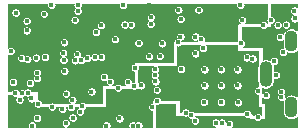
<source format=gbr>
G04 #@! TF.GenerationSoftware,KiCad,Pcbnew,(5.1.5-0-10_14)*
G04 #@! TF.CreationDate,2020-08-02T20:02:39-07:00*
G04 #@! TF.ProjectId,EOGlass2,454f476c-6173-4733-922e-6b696361645f,rev?*
G04 #@! TF.SameCoordinates,Original*
G04 #@! TF.FileFunction,Copper,L3,Inr*
G04 #@! TF.FilePolarity,Positive*
%FSLAX46Y46*%
G04 Gerber Fmt 4.6, Leading zero omitted, Abs format (unit mm)*
G04 Created by KiCad (PCBNEW (5.1.5-0-10_14)) date 2020-08-02 20:02:39*
%MOMM*%
%LPD*%
G04 APERTURE LIST*
%ADD10O,1.100000X1.800000*%
%ADD11O,1.100000X2.200000*%
%ADD12C,0.400000*%
%ADD13C,0.102000*%
G04 APERTURE END LIST*
D10*
X136245000Y-76030000D03*
X136245000Y-70430000D03*
D11*
X134095000Y-73230000D03*
D12*
X112940000Y-77030000D03*
X133500000Y-76250000D03*
X127000000Y-73400000D03*
X133000000Y-76400000D03*
X122800000Y-75389909D03*
X124600000Y-75025000D03*
X121001636Y-75523189D03*
X112408869Y-75483333D03*
X128100000Y-72020000D03*
X127060000Y-72220000D03*
X127151206Y-74303000D03*
X127085249Y-75290532D03*
X127063043Y-74798409D03*
X124260000Y-74650000D03*
X122830000Y-74870000D03*
X114720000Y-76970000D03*
X112880000Y-74850000D03*
X113440000Y-74870000D03*
X114260000Y-75300000D03*
X113250000Y-75400000D03*
X114820000Y-75750000D03*
X113930000Y-74820000D03*
X128900000Y-72850000D03*
X113400000Y-71900000D03*
X114650000Y-71850000D03*
X117200000Y-74900000D03*
X116000000Y-76000000D03*
X120900000Y-73900000D03*
X125295990Y-70653000D03*
X116970000Y-72060000D03*
X114730000Y-73600000D03*
X114129616Y-74000384D03*
X132000000Y-70650000D03*
X122406009Y-73900000D03*
X132500000Y-76600000D03*
X121600000Y-74400000D03*
X134100000Y-75040020D03*
X123000000Y-72700000D03*
X114730000Y-73130000D03*
X118562160Y-75955401D03*
X116950000Y-71450000D03*
X123525000Y-74200000D03*
X117050000Y-73000000D03*
X133900000Y-69100000D03*
X133400000Y-76900000D03*
X131700000Y-72850000D03*
X128850000Y-75600000D03*
X131750000Y-75650000D03*
X131700000Y-74200000D03*
X128900000Y-74200000D03*
X130300000Y-72850000D03*
X130300000Y-75600000D03*
X122930000Y-74250000D03*
X126700000Y-67800000D03*
X124750000Y-73870000D03*
X124862461Y-74597074D03*
X124690000Y-73330000D03*
X135560000Y-71380000D03*
X131010000Y-77460000D03*
X122814848Y-77600000D03*
X124504793Y-76035208D03*
X114300000Y-77600000D03*
X112700000Y-73910000D03*
X122010000Y-67400000D03*
X135800000Y-69060000D03*
X118160000Y-67400000D03*
X113850000Y-68760000D03*
X113853558Y-69543770D03*
X115940000Y-67400000D03*
X119339026Y-74723197D03*
X112500000Y-71300000D03*
X119600000Y-71800000D03*
X119726974Y-69696249D03*
X128130000Y-70068000D03*
X134500000Y-68650000D03*
X131950000Y-67400000D03*
X118980000Y-71900000D03*
X126870000Y-70080000D03*
X122677998Y-69070000D03*
X121320000Y-70302002D03*
X124900000Y-75500000D03*
X134800000Y-72126010D03*
X135100000Y-69100000D03*
X135300000Y-70100000D03*
X130300000Y-74200000D03*
X117720000Y-75420000D03*
X136520000Y-67870000D03*
X136540000Y-68530000D03*
X132122029Y-68693487D03*
X128130000Y-71489990D03*
X120410000Y-73500020D03*
X123320000Y-70600000D03*
X124202990Y-71757010D03*
X125123760Y-71733990D03*
X112920000Y-68040000D03*
X117030000Y-70560000D03*
X115300000Y-68140000D03*
X117912891Y-68647109D03*
X118160000Y-67890001D03*
X118460000Y-72060000D03*
X124730000Y-72830000D03*
X135500000Y-76800000D03*
X134900000Y-77600000D03*
X133700000Y-77500000D03*
X134400000Y-77500000D03*
X134800000Y-77100000D03*
X132472702Y-70818990D03*
X133100000Y-70800000D03*
X125500000Y-76162940D03*
X126000000Y-76000000D03*
X125002553Y-76100334D03*
X135410000Y-75200000D03*
X135400000Y-74750000D03*
X117600000Y-71600000D03*
X117702003Y-74900000D03*
X117200000Y-75402003D03*
X117063392Y-70059109D03*
X116528649Y-73649436D03*
X112941264Y-72103882D03*
X132620000Y-68630000D03*
X133510000Y-68420000D03*
X133977161Y-68603963D03*
X133120000Y-68790000D03*
X124190000Y-67400000D03*
X124340000Y-67850000D03*
X131968769Y-68215454D03*
X114165509Y-69150461D03*
X113672654Y-68124027D03*
X120091625Y-75440000D03*
X120091625Y-74966193D03*
X121320000Y-71570000D03*
X121400456Y-73939363D03*
X124000000Y-70390000D03*
X124580000Y-70270000D03*
X125530091Y-71439202D03*
X116650917Y-68138410D03*
X116000149Y-67940930D03*
X116834173Y-72546763D03*
X124350000Y-68990000D03*
X124360000Y-68450000D03*
X134947000Y-73330000D03*
X133462857Y-74641282D03*
X128400000Y-67800000D03*
X115400000Y-71800000D03*
X128590000Y-70302002D03*
X113910000Y-71990000D03*
X126890000Y-68590000D03*
X122142002Y-69050000D03*
X127800000Y-76700000D03*
X117602621Y-76025639D03*
X127300000Y-76500000D03*
X118360000Y-76418999D03*
X128100000Y-77182990D03*
X117742309Y-76935650D03*
X120600000Y-77600000D03*
X123316851Y-77600000D03*
X121700000Y-77000000D03*
X129854773Y-77353000D03*
X116877142Y-76202131D03*
X130356776Y-77353000D03*
X117160000Y-77375001D03*
X120152387Y-69117613D03*
X118127015Y-71573246D03*
X126629820Y-70560011D03*
X117930000Y-72090000D03*
X120160000Y-71802002D03*
X126918990Y-72810070D03*
X128782643Y-71025873D03*
X132480629Y-71831444D03*
X132971450Y-71936803D03*
D13*
G36*
X115587000Y-67365233D02*
G01*
X115587000Y-67434767D01*
X115600566Y-67502966D01*
X115627175Y-67567208D01*
X115665807Y-67625024D01*
X115714976Y-67674193D01*
X115772792Y-67712825D01*
X115837034Y-67739434D01*
X115905233Y-67753000D01*
X115974767Y-67753000D01*
X116042966Y-67739434D01*
X116107208Y-67712825D01*
X116165024Y-67674193D01*
X116214193Y-67625024D01*
X116252825Y-67567208D01*
X116279434Y-67502966D01*
X116293000Y-67434767D01*
X116293000Y-67365233D01*
X116280223Y-67301000D01*
X117819777Y-67301000D01*
X117807000Y-67365233D01*
X117807000Y-67434767D01*
X117820566Y-67502966D01*
X117847175Y-67567208D01*
X117885807Y-67625024D01*
X117905784Y-67645001D01*
X117885807Y-67664977D01*
X117847175Y-67722793D01*
X117820566Y-67787035D01*
X117807000Y-67855234D01*
X117807000Y-67924768D01*
X117820566Y-67992967D01*
X117847175Y-68057209D01*
X117885807Y-68115025D01*
X117934976Y-68164194D01*
X117992792Y-68202826D01*
X118057034Y-68229435D01*
X118125233Y-68243001D01*
X118194767Y-68243001D01*
X118262966Y-68229435D01*
X118327208Y-68202826D01*
X118385024Y-68164194D01*
X118434193Y-68115025D01*
X118472825Y-68057209D01*
X118499434Y-67992967D01*
X118513000Y-67924768D01*
X118513000Y-67855234D01*
X118499434Y-67787035D01*
X118490404Y-67765233D01*
X126347000Y-67765233D01*
X126347000Y-67834767D01*
X126360566Y-67902966D01*
X126387175Y-67967208D01*
X126425807Y-68025024D01*
X126474976Y-68074193D01*
X126532792Y-68112825D01*
X126597034Y-68139434D01*
X126665233Y-68153000D01*
X126734767Y-68153000D01*
X126802966Y-68139434D01*
X126867208Y-68112825D01*
X126925024Y-68074193D01*
X126974193Y-68025024D01*
X127012825Y-67967208D01*
X127039434Y-67902966D01*
X127053000Y-67834767D01*
X127053000Y-67765233D01*
X128047000Y-67765233D01*
X128047000Y-67834767D01*
X128060566Y-67902966D01*
X128087175Y-67967208D01*
X128125807Y-68025024D01*
X128174976Y-68074193D01*
X128232792Y-68112825D01*
X128297034Y-68139434D01*
X128365233Y-68153000D01*
X128434767Y-68153000D01*
X128502966Y-68139434D01*
X128567208Y-68112825D01*
X128625024Y-68074193D01*
X128674193Y-68025024D01*
X128712825Y-67967208D01*
X128739434Y-67902966D01*
X128753000Y-67834767D01*
X128753000Y-67765233D01*
X128739434Y-67697034D01*
X128712825Y-67632792D01*
X128674193Y-67574976D01*
X128625024Y-67525807D01*
X128567208Y-67487175D01*
X128502966Y-67460566D01*
X128434767Y-67447000D01*
X128365233Y-67447000D01*
X128297034Y-67460566D01*
X128232792Y-67487175D01*
X128174976Y-67525807D01*
X128125807Y-67574976D01*
X128087175Y-67632792D01*
X128060566Y-67697034D01*
X128047000Y-67765233D01*
X127053000Y-67765233D01*
X127039434Y-67697034D01*
X127012825Y-67632792D01*
X126974193Y-67574976D01*
X126925024Y-67525807D01*
X126867208Y-67487175D01*
X126802966Y-67460566D01*
X126734767Y-67447000D01*
X126665233Y-67447000D01*
X126597034Y-67460566D01*
X126532792Y-67487175D01*
X126474976Y-67525807D01*
X126425807Y-67574976D01*
X126387175Y-67632792D01*
X126360566Y-67697034D01*
X126347000Y-67765233D01*
X118490404Y-67765233D01*
X118472825Y-67722793D01*
X118434193Y-67664977D01*
X118414217Y-67645001D01*
X118434193Y-67625024D01*
X118472825Y-67567208D01*
X118499434Y-67502966D01*
X118513000Y-67434767D01*
X118513000Y-67365233D01*
X118500223Y-67301000D01*
X121669777Y-67301000D01*
X121657000Y-67365233D01*
X121657000Y-67434767D01*
X121670566Y-67502966D01*
X121697175Y-67567208D01*
X121735807Y-67625024D01*
X121784976Y-67674193D01*
X121842792Y-67712825D01*
X121907034Y-67739434D01*
X121975233Y-67753000D01*
X122044767Y-67753000D01*
X122112966Y-67739434D01*
X122177208Y-67712825D01*
X122235024Y-67674193D01*
X122284193Y-67625024D01*
X122322825Y-67567208D01*
X122349434Y-67502966D01*
X122363000Y-67434767D01*
X122363000Y-67365233D01*
X122350223Y-67301000D01*
X131609777Y-67301000D01*
X131597000Y-67365233D01*
X131597000Y-67434767D01*
X131610566Y-67502966D01*
X131637175Y-67567208D01*
X131675807Y-67625024D01*
X131724976Y-67674193D01*
X131782792Y-67712825D01*
X131847034Y-67739434D01*
X131915233Y-67753000D01*
X131984767Y-67753000D01*
X132052966Y-67739434D01*
X132117208Y-67712825D01*
X132175024Y-67674193D01*
X132224193Y-67625024D01*
X132262825Y-67567208D01*
X132289434Y-67502966D01*
X132303000Y-67434767D01*
X132303000Y-67365233D01*
X132290223Y-67301000D01*
X134199000Y-67301000D01*
X134199000Y-68465095D01*
X134187175Y-68482792D01*
X134160566Y-68547034D01*
X134147000Y-68615233D01*
X134147000Y-68684767D01*
X134160566Y-68752966D01*
X134187175Y-68817208D01*
X134199000Y-68834905D01*
X134199000Y-68912102D01*
X134174193Y-68874976D01*
X134125024Y-68825807D01*
X134067208Y-68787175D01*
X134002966Y-68760566D01*
X133934767Y-68747000D01*
X133865233Y-68747000D01*
X133797034Y-68760566D01*
X133732792Y-68787175D01*
X133674976Y-68825807D01*
X133625807Y-68874976D01*
X133587175Y-68932792D01*
X133580462Y-68949000D01*
X132365733Y-68949000D01*
X132396222Y-68918511D01*
X132434854Y-68860695D01*
X132461463Y-68796453D01*
X132475029Y-68728254D01*
X132475029Y-68658720D01*
X132461463Y-68590521D01*
X132434854Y-68526279D01*
X132396222Y-68468463D01*
X132347053Y-68419294D01*
X132289237Y-68380662D01*
X132224995Y-68354053D01*
X132156796Y-68340487D01*
X132087262Y-68340487D01*
X132019063Y-68354053D01*
X131954821Y-68380662D01*
X131897005Y-68419294D01*
X131847836Y-68468463D01*
X131809204Y-68526279D01*
X131782595Y-68590521D01*
X131769029Y-68658720D01*
X131769029Y-68728254D01*
X131782595Y-68796453D01*
X131809204Y-68860695D01*
X131847836Y-68918511D01*
X131878325Y-68949000D01*
X131750000Y-68949000D01*
X131740050Y-68949980D01*
X131730483Y-68952882D01*
X131721666Y-68957595D01*
X131713938Y-68963938D01*
X131707595Y-68971666D01*
X131702882Y-68980483D01*
X131699980Y-68990050D01*
X131699000Y-69000000D01*
X131699000Y-70449000D01*
X128911196Y-70449000D01*
X128929434Y-70404968D01*
X128943000Y-70336769D01*
X128943000Y-70267235D01*
X128929434Y-70199036D01*
X128902825Y-70134794D01*
X128864193Y-70076978D01*
X128815024Y-70027809D01*
X128757208Y-69989177D01*
X128692966Y-69962568D01*
X128624767Y-69949002D01*
X128555233Y-69949002D01*
X128487034Y-69962568D01*
X128470321Y-69969491D01*
X128469434Y-69965034D01*
X128442825Y-69900792D01*
X128404193Y-69842976D01*
X128355024Y-69793807D01*
X128297208Y-69755175D01*
X128232966Y-69728566D01*
X128164767Y-69715000D01*
X128095233Y-69715000D01*
X128027034Y-69728566D01*
X127962792Y-69755175D01*
X127904976Y-69793807D01*
X127855807Y-69842976D01*
X127817175Y-69900792D01*
X127790566Y-69965034D01*
X127777000Y-70033233D01*
X127777000Y-70102767D01*
X127790566Y-70170966D01*
X127817175Y-70235208D01*
X127855807Y-70293024D01*
X127904976Y-70342193D01*
X127962792Y-70380825D01*
X128027034Y-70407434D01*
X128095233Y-70421000D01*
X128164767Y-70421000D01*
X128232966Y-70407434D01*
X128249679Y-70400511D01*
X128250566Y-70404968D01*
X128268804Y-70449000D01*
X126965922Y-70449000D01*
X126955144Y-70422979D01*
X126972966Y-70419434D01*
X127037208Y-70392825D01*
X127095024Y-70354193D01*
X127144193Y-70305024D01*
X127182825Y-70247208D01*
X127209434Y-70182966D01*
X127223000Y-70114767D01*
X127223000Y-70045233D01*
X127209434Y-69977034D01*
X127182825Y-69912792D01*
X127144193Y-69854976D01*
X127095024Y-69805807D01*
X127037208Y-69767175D01*
X126972966Y-69740566D01*
X126904767Y-69727000D01*
X126835233Y-69727000D01*
X126767034Y-69740566D01*
X126702792Y-69767175D01*
X126644976Y-69805807D01*
X126595807Y-69854976D01*
X126557175Y-69912792D01*
X126530566Y-69977034D01*
X126517000Y-70045233D01*
X126517000Y-70114767D01*
X126530566Y-70182966D01*
X126544676Y-70217032D01*
X126526854Y-70220577D01*
X126462612Y-70247186D01*
X126404796Y-70285818D01*
X126355627Y-70334987D01*
X126316995Y-70392803D01*
X126293718Y-70449000D01*
X126250000Y-70449000D01*
X126240050Y-70449980D01*
X126230483Y-70452882D01*
X126221666Y-70457595D01*
X126213938Y-70463938D01*
X126207595Y-70471666D01*
X126202882Y-70480483D01*
X126199980Y-70490050D01*
X126199000Y-70500000D01*
X126199000Y-72199000D01*
X123000000Y-72199000D01*
X122990050Y-72199980D01*
X122980483Y-72202882D01*
X122971666Y-72207595D01*
X122963938Y-72213938D01*
X122957595Y-72221666D01*
X122952882Y-72230483D01*
X122949980Y-72240050D01*
X122949000Y-72250000D01*
X122949000Y-72350229D01*
X122897034Y-72360566D01*
X122832792Y-72387175D01*
X122774976Y-72425807D01*
X122725807Y-72474976D01*
X122687175Y-72532792D01*
X122660566Y-72597034D01*
X122647000Y-72665233D01*
X122647000Y-72734767D01*
X122660566Y-72802966D01*
X122687175Y-72867208D01*
X122725807Y-72925024D01*
X122774976Y-72974193D01*
X122832792Y-73012825D01*
X122897034Y-73039434D01*
X122949000Y-73049771D01*
X122949000Y-73897000D01*
X122895233Y-73897000D01*
X122827034Y-73910566D01*
X122762792Y-73937175D01*
X122757877Y-73940459D01*
X122759009Y-73934767D01*
X122759009Y-73865233D01*
X122745443Y-73797034D01*
X122718834Y-73732792D01*
X122680202Y-73674976D01*
X122631033Y-73625807D01*
X122573217Y-73587175D01*
X122508975Y-73560566D01*
X122440776Y-73547000D01*
X122371242Y-73547000D01*
X122303043Y-73560566D01*
X122238801Y-73587175D01*
X122180985Y-73625807D01*
X122131816Y-73674976D01*
X122093184Y-73732792D01*
X122066575Y-73797034D01*
X122053009Y-73865233D01*
X122053009Y-73934767D01*
X122066575Y-74002966D01*
X122093184Y-74067208D01*
X122131816Y-74125024D01*
X122180985Y-74174193D01*
X122218111Y-74199000D01*
X121890246Y-74199000D01*
X121874193Y-74174976D01*
X121825024Y-74125807D01*
X121767208Y-74087175D01*
X121702966Y-74060566D01*
X121634767Y-74047000D01*
X121565233Y-74047000D01*
X121497034Y-74060566D01*
X121432792Y-74087175D01*
X121374976Y-74125807D01*
X121325807Y-74174976D01*
X121309754Y-74199000D01*
X121087898Y-74199000D01*
X121125024Y-74174193D01*
X121174193Y-74125024D01*
X121212825Y-74067208D01*
X121239434Y-74002966D01*
X121253000Y-73934767D01*
X121253000Y-73865233D01*
X121239434Y-73797034D01*
X121212825Y-73732792D01*
X121174193Y-73674976D01*
X121125024Y-73625807D01*
X121067208Y-73587175D01*
X121002966Y-73560566D01*
X120934767Y-73547000D01*
X120865233Y-73547000D01*
X120797034Y-73560566D01*
X120754356Y-73578243D01*
X120763000Y-73534787D01*
X120763000Y-73465253D01*
X120749434Y-73397054D01*
X120722825Y-73332812D01*
X120684193Y-73274996D01*
X120635024Y-73225827D01*
X120577208Y-73187195D01*
X120512966Y-73160586D01*
X120444767Y-73147020D01*
X120375233Y-73147020D01*
X120307034Y-73160586D01*
X120242792Y-73187195D01*
X120184976Y-73225827D01*
X120135807Y-73274996D01*
X120097175Y-73332812D01*
X120070566Y-73397054D01*
X120057000Y-73465253D01*
X120057000Y-73534787D01*
X120070566Y-73602986D01*
X120097175Y-73667228D01*
X120135807Y-73725044D01*
X120184976Y-73774213D01*
X120242792Y-73812845D01*
X120307034Y-73839454D01*
X120375233Y-73853020D01*
X120444767Y-73853020D01*
X120512966Y-73839454D01*
X120555644Y-73821777D01*
X120547000Y-73865233D01*
X120547000Y-73934767D01*
X120560566Y-74002966D01*
X120587175Y-74067208D01*
X120625807Y-74125024D01*
X120674976Y-74174193D01*
X120712102Y-74199000D01*
X120250000Y-74199000D01*
X120240050Y-74199980D01*
X120230483Y-74202882D01*
X120221666Y-74207595D01*
X120213938Y-74213938D01*
X120207595Y-74221666D01*
X120202882Y-74230483D01*
X120199980Y-74240050D01*
X120199000Y-74250000D01*
X120199000Y-75699000D01*
X118804976Y-75699000D01*
X118787184Y-75681208D01*
X118729368Y-75642576D01*
X118665126Y-75615967D01*
X118596927Y-75602401D01*
X118527393Y-75602401D01*
X118459194Y-75615967D01*
X118394952Y-75642576D01*
X118337136Y-75681208D01*
X118319344Y-75699000D01*
X117937830Y-75699000D01*
X117945024Y-75694193D01*
X117994193Y-75645024D01*
X118032825Y-75587208D01*
X118059434Y-75522966D01*
X118073000Y-75454767D01*
X118073000Y-75385233D01*
X118059434Y-75317034D01*
X118032825Y-75252792D01*
X117994193Y-75194976D01*
X117945024Y-75145807D01*
X117887208Y-75107175D01*
X117822966Y-75080566D01*
X117754767Y-75067000D01*
X117685233Y-75067000D01*
X117617034Y-75080566D01*
X117552792Y-75107175D01*
X117494976Y-75145807D01*
X117445807Y-75194976D01*
X117407175Y-75252792D01*
X117380566Y-75317034D01*
X117367000Y-75385233D01*
X117367000Y-75454767D01*
X117380566Y-75522966D01*
X117407175Y-75587208D01*
X117445807Y-75645024D01*
X117490698Y-75689915D01*
X117468764Y-75699000D01*
X116184905Y-75699000D01*
X116167208Y-75687175D01*
X116102966Y-75660566D01*
X116034767Y-75647000D01*
X115965233Y-75647000D01*
X115897034Y-75660566D01*
X115832792Y-75687175D01*
X115815095Y-75699000D01*
X115169771Y-75699000D01*
X115159434Y-75647034D01*
X115132825Y-75582792D01*
X115094193Y-75524976D01*
X115045024Y-75475807D01*
X114987208Y-75437175D01*
X114922966Y-75410566D01*
X114854767Y-75397000D01*
X114801000Y-75397000D01*
X114801000Y-74865233D01*
X116847000Y-74865233D01*
X116847000Y-74934767D01*
X116860566Y-75002966D01*
X116887175Y-75067208D01*
X116925807Y-75125024D01*
X116974976Y-75174193D01*
X117032792Y-75212825D01*
X117097034Y-75239434D01*
X117165233Y-75253000D01*
X117234767Y-75253000D01*
X117302966Y-75239434D01*
X117367208Y-75212825D01*
X117425024Y-75174193D01*
X117474193Y-75125024D01*
X117512825Y-75067208D01*
X117539434Y-75002966D01*
X117553000Y-74934767D01*
X117553000Y-74865233D01*
X117539434Y-74797034D01*
X117512825Y-74732792D01*
X117483183Y-74688430D01*
X118986026Y-74688430D01*
X118986026Y-74757964D01*
X118999592Y-74826163D01*
X119026201Y-74890405D01*
X119064833Y-74948221D01*
X119114002Y-74997390D01*
X119171818Y-75036022D01*
X119236060Y-75062631D01*
X119304259Y-75076197D01*
X119373793Y-75076197D01*
X119441992Y-75062631D01*
X119506234Y-75036022D01*
X119564050Y-74997390D01*
X119613219Y-74948221D01*
X119651851Y-74890405D01*
X119678460Y-74826163D01*
X119692026Y-74757964D01*
X119692026Y-74688430D01*
X119678460Y-74620231D01*
X119651851Y-74555989D01*
X119613219Y-74498173D01*
X119564050Y-74449004D01*
X119506234Y-74410372D01*
X119441992Y-74383763D01*
X119373793Y-74370197D01*
X119304259Y-74370197D01*
X119236060Y-74383763D01*
X119171818Y-74410372D01*
X119114002Y-74449004D01*
X119064833Y-74498173D01*
X119026201Y-74555989D01*
X118999592Y-74620231D01*
X118986026Y-74688430D01*
X117483183Y-74688430D01*
X117474193Y-74674976D01*
X117425024Y-74625807D01*
X117367208Y-74587175D01*
X117302966Y-74560566D01*
X117234767Y-74547000D01*
X117165233Y-74547000D01*
X117097034Y-74560566D01*
X117032792Y-74587175D01*
X116974976Y-74625807D01*
X116925807Y-74674976D01*
X116887175Y-74732792D01*
X116860566Y-74797034D01*
X116847000Y-74865233D01*
X114801000Y-74865233D01*
X114801000Y-74750000D01*
X114800020Y-74740050D01*
X114797118Y-74730483D01*
X114792405Y-74721666D01*
X114786062Y-74713938D01*
X114778334Y-74707595D01*
X114769517Y-74702882D01*
X114759950Y-74699980D01*
X114750000Y-74699000D01*
X114261964Y-74699000D01*
X114242825Y-74652792D01*
X114204193Y-74594976D01*
X114155024Y-74545807D01*
X114097208Y-74507175D01*
X114032966Y-74480566D01*
X113964767Y-74467000D01*
X113895233Y-74467000D01*
X113827034Y-74480566D01*
X113762792Y-74507175D01*
X113704976Y-74545807D01*
X113659001Y-74591782D01*
X113607208Y-74557175D01*
X113542966Y-74530566D01*
X113474767Y-74517000D01*
X113405233Y-74517000D01*
X113337034Y-74530566D01*
X113272792Y-74557175D01*
X113214976Y-74595807D01*
X113166856Y-74643927D01*
X113154193Y-74624976D01*
X113105024Y-74575807D01*
X113047208Y-74537175D01*
X112982966Y-74510566D01*
X112914767Y-74497000D01*
X112845233Y-74497000D01*
X112777034Y-74510566D01*
X112712792Y-74537175D01*
X112654976Y-74575807D01*
X112605807Y-74624976D01*
X112567175Y-74682792D01*
X112560462Y-74699000D01*
X112301000Y-74699000D01*
X112301000Y-73875233D01*
X112347000Y-73875233D01*
X112347000Y-73944767D01*
X112360566Y-74012966D01*
X112387175Y-74077208D01*
X112425807Y-74135024D01*
X112474976Y-74184193D01*
X112532792Y-74222825D01*
X112597034Y-74249434D01*
X112665233Y-74263000D01*
X112734767Y-74263000D01*
X112802966Y-74249434D01*
X112867208Y-74222825D01*
X112925024Y-74184193D01*
X112974193Y-74135024D01*
X113012825Y-74077208D01*
X113039434Y-74012966D01*
X113048852Y-73965617D01*
X113776616Y-73965617D01*
X113776616Y-74035151D01*
X113790182Y-74103350D01*
X113816791Y-74167592D01*
X113855423Y-74225408D01*
X113904592Y-74274577D01*
X113962408Y-74313209D01*
X114026650Y-74339818D01*
X114094849Y-74353384D01*
X114164383Y-74353384D01*
X114232582Y-74339818D01*
X114296824Y-74313209D01*
X114354640Y-74274577D01*
X114403809Y-74225408D01*
X114442441Y-74167592D01*
X114469050Y-74103350D01*
X114482616Y-74035151D01*
X114482616Y-73965617D01*
X114469050Y-73897418D01*
X114442441Y-73833176D01*
X114403809Y-73775360D01*
X114354640Y-73726191D01*
X114296824Y-73687559D01*
X114232582Y-73660950D01*
X114164383Y-73647384D01*
X114094849Y-73647384D01*
X114026650Y-73660950D01*
X113962408Y-73687559D01*
X113904592Y-73726191D01*
X113855423Y-73775360D01*
X113816791Y-73833176D01*
X113790182Y-73897418D01*
X113776616Y-73965617D01*
X113048852Y-73965617D01*
X113053000Y-73944767D01*
X113053000Y-73875233D01*
X113039434Y-73807034D01*
X113012825Y-73742792D01*
X112974193Y-73684976D01*
X112925024Y-73635807D01*
X112867208Y-73597175D01*
X112802966Y-73570566D01*
X112734767Y-73557000D01*
X112665233Y-73557000D01*
X112597034Y-73570566D01*
X112532792Y-73597175D01*
X112474976Y-73635807D01*
X112425807Y-73684976D01*
X112387175Y-73742792D01*
X112360566Y-73807034D01*
X112347000Y-73875233D01*
X112301000Y-73875233D01*
X112301000Y-73095233D01*
X114377000Y-73095233D01*
X114377000Y-73164767D01*
X114390566Y-73232966D01*
X114417175Y-73297208D01*
X114455807Y-73355024D01*
X114465783Y-73365000D01*
X114455807Y-73374976D01*
X114417175Y-73432792D01*
X114390566Y-73497034D01*
X114377000Y-73565233D01*
X114377000Y-73634767D01*
X114390566Y-73702966D01*
X114417175Y-73767208D01*
X114455807Y-73825024D01*
X114504976Y-73874193D01*
X114562792Y-73912825D01*
X114627034Y-73939434D01*
X114695233Y-73953000D01*
X114764767Y-73953000D01*
X114832966Y-73939434D01*
X114897208Y-73912825D01*
X114955024Y-73874193D01*
X115004193Y-73825024D01*
X115042825Y-73767208D01*
X115069434Y-73702966D01*
X115083000Y-73634767D01*
X115083000Y-73565233D01*
X115069434Y-73497034D01*
X115042825Y-73432792D01*
X115004193Y-73374976D01*
X114994217Y-73365000D01*
X115004193Y-73355024D01*
X115042825Y-73297208D01*
X115069434Y-73232966D01*
X115083000Y-73164767D01*
X115083000Y-73095233D01*
X115069434Y-73027034D01*
X115043837Y-72965233D01*
X116697000Y-72965233D01*
X116697000Y-73034767D01*
X116710566Y-73102966D01*
X116737175Y-73167208D01*
X116775807Y-73225024D01*
X116824976Y-73274193D01*
X116882792Y-73312825D01*
X116947034Y-73339434D01*
X117015233Y-73353000D01*
X117084767Y-73353000D01*
X117152966Y-73339434D01*
X117217208Y-73312825D01*
X117275024Y-73274193D01*
X117324193Y-73225024D01*
X117362825Y-73167208D01*
X117389434Y-73102966D01*
X117403000Y-73034767D01*
X117403000Y-72965233D01*
X117389434Y-72897034D01*
X117362825Y-72832792D01*
X117324193Y-72774976D01*
X117275024Y-72725807D01*
X117217208Y-72687175D01*
X117152966Y-72660566D01*
X117084767Y-72647000D01*
X117015233Y-72647000D01*
X116947034Y-72660566D01*
X116882792Y-72687175D01*
X116824976Y-72725807D01*
X116775807Y-72774976D01*
X116737175Y-72832792D01*
X116710566Y-72897034D01*
X116697000Y-72965233D01*
X115043837Y-72965233D01*
X115042825Y-72962792D01*
X115004193Y-72904976D01*
X114955024Y-72855807D01*
X114897208Y-72817175D01*
X114832966Y-72790566D01*
X114764767Y-72777000D01*
X114695233Y-72777000D01*
X114627034Y-72790566D01*
X114562792Y-72817175D01*
X114504976Y-72855807D01*
X114455807Y-72904976D01*
X114417175Y-72962792D01*
X114390566Y-73027034D01*
X114377000Y-73095233D01*
X112301000Y-73095233D01*
X112301000Y-71865233D01*
X113047000Y-71865233D01*
X113047000Y-71934767D01*
X113060566Y-72002966D01*
X113087175Y-72067208D01*
X113125807Y-72125024D01*
X113174976Y-72174193D01*
X113232792Y-72212825D01*
X113297034Y-72239434D01*
X113365233Y-72253000D01*
X113434767Y-72253000D01*
X113502966Y-72239434D01*
X113567208Y-72212825D01*
X113613617Y-72181815D01*
X113635807Y-72215024D01*
X113684976Y-72264193D01*
X113742792Y-72302825D01*
X113807034Y-72329434D01*
X113875233Y-72343000D01*
X113944767Y-72343000D01*
X114012966Y-72329434D01*
X114077208Y-72302825D01*
X114135024Y-72264193D01*
X114184193Y-72215024D01*
X114222825Y-72157208D01*
X114249434Y-72092966D01*
X114263000Y-72024767D01*
X114263000Y-71955233D01*
X114249434Y-71887034D01*
X114222825Y-71822792D01*
X114217775Y-71815233D01*
X114297000Y-71815233D01*
X114297000Y-71884767D01*
X114310566Y-71952966D01*
X114337175Y-72017208D01*
X114375807Y-72075024D01*
X114424976Y-72124193D01*
X114482792Y-72162825D01*
X114547034Y-72189434D01*
X114615233Y-72203000D01*
X114684767Y-72203000D01*
X114752966Y-72189434D01*
X114817208Y-72162825D01*
X114875024Y-72124193D01*
X114924193Y-72075024D01*
X114962825Y-72017208D01*
X114989434Y-71952966D01*
X115003000Y-71884767D01*
X115003000Y-71815233D01*
X114993055Y-71765233D01*
X115047000Y-71765233D01*
X115047000Y-71834767D01*
X115060566Y-71902966D01*
X115087175Y-71967208D01*
X115125807Y-72025024D01*
X115174976Y-72074193D01*
X115232792Y-72112825D01*
X115297034Y-72139434D01*
X115365233Y-72153000D01*
X115434767Y-72153000D01*
X115502966Y-72139434D01*
X115567208Y-72112825D01*
X115625024Y-72074193D01*
X115674193Y-72025024D01*
X115712825Y-71967208D01*
X115739434Y-71902966D01*
X115753000Y-71834767D01*
X115753000Y-71765233D01*
X115739434Y-71697034D01*
X115712825Y-71632792D01*
X115674193Y-71574976D01*
X115625024Y-71525807D01*
X115567208Y-71487175D01*
X115502966Y-71460566D01*
X115434767Y-71447000D01*
X115365233Y-71447000D01*
X115297034Y-71460566D01*
X115232792Y-71487175D01*
X115174976Y-71525807D01*
X115125807Y-71574976D01*
X115087175Y-71632792D01*
X115060566Y-71697034D01*
X115047000Y-71765233D01*
X114993055Y-71765233D01*
X114989434Y-71747034D01*
X114962825Y-71682792D01*
X114924193Y-71624976D01*
X114875024Y-71575807D01*
X114817208Y-71537175D01*
X114752966Y-71510566D01*
X114684767Y-71497000D01*
X114615233Y-71497000D01*
X114547034Y-71510566D01*
X114482792Y-71537175D01*
X114424976Y-71575807D01*
X114375807Y-71624976D01*
X114337175Y-71682792D01*
X114310566Y-71747034D01*
X114297000Y-71815233D01*
X114217775Y-71815233D01*
X114184193Y-71764976D01*
X114135024Y-71715807D01*
X114077208Y-71677175D01*
X114012966Y-71650566D01*
X113944767Y-71637000D01*
X113875233Y-71637000D01*
X113807034Y-71650566D01*
X113742792Y-71677175D01*
X113696383Y-71708185D01*
X113674193Y-71674976D01*
X113625024Y-71625807D01*
X113567208Y-71587175D01*
X113502966Y-71560566D01*
X113434767Y-71547000D01*
X113365233Y-71547000D01*
X113297034Y-71560566D01*
X113232792Y-71587175D01*
X113174976Y-71625807D01*
X113125807Y-71674976D01*
X113087175Y-71732792D01*
X113060566Y-71797034D01*
X113047000Y-71865233D01*
X112301000Y-71865233D01*
X112301000Y-71591582D01*
X112332792Y-71612825D01*
X112397034Y-71639434D01*
X112465233Y-71653000D01*
X112534767Y-71653000D01*
X112602966Y-71639434D01*
X112667208Y-71612825D01*
X112725024Y-71574193D01*
X112774193Y-71525024D01*
X112812825Y-71467208D01*
X112834353Y-71415233D01*
X116597000Y-71415233D01*
X116597000Y-71484767D01*
X116610566Y-71552966D01*
X116637175Y-71617208D01*
X116675807Y-71675024D01*
X116724976Y-71724193D01*
X116781081Y-71761682D01*
X116744976Y-71785807D01*
X116695807Y-71834976D01*
X116657175Y-71892792D01*
X116630566Y-71957034D01*
X116617000Y-72025233D01*
X116617000Y-72094767D01*
X116630566Y-72162966D01*
X116657175Y-72227208D01*
X116695807Y-72285024D01*
X116744976Y-72334193D01*
X116802792Y-72372825D01*
X116867034Y-72399434D01*
X116935233Y-72413000D01*
X117004767Y-72413000D01*
X117072966Y-72399434D01*
X117137208Y-72372825D01*
X117195024Y-72334193D01*
X117244193Y-72285024D01*
X117282825Y-72227208D01*
X117309434Y-72162966D01*
X117323000Y-72094767D01*
X117323000Y-72055233D01*
X117577000Y-72055233D01*
X117577000Y-72124767D01*
X117590566Y-72192966D01*
X117617175Y-72257208D01*
X117655807Y-72315024D01*
X117704976Y-72364193D01*
X117762792Y-72402825D01*
X117827034Y-72429434D01*
X117895233Y-72443000D01*
X117964767Y-72443000D01*
X118032966Y-72429434D01*
X118097208Y-72402825D01*
X118155024Y-72364193D01*
X118204193Y-72315024D01*
X118208845Y-72308062D01*
X118234976Y-72334193D01*
X118292792Y-72372825D01*
X118357034Y-72399434D01*
X118425233Y-72413000D01*
X118494767Y-72413000D01*
X118562966Y-72399434D01*
X118627208Y-72372825D01*
X118685024Y-72334193D01*
X118734193Y-72285024D01*
X118772825Y-72227208D01*
X118786155Y-72195026D01*
X118812792Y-72212825D01*
X118877034Y-72239434D01*
X118945233Y-72253000D01*
X119014767Y-72253000D01*
X119082966Y-72239434D01*
X119147208Y-72212825D01*
X119205024Y-72174193D01*
X119254193Y-72125024D01*
X119292825Y-72067208D01*
X119316233Y-72010695D01*
X119325807Y-72025024D01*
X119374976Y-72074193D01*
X119432792Y-72112825D01*
X119497034Y-72139434D01*
X119565233Y-72153000D01*
X119634767Y-72153000D01*
X119702966Y-72139434D01*
X119767208Y-72112825D01*
X119825024Y-72074193D01*
X119874193Y-72025024D01*
X119879331Y-72017334D01*
X119885807Y-72027026D01*
X119934976Y-72076195D01*
X119992792Y-72114827D01*
X120057034Y-72141436D01*
X120125233Y-72155002D01*
X120194767Y-72155002D01*
X120262966Y-72141436D01*
X120327208Y-72114827D01*
X120385024Y-72076195D01*
X120434193Y-72027026D01*
X120472825Y-71969210D01*
X120499434Y-71904968D01*
X120513000Y-71836769D01*
X120513000Y-71767235D01*
X120504051Y-71722243D01*
X123849990Y-71722243D01*
X123849990Y-71791777D01*
X123863556Y-71859976D01*
X123890165Y-71924218D01*
X123928797Y-71982034D01*
X123977966Y-72031203D01*
X124035782Y-72069835D01*
X124100024Y-72096444D01*
X124168223Y-72110010D01*
X124237757Y-72110010D01*
X124305956Y-72096444D01*
X124370198Y-72069835D01*
X124428014Y-72031203D01*
X124477183Y-71982034D01*
X124515815Y-71924218D01*
X124542424Y-71859976D01*
X124555990Y-71791777D01*
X124555990Y-71722243D01*
X124551411Y-71699223D01*
X124770760Y-71699223D01*
X124770760Y-71768757D01*
X124784326Y-71836956D01*
X124810935Y-71901198D01*
X124849567Y-71959014D01*
X124898736Y-72008183D01*
X124956552Y-72046815D01*
X125020794Y-72073424D01*
X125088993Y-72086990D01*
X125158527Y-72086990D01*
X125226726Y-72073424D01*
X125290968Y-72046815D01*
X125348784Y-72008183D01*
X125397953Y-71959014D01*
X125436585Y-71901198D01*
X125463194Y-71836956D01*
X125476760Y-71768757D01*
X125476760Y-71699223D01*
X125463194Y-71631024D01*
X125436585Y-71566782D01*
X125397953Y-71508966D01*
X125348784Y-71459797D01*
X125290968Y-71421165D01*
X125226726Y-71394556D01*
X125158527Y-71380990D01*
X125088993Y-71380990D01*
X125020794Y-71394556D01*
X124956552Y-71421165D01*
X124898736Y-71459797D01*
X124849567Y-71508966D01*
X124810935Y-71566782D01*
X124784326Y-71631024D01*
X124770760Y-71699223D01*
X124551411Y-71699223D01*
X124542424Y-71654044D01*
X124515815Y-71589802D01*
X124477183Y-71531986D01*
X124428014Y-71482817D01*
X124370198Y-71444185D01*
X124305956Y-71417576D01*
X124237757Y-71404010D01*
X124168223Y-71404010D01*
X124100024Y-71417576D01*
X124035782Y-71444185D01*
X123977966Y-71482817D01*
X123928797Y-71531986D01*
X123890165Y-71589802D01*
X123863556Y-71654044D01*
X123849990Y-71722243D01*
X120504051Y-71722243D01*
X120499434Y-71699036D01*
X120472825Y-71634794D01*
X120434193Y-71576978D01*
X120385024Y-71527809D01*
X120327208Y-71489177D01*
X120262966Y-71462568D01*
X120194767Y-71449002D01*
X120125233Y-71449002D01*
X120057034Y-71462568D01*
X119992792Y-71489177D01*
X119934976Y-71527809D01*
X119885807Y-71576978D01*
X119880669Y-71584668D01*
X119874193Y-71574976D01*
X119825024Y-71525807D01*
X119767208Y-71487175D01*
X119702966Y-71460566D01*
X119634767Y-71447000D01*
X119565233Y-71447000D01*
X119497034Y-71460566D01*
X119432792Y-71487175D01*
X119374976Y-71525807D01*
X119325807Y-71574976D01*
X119287175Y-71632792D01*
X119263767Y-71689305D01*
X119254193Y-71674976D01*
X119205024Y-71625807D01*
X119147208Y-71587175D01*
X119082966Y-71560566D01*
X119014767Y-71547000D01*
X118945233Y-71547000D01*
X118877034Y-71560566D01*
X118812792Y-71587175D01*
X118754976Y-71625807D01*
X118705807Y-71674976D01*
X118667175Y-71732792D01*
X118653845Y-71764974D01*
X118627208Y-71747175D01*
X118562966Y-71720566D01*
X118494767Y-71707000D01*
X118453697Y-71707000D01*
X118466449Y-71676212D01*
X118480015Y-71608013D01*
X118480015Y-71538479D01*
X118466449Y-71470280D01*
X118439840Y-71406038D01*
X118401208Y-71348222D01*
X118352039Y-71299053D01*
X118294223Y-71260421D01*
X118229981Y-71233812D01*
X118161782Y-71220246D01*
X118092248Y-71220246D01*
X118024049Y-71233812D01*
X117959807Y-71260421D01*
X117901991Y-71299053D01*
X117852822Y-71348222D01*
X117814190Y-71406038D01*
X117787581Y-71470280D01*
X117774015Y-71538479D01*
X117774015Y-71608013D01*
X117787581Y-71676212D01*
X117814190Y-71740454D01*
X117822266Y-71752541D01*
X117762792Y-71777175D01*
X117704976Y-71815807D01*
X117655807Y-71864976D01*
X117617175Y-71922792D01*
X117590566Y-71987034D01*
X117577000Y-72055233D01*
X117323000Y-72055233D01*
X117323000Y-72025233D01*
X117309434Y-71957034D01*
X117282825Y-71892792D01*
X117244193Y-71834976D01*
X117195024Y-71785807D01*
X117138919Y-71748318D01*
X117175024Y-71724193D01*
X117224193Y-71675024D01*
X117262825Y-71617208D01*
X117289434Y-71552966D01*
X117303000Y-71484767D01*
X117303000Y-71415233D01*
X117289434Y-71347034D01*
X117262825Y-71282792D01*
X117224193Y-71224976D01*
X117175024Y-71175807D01*
X117117208Y-71137175D01*
X117052966Y-71110566D01*
X116984767Y-71097000D01*
X116915233Y-71097000D01*
X116847034Y-71110566D01*
X116782792Y-71137175D01*
X116724976Y-71175807D01*
X116675807Y-71224976D01*
X116637175Y-71282792D01*
X116610566Y-71347034D01*
X116597000Y-71415233D01*
X112834353Y-71415233D01*
X112839434Y-71402966D01*
X112853000Y-71334767D01*
X112853000Y-71265233D01*
X112839434Y-71197034D01*
X112812825Y-71132792D01*
X112774193Y-71074976D01*
X112725024Y-71025807D01*
X112667208Y-70987175D01*
X112602966Y-70960566D01*
X112534767Y-70947000D01*
X112465233Y-70947000D01*
X112397034Y-70960566D01*
X112332792Y-70987175D01*
X112301000Y-71008418D01*
X112301000Y-70525233D01*
X116677000Y-70525233D01*
X116677000Y-70594767D01*
X116690566Y-70662966D01*
X116717175Y-70727208D01*
X116755807Y-70785024D01*
X116804976Y-70834193D01*
X116862792Y-70872825D01*
X116927034Y-70899434D01*
X116995233Y-70913000D01*
X117064767Y-70913000D01*
X117132966Y-70899434D01*
X117197208Y-70872825D01*
X117255024Y-70834193D01*
X117304193Y-70785024D01*
X117342825Y-70727208D01*
X117369434Y-70662966D01*
X117383000Y-70594767D01*
X117383000Y-70525233D01*
X117369434Y-70457034D01*
X117342825Y-70392792D01*
X117304193Y-70334976D01*
X117255024Y-70285807D01*
X117227230Y-70267235D01*
X120967000Y-70267235D01*
X120967000Y-70336769D01*
X120980566Y-70404968D01*
X121007175Y-70469210D01*
X121045807Y-70527026D01*
X121094976Y-70576195D01*
X121152792Y-70614827D01*
X121217034Y-70641436D01*
X121285233Y-70655002D01*
X121354767Y-70655002D01*
X121422966Y-70641436D01*
X121487208Y-70614827D01*
X121545024Y-70576195D01*
X121555986Y-70565233D01*
X122967000Y-70565233D01*
X122967000Y-70634767D01*
X122980566Y-70702966D01*
X123007175Y-70767208D01*
X123045807Y-70825024D01*
X123094976Y-70874193D01*
X123152792Y-70912825D01*
X123217034Y-70939434D01*
X123285233Y-70953000D01*
X123354767Y-70953000D01*
X123422966Y-70939434D01*
X123487208Y-70912825D01*
X123545024Y-70874193D01*
X123594193Y-70825024D01*
X123632825Y-70767208D01*
X123659434Y-70702966D01*
X123673000Y-70634767D01*
X123673000Y-70618233D01*
X124942990Y-70618233D01*
X124942990Y-70687767D01*
X124956556Y-70755966D01*
X124983165Y-70820208D01*
X125021797Y-70878024D01*
X125070966Y-70927193D01*
X125128782Y-70965825D01*
X125193024Y-70992434D01*
X125261223Y-71006000D01*
X125330757Y-71006000D01*
X125398956Y-70992434D01*
X125463198Y-70965825D01*
X125521014Y-70927193D01*
X125570183Y-70878024D01*
X125608815Y-70820208D01*
X125635424Y-70755966D01*
X125648990Y-70687767D01*
X125648990Y-70618233D01*
X125635424Y-70550034D01*
X125608815Y-70485792D01*
X125570183Y-70427976D01*
X125521014Y-70378807D01*
X125463198Y-70340175D01*
X125398956Y-70313566D01*
X125330757Y-70300000D01*
X125261223Y-70300000D01*
X125193024Y-70313566D01*
X125128782Y-70340175D01*
X125070966Y-70378807D01*
X125021797Y-70427976D01*
X124983165Y-70485792D01*
X124956556Y-70550034D01*
X124942990Y-70618233D01*
X123673000Y-70618233D01*
X123673000Y-70565233D01*
X123659434Y-70497034D01*
X123632825Y-70432792D01*
X123594193Y-70374976D01*
X123545024Y-70325807D01*
X123487208Y-70287175D01*
X123422966Y-70260566D01*
X123354767Y-70247000D01*
X123285233Y-70247000D01*
X123217034Y-70260566D01*
X123152792Y-70287175D01*
X123094976Y-70325807D01*
X123045807Y-70374976D01*
X123007175Y-70432792D01*
X122980566Y-70497034D01*
X122967000Y-70565233D01*
X121555986Y-70565233D01*
X121594193Y-70527026D01*
X121632825Y-70469210D01*
X121659434Y-70404968D01*
X121673000Y-70336769D01*
X121673000Y-70267235D01*
X121659434Y-70199036D01*
X121632825Y-70134794D01*
X121594193Y-70076978D01*
X121545024Y-70027809D01*
X121487208Y-69989177D01*
X121422966Y-69962568D01*
X121354767Y-69949002D01*
X121285233Y-69949002D01*
X121217034Y-69962568D01*
X121152792Y-69989177D01*
X121094976Y-70027809D01*
X121045807Y-70076978D01*
X121007175Y-70134794D01*
X120980566Y-70199036D01*
X120967000Y-70267235D01*
X117227230Y-70267235D01*
X117197208Y-70247175D01*
X117132966Y-70220566D01*
X117064767Y-70207000D01*
X116995233Y-70207000D01*
X116927034Y-70220566D01*
X116862792Y-70247175D01*
X116804976Y-70285807D01*
X116755807Y-70334976D01*
X116717175Y-70392792D01*
X116690566Y-70457034D01*
X116677000Y-70525233D01*
X112301000Y-70525233D01*
X112301000Y-69509003D01*
X113500558Y-69509003D01*
X113500558Y-69578537D01*
X113514124Y-69646736D01*
X113540733Y-69710978D01*
X113579365Y-69768794D01*
X113628534Y-69817963D01*
X113686350Y-69856595D01*
X113750592Y-69883204D01*
X113818791Y-69896770D01*
X113888325Y-69896770D01*
X113956524Y-69883204D01*
X114020766Y-69856595D01*
X114078582Y-69817963D01*
X114127751Y-69768794D01*
X114166383Y-69710978D01*
X114186884Y-69661482D01*
X119373974Y-69661482D01*
X119373974Y-69731016D01*
X119387540Y-69799215D01*
X119414149Y-69863457D01*
X119452781Y-69921273D01*
X119501950Y-69970442D01*
X119559766Y-70009074D01*
X119624008Y-70035683D01*
X119692207Y-70049249D01*
X119761741Y-70049249D01*
X119829940Y-70035683D01*
X119894182Y-70009074D01*
X119951998Y-69970442D01*
X120001167Y-69921273D01*
X120039799Y-69863457D01*
X120066408Y-69799215D01*
X120079974Y-69731016D01*
X120079974Y-69661482D01*
X120066408Y-69593283D01*
X120039799Y-69529041D01*
X120001167Y-69471225D01*
X119951998Y-69422056D01*
X119894182Y-69383424D01*
X119829940Y-69356815D01*
X119761741Y-69343249D01*
X119692207Y-69343249D01*
X119624008Y-69356815D01*
X119559766Y-69383424D01*
X119501950Y-69422056D01*
X119452781Y-69471225D01*
X119414149Y-69529041D01*
X119387540Y-69593283D01*
X119373974Y-69661482D01*
X114186884Y-69661482D01*
X114192992Y-69646736D01*
X114206558Y-69578537D01*
X114206558Y-69509003D01*
X114192992Y-69440804D01*
X114166383Y-69376562D01*
X114127751Y-69318746D01*
X114078582Y-69269577D01*
X114020766Y-69230945D01*
X113956524Y-69204336D01*
X113888325Y-69190770D01*
X113818791Y-69190770D01*
X113750592Y-69204336D01*
X113686350Y-69230945D01*
X113628534Y-69269577D01*
X113579365Y-69318746D01*
X113540733Y-69376562D01*
X113514124Y-69440804D01*
X113500558Y-69509003D01*
X112301000Y-69509003D01*
X112301000Y-68725233D01*
X113497000Y-68725233D01*
X113497000Y-68794767D01*
X113510566Y-68862966D01*
X113537175Y-68927208D01*
X113575807Y-68985024D01*
X113624976Y-69034193D01*
X113682792Y-69072825D01*
X113747034Y-69099434D01*
X113815233Y-69113000D01*
X113884767Y-69113000D01*
X113952966Y-69099434D01*
X113993014Y-69082846D01*
X119799387Y-69082846D01*
X119799387Y-69152380D01*
X119812953Y-69220579D01*
X119839562Y-69284821D01*
X119878194Y-69342637D01*
X119927363Y-69391806D01*
X119985179Y-69430438D01*
X120049421Y-69457047D01*
X120117620Y-69470613D01*
X120187154Y-69470613D01*
X120255353Y-69457047D01*
X120319595Y-69430438D01*
X120377411Y-69391806D01*
X120426580Y-69342637D01*
X120465212Y-69284821D01*
X120491821Y-69220579D01*
X120505387Y-69152380D01*
X120505387Y-69082846D01*
X120491938Y-69015233D01*
X121789002Y-69015233D01*
X121789002Y-69084767D01*
X121802568Y-69152966D01*
X121829177Y-69217208D01*
X121867809Y-69275024D01*
X121916978Y-69324193D01*
X121974794Y-69362825D01*
X122039036Y-69389434D01*
X122107235Y-69403000D01*
X122176769Y-69403000D01*
X122244968Y-69389434D01*
X122309210Y-69362825D01*
X122367026Y-69324193D01*
X122400757Y-69290462D01*
X122403805Y-69295024D01*
X122452974Y-69344193D01*
X122510790Y-69382825D01*
X122575032Y-69409434D01*
X122643231Y-69423000D01*
X122712765Y-69423000D01*
X122780964Y-69409434D01*
X122845206Y-69382825D01*
X122903022Y-69344193D01*
X122952191Y-69295024D01*
X122990823Y-69237208D01*
X123017432Y-69172966D01*
X123030998Y-69104767D01*
X123030998Y-69035233D01*
X123017432Y-68967034D01*
X123012545Y-68955233D01*
X123997000Y-68955233D01*
X123997000Y-69024767D01*
X124010566Y-69092966D01*
X124037175Y-69157208D01*
X124075807Y-69215024D01*
X124124976Y-69264193D01*
X124182792Y-69302825D01*
X124247034Y-69329434D01*
X124315233Y-69343000D01*
X124384767Y-69343000D01*
X124452966Y-69329434D01*
X124517208Y-69302825D01*
X124575024Y-69264193D01*
X124624193Y-69215024D01*
X124662825Y-69157208D01*
X124689434Y-69092966D01*
X124703000Y-69024767D01*
X124703000Y-68955233D01*
X124689434Y-68887034D01*
X124662825Y-68822792D01*
X124624193Y-68764976D01*
X124584056Y-68724839D01*
X124585024Y-68724193D01*
X124634193Y-68675024D01*
X124672825Y-68617208D01*
X124698495Y-68555233D01*
X126537000Y-68555233D01*
X126537000Y-68624767D01*
X126550566Y-68692966D01*
X126577175Y-68757208D01*
X126615807Y-68815024D01*
X126664976Y-68864193D01*
X126722792Y-68902825D01*
X126787034Y-68929434D01*
X126855233Y-68943000D01*
X126924767Y-68943000D01*
X126992966Y-68929434D01*
X127057208Y-68902825D01*
X127115024Y-68864193D01*
X127164193Y-68815024D01*
X127202825Y-68757208D01*
X127229434Y-68692966D01*
X127243000Y-68624767D01*
X127243000Y-68555233D01*
X127229434Y-68487034D01*
X127202825Y-68422792D01*
X127164193Y-68364976D01*
X127115024Y-68315807D01*
X127057208Y-68277175D01*
X126992966Y-68250566D01*
X126924767Y-68237000D01*
X126855233Y-68237000D01*
X126787034Y-68250566D01*
X126722792Y-68277175D01*
X126664976Y-68315807D01*
X126615807Y-68364976D01*
X126577175Y-68422792D01*
X126550566Y-68487034D01*
X126537000Y-68555233D01*
X124698495Y-68555233D01*
X124699434Y-68552966D01*
X124713000Y-68484767D01*
X124713000Y-68415233D01*
X124699434Y-68347034D01*
X124672825Y-68282792D01*
X124634193Y-68224976D01*
X124585024Y-68175807D01*
X124527208Y-68137175D01*
X124462966Y-68110566D01*
X124394767Y-68097000D01*
X124325233Y-68097000D01*
X124257034Y-68110566D01*
X124192792Y-68137175D01*
X124134976Y-68175807D01*
X124085807Y-68224976D01*
X124047175Y-68282792D01*
X124020566Y-68347034D01*
X124007000Y-68415233D01*
X124007000Y-68484767D01*
X124020566Y-68552966D01*
X124047175Y-68617208D01*
X124085807Y-68675024D01*
X124125944Y-68715161D01*
X124124976Y-68715807D01*
X124075807Y-68764976D01*
X124037175Y-68822792D01*
X124010566Y-68887034D01*
X123997000Y-68955233D01*
X123012545Y-68955233D01*
X122990823Y-68902792D01*
X122952191Y-68844976D01*
X122903022Y-68795807D01*
X122845206Y-68757175D01*
X122780964Y-68730566D01*
X122712765Y-68717000D01*
X122643231Y-68717000D01*
X122575032Y-68730566D01*
X122510790Y-68757175D01*
X122452974Y-68795807D01*
X122419243Y-68829538D01*
X122416195Y-68824976D01*
X122367026Y-68775807D01*
X122309210Y-68737175D01*
X122244968Y-68710566D01*
X122176769Y-68697000D01*
X122107235Y-68697000D01*
X122039036Y-68710566D01*
X121974794Y-68737175D01*
X121916978Y-68775807D01*
X121867809Y-68824976D01*
X121829177Y-68882792D01*
X121802568Y-68947034D01*
X121789002Y-69015233D01*
X120491938Y-69015233D01*
X120491821Y-69014647D01*
X120465212Y-68950405D01*
X120426580Y-68892589D01*
X120377411Y-68843420D01*
X120319595Y-68804788D01*
X120255353Y-68778179D01*
X120187154Y-68764613D01*
X120117620Y-68764613D01*
X120049421Y-68778179D01*
X119985179Y-68804788D01*
X119927363Y-68843420D01*
X119878194Y-68892589D01*
X119839562Y-68950405D01*
X119812953Y-69014647D01*
X119799387Y-69082846D01*
X113993014Y-69082846D01*
X114017208Y-69072825D01*
X114075024Y-69034193D01*
X114124193Y-68985024D01*
X114162825Y-68927208D01*
X114189434Y-68862966D01*
X114203000Y-68794767D01*
X114203000Y-68725233D01*
X114189434Y-68657034D01*
X114170923Y-68612342D01*
X117559891Y-68612342D01*
X117559891Y-68681876D01*
X117573457Y-68750075D01*
X117600066Y-68814317D01*
X117638698Y-68872133D01*
X117687867Y-68921302D01*
X117745683Y-68959934D01*
X117809925Y-68986543D01*
X117878124Y-69000109D01*
X117947658Y-69000109D01*
X118015857Y-68986543D01*
X118080099Y-68959934D01*
X118137915Y-68921302D01*
X118187084Y-68872133D01*
X118225716Y-68814317D01*
X118252325Y-68750075D01*
X118265891Y-68681876D01*
X118265891Y-68612342D01*
X118252325Y-68544143D01*
X118225716Y-68479901D01*
X118187084Y-68422085D01*
X118137915Y-68372916D01*
X118080099Y-68334284D01*
X118015857Y-68307675D01*
X117947658Y-68294109D01*
X117878124Y-68294109D01*
X117809925Y-68307675D01*
X117745683Y-68334284D01*
X117687867Y-68372916D01*
X117638698Y-68422085D01*
X117600066Y-68479901D01*
X117573457Y-68544143D01*
X117559891Y-68612342D01*
X114170923Y-68612342D01*
X114162825Y-68592792D01*
X114124193Y-68534976D01*
X114075024Y-68485807D01*
X114017208Y-68447175D01*
X113952966Y-68420566D01*
X113884767Y-68407000D01*
X113815233Y-68407000D01*
X113747034Y-68420566D01*
X113682792Y-68447175D01*
X113624976Y-68485807D01*
X113575807Y-68534976D01*
X113537175Y-68592792D01*
X113510566Y-68657034D01*
X113497000Y-68725233D01*
X112301000Y-68725233D01*
X112301000Y-68005233D01*
X112567000Y-68005233D01*
X112567000Y-68074767D01*
X112580566Y-68142966D01*
X112607175Y-68207208D01*
X112645807Y-68265024D01*
X112694976Y-68314193D01*
X112752792Y-68352825D01*
X112817034Y-68379434D01*
X112885233Y-68393000D01*
X112954767Y-68393000D01*
X113022966Y-68379434D01*
X113087208Y-68352825D01*
X113145024Y-68314193D01*
X113194193Y-68265024D01*
X113232825Y-68207208D01*
X113259434Y-68142966D01*
X113266939Y-68105233D01*
X114947000Y-68105233D01*
X114947000Y-68174767D01*
X114960566Y-68242966D01*
X114987175Y-68307208D01*
X115025807Y-68365024D01*
X115074976Y-68414193D01*
X115132792Y-68452825D01*
X115197034Y-68479434D01*
X115265233Y-68493000D01*
X115334767Y-68493000D01*
X115402966Y-68479434D01*
X115467208Y-68452825D01*
X115525024Y-68414193D01*
X115574193Y-68365024D01*
X115612825Y-68307208D01*
X115639434Y-68242966D01*
X115653000Y-68174767D01*
X115653000Y-68105233D01*
X115639434Y-68037034D01*
X115612825Y-67972792D01*
X115574193Y-67914976D01*
X115525024Y-67865807D01*
X115467208Y-67827175D01*
X115402966Y-67800566D01*
X115334767Y-67787000D01*
X115265233Y-67787000D01*
X115197034Y-67800566D01*
X115132792Y-67827175D01*
X115074976Y-67865807D01*
X115025807Y-67914976D01*
X114987175Y-67972792D01*
X114960566Y-68037034D01*
X114947000Y-68105233D01*
X113266939Y-68105233D01*
X113273000Y-68074767D01*
X113273000Y-68005233D01*
X113259434Y-67937034D01*
X113232825Y-67872792D01*
X113194193Y-67814976D01*
X113145024Y-67765807D01*
X113087208Y-67727175D01*
X113022966Y-67700566D01*
X112954767Y-67687000D01*
X112885233Y-67687000D01*
X112817034Y-67700566D01*
X112752792Y-67727175D01*
X112694976Y-67765807D01*
X112645807Y-67814976D01*
X112607175Y-67872792D01*
X112580566Y-67937034D01*
X112567000Y-68005233D01*
X112301000Y-68005233D01*
X112301000Y-67301000D01*
X115599777Y-67301000D01*
X115587000Y-67365233D01*
G37*
X115587000Y-67365233D02*
X115587000Y-67434767D01*
X115600566Y-67502966D01*
X115627175Y-67567208D01*
X115665807Y-67625024D01*
X115714976Y-67674193D01*
X115772792Y-67712825D01*
X115837034Y-67739434D01*
X115905233Y-67753000D01*
X115974767Y-67753000D01*
X116042966Y-67739434D01*
X116107208Y-67712825D01*
X116165024Y-67674193D01*
X116214193Y-67625024D01*
X116252825Y-67567208D01*
X116279434Y-67502966D01*
X116293000Y-67434767D01*
X116293000Y-67365233D01*
X116280223Y-67301000D01*
X117819777Y-67301000D01*
X117807000Y-67365233D01*
X117807000Y-67434767D01*
X117820566Y-67502966D01*
X117847175Y-67567208D01*
X117885807Y-67625024D01*
X117905784Y-67645001D01*
X117885807Y-67664977D01*
X117847175Y-67722793D01*
X117820566Y-67787035D01*
X117807000Y-67855234D01*
X117807000Y-67924768D01*
X117820566Y-67992967D01*
X117847175Y-68057209D01*
X117885807Y-68115025D01*
X117934976Y-68164194D01*
X117992792Y-68202826D01*
X118057034Y-68229435D01*
X118125233Y-68243001D01*
X118194767Y-68243001D01*
X118262966Y-68229435D01*
X118327208Y-68202826D01*
X118385024Y-68164194D01*
X118434193Y-68115025D01*
X118472825Y-68057209D01*
X118499434Y-67992967D01*
X118513000Y-67924768D01*
X118513000Y-67855234D01*
X118499434Y-67787035D01*
X118490404Y-67765233D01*
X126347000Y-67765233D01*
X126347000Y-67834767D01*
X126360566Y-67902966D01*
X126387175Y-67967208D01*
X126425807Y-68025024D01*
X126474976Y-68074193D01*
X126532792Y-68112825D01*
X126597034Y-68139434D01*
X126665233Y-68153000D01*
X126734767Y-68153000D01*
X126802966Y-68139434D01*
X126867208Y-68112825D01*
X126925024Y-68074193D01*
X126974193Y-68025024D01*
X127012825Y-67967208D01*
X127039434Y-67902966D01*
X127053000Y-67834767D01*
X127053000Y-67765233D01*
X128047000Y-67765233D01*
X128047000Y-67834767D01*
X128060566Y-67902966D01*
X128087175Y-67967208D01*
X128125807Y-68025024D01*
X128174976Y-68074193D01*
X128232792Y-68112825D01*
X128297034Y-68139434D01*
X128365233Y-68153000D01*
X128434767Y-68153000D01*
X128502966Y-68139434D01*
X128567208Y-68112825D01*
X128625024Y-68074193D01*
X128674193Y-68025024D01*
X128712825Y-67967208D01*
X128739434Y-67902966D01*
X128753000Y-67834767D01*
X128753000Y-67765233D01*
X128739434Y-67697034D01*
X128712825Y-67632792D01*
X128674193Y-67574976D01*
X128625024Y-67525807D01*
X128567208Y-67487175D01*
X128502966Y-67460566D01*
X128434767Y-67447000D01*
X128365233Y-67447000D01*
X128297034Y-67460566D01*
X128232792Y-67487175D01*
X128174976Y-67525807D01*
X128125807Y-67574976D01*
X128087175Y-67632792D01*
X128060566Y-67697034D01*
X128047000Y-67765233D01*
X127053000Y-67765233D01*
X127039434Y-67697034D01*
X127012825Y-67632792D01*
X126974193Y-67574976D01*
X126925024Y-67525807D01*
X126867208Y-67487175D01*
X126802966Y-67460566D01*
X126734767Y-67447000D01*
X126665233Y-67447000D01*
X126597034Y-67460566D01*
X126532792Y-67487175D01*
X126474976Y-67525807D01*
X126425807Y-67574976D01*
X126387175Y-67632792D01*
X126360566Y-67697034D01*
X126347000Y-67765233D01*
X118490404Y-67765233D01*
X118472825Y-67722793D01*
X118434193Y-67664977D01*
X118414217Y-67645001D01*
X118434193Y-67625024D01*
X118472825Y-67567208D01*
X118499434Y-67502966D01*
X118513000Y-67434767D01*
X118513000Y-67365233D01*
X118500223Y-67301000D01*
X121669777Y-67301000D01*
X121657000Y-67365233D01*
X121657000Y-67434767D01*
X121670566Y-67502966D01*
X121697175Y-67567208D01*
X121735807Y-67625024D01*
X121784976Y-67674193D01*
X121842792Y-67712825D01*
X121907034Y-67739434D01*
X121975233Y-67753000D01*
X122044767Y-67753000D01*
X122112966Y-67739434D01*
X122177208Y-67712825D01*
X122235024Y-67674193D01*
X122284193Y-67625024D01*
X122322825Y-67567208D01*
X122349434Y-67502966D01*
X122363000Y-67434767D01*
X122363000Y-67365233D01*
X122350223Y-67301000D01*
X131609777Y-67301000D01*
X131597000Y-67365233D01*
X131597000Y-67434767D01*
X131610566Y-67502966D01*
X131637175Y-67567208D01*
X131675807Y-67625024D01*
X131724976Y-67674193D01*
X131782792Y-67712825D01*
X131847034Y-67739434D01*
X131915233Y-67753000D01*
X131984767Y-67753000D01*
X132052966Y-67739434D01*
X132117208Y-67712825D01*
X132175024Y-67674193D01*
X132224193Y-67625024D01*
X132262825Y-67567208D01*
X132289434Y-67502966D01*
X132303000Y-67434767D01*
X132303000Y-67365233D01*
X132290223Y-67301000D01*
X134199000Y-67301000D01*
X134199000Y-68465095D01*
X134187175Y-68482792D01*
X134160566Y-68547034D01*
X134147000Y-68615233D01*
X134147000Y-68684767D01*
X134160566Y-68752966D01*
X134187175Y-68817208D01*
X134199000Y-68834905D01*
X134199000Y-68912102D01*
X134174193Y-68874976D01*
X134125024Y-68825807D01*
X134067208Y-68787175D01*
X134002966Y-68760566D01*
X133934767Y-68747000D01*
X133865233Y-68747000D01*
X133797034Y-68760566D01*
X133732792Y-68787175D01*
X133674976Y-68825807D01*
X133625807Y-68874976D01*
X133587175Y-68932792D01*
X133580462Y-68949000D01*
X132365733Y-68949000D01*
X132396222Y-68918511D01*
X132434854Y-68860695D01*
X132461463Y-68796453D01*
X132475029Y-68728254D01*
X132475029Y-68658720D01*
X132461463Y-68590521D01*
X132434854Y-68526279D01*
X132396222Y-68468463D01*
X132347053Y-68419294D01*
X132289237Y-68380662D01*
X132224995Y-68354053D01*
X132156796Y-68340487D01*
X132087262Y-68340487D01*
X132019063Y-68354053D01*
X131954821Y-68380662D01*
X131897005Y-68419294D01*
X131847836Y-68468463D01*
X131809204Y-68526279D01*
X131782595Y-68590521D01*
X131769029Y-68658720D01*
X131769029Y-68728254D01*
X131782595Y-68796453D01*
X131809204Y-68860695D01*
X131847836Y-68918511D01*
X131878325Y-68949000D01*
X131750000Y-68949000D01*
X131740050Y-68949980D01*
X131730483Y-68952882D01*
X131721666Y-68957595D01*
X131713938Y-68963938D01*
X131707595Y-68971666D01*
X131702882Y-68980483D01*
X131699980Y-68990050D01*
X131699000Y-69000000D01*
X131699000Y-70449000D01*
X128911196Y-70449000D01*
X128929434Y-70404968D01*
X128943000Y-70336769D01*
X128943000Y-70267235D01*
X128929434Y-70199036D01*
X128902825Y-70134794D01*
X128864193Y-70076978D01*
X128815024Y-70027809D01*
X128757208Y-69989177D01*
X128692966Y-69962568D01*
X128624767Y-69949002D01*
X128555233Y-69949002D01*
X128487034Y-69962568D01*
X128470321Y-69969491D01*
X128469434Y-69965034D01*
X128442825Y-69900792D01*
X128404193Y-69842976D01*
X128355024Y-69793807D01*
X128297208Y-69755175D01*
X128232966Y-69728566D01*
X128164767Y-69715000D01*
X128095233Y-69715000D01*
X128027034Y-69728566D01*
X127962792Y-69755175D01*
X127904976Y-69793807D01*
X127855807Y-69842976D01*
X127817175Y-69900792D01*
X127790566Y-69965034D01*
X127777000Y-70033233D01*
X127777000Y-70102767D01*
X127790566Y-70170966D01*
X127817175Y-70235208D01*
X127855807Y-70293024D01*
X127904976Y-70342193D01*
X127962792Y-70380825D01*
X128027034Y-70407434D01*
X128095233Y-70421000D01*
X128164767Y-70421000D01*
X128232966Y-70407434D01*
X128249679Y-70400511D01*
X128250566Y-70404968D01*
X128268804Y-70449000D01*
X126965922Y-70449000D01*
X126955144Y-70422979D01*
X126972966Y-70419434D01*
X127037208Y-70392825D01*
X127095024Y-70354193D01*
X127144193Y-70305024D01*
X127182825Y-70247208D01*
X127209434Y-70182966D01*
X127223000Y-70114767D01*
X127223000Y-70045233D01*
X127209434Y-69977034D01*
X127182825Y-69912792D01*
X127144193Y-69854976D01*
X127095024Y-69805807D01*
X127037208Y-69767175D01*
X126972966Y-69740566D01*
X126904767Y-69727000D01*
X126835233Y-69727000D01*
X126767034Y-69740566D01*
X126702792Y-69767175D01*
X126644976Y-69805807D01*
X126595807Y-69854976D01*
X126557175Y-69912792D01*
X126530566Y-69977034D01*
X126517000Y-70045233D01*
X126517000Y-70114767D01*
X126530566Y-70182966D01*
X126544676Y-70217032D01*
X126526854Y-70220577D01*
X126462612Y-70247186D01*
X126404796Y-70285818D01*
X126355627Y-70334987D01*
X126316995Y-70392803D01*
X126293718Y-70449000D01*
X126250000Y-70449000D01*
X126240050Y-70449980D01*
X126230483Y-70452882D01*
X126221666Y-70457595D01*
X126213938Y-70463938D01*
X126207595Y-70471666D01*
X126202882Y-70480483D01*
X126199980Y-70490050D01*
X126199000Y-70500000D01*
X126199000Y-72199000D01*
X123000000Y-72199000D01*
X122990050Y-72199980D01*
X122980483Y-72202882D01*
X122971666Y-72207595D01*
X122963938Y-72213938D01*
X122957595Y-72221666D01*
X122952882Y-72230483D01*
X122949980Y-72240050D01*
X122949000Y-72250000D01*
X122949000Y-72350229D01*
X122897034Y-72360566D01*
X122832792Y-72387175D01*
X122774976Y-72425807D01*
X122725807Y-72474976D01*
X122687175Y-72532792D01*
X122660566Y-72597034D01*
X122647000Y-72665233D01*
X122647000Y-72734767D01*
X122660566Y-72802966D01*
X122687175Y-72867208D01*
X122725807Y-72925024D01*
X122774976Y-72974193D01*
X122832792Y-73012825D01*
X122897034Y-73039434D01*
X122949000Y-73049771D01*
X122949000Y-73897000D01*
X122895233Y-73897000D01*
X122827034Y-73910566D01*
X122762792Y-73937175D01*
X122757877Y-73940459D01*
X122759009Y-73934767D01*
X122759009Y-73865233D01*
X122745443Y-73797034D01*
X122718834Y-73732792D01*
X122680202Y-73674976D01*
X122631033Y-73625807D01*
X122573217Y-73587175D01*
X122508975Y-73560566D01*
X122440776Y-73547000D01*
X122371242Y-73547000D01*
X122303043Y-73560566D01*
X122238801Y-73587175D01*
X122180985Y-73625807D01*
X122131816Y-73674976D01*
X122093184Y-73732792D01*
X122066575Y-73797034D01*
X122053009Y-73865233D01*
X122053009Y-73934767D01*
X122066575Y-74002966D01*
X122093184Y-74067208D01*
X122131816Y-74125024D01*
X122180985Y-74174193D01*
X122218111Y-74199000D01*
X121890246Y-74199000D01*
X121874193Y-74174976D01*
X121825024Y-74125807D01*
X121767208Y-74087175D01*
X121702966Y-74060566D01*
X121634767Y-74047000D01*
X121565233Y-74047000D01*
X121497034Y-74060566D01*
X121432792Y-74087175D01*
X121374976Y-74125807D01*
X121325807Y-74174976D01*
X121309754Y-74199000D01*
X121087898Y-74199000D01*
X121125024Y-74174193D01*
X121174193Y-74125024D01*
X121212825Y-74067208D01*
X121239434Y-74002966D01*
X121253000Y-73934767D01*
X121253000Y-73865233D01*
X121239434Y-73797034D01*
X121212825Y-73732792D01*
X121174193Y-73674976D01*
X121125024Y-73625807D01*
X121067208Y-73587175D01*
X121002966Y-73560566D01*
X120934767Y-73547000D01*
X120865233Y-73547000D01*
X120797034Y-73560566D01*
X120754356Y-73578243D01*
X120763000Y-73534787D01*
X120763000Y-73465253D01*
X120749434Y-73397054D01*
X120722825Y-73332812D01*
X120684193Y-73274996D01*
X120635024Y-73225827D01*
X120577208Y-73187195D01*
X120512966Y-73160586D01*
X120444767Y-73147020D01*
X120375233Y-73147020D01*
X120307034Y-73160586D01*
X120242792Y-73187195D01*
X120184976Y-73225827D01*
X120135807Y-73274996D01*
X120097175Y-73332812D01*
X120070566Y-73397054D01*
X120057000Y-73465253D01*
X120057000Y-73534787D01*
X120070566Y-73602986D01*
X120097175Y-73667228D01*
X120135807Y-73725044D01*
X120184976Y-73774213D01*
X120242792Y-73812845D01*
X120307034Y-73839454D01*
X120375233Y-73853020D01*
X120444767Y-73853020D01*
X120512966Y-73839454D01*
X120555644Y-73821777D01*
X120547000Y-73865233D01*
X120547000Y-73934767D01*
X120560566Y-74002966D01*
X120587175Y-74067208D01*
X120625807Y-74125024D01*
X120674976Y-74174193D01*
X120712102Y-74199000D01*
X120250000Y-74199000D01*
X120240050Y-74199980D01*
X120230483Y-74202882D01*
X120221666Y-74207595D01*
X120213938Y-74213938D01*
X120207595Y-74221666D01*
X120202882Y-74230483D01*
X120199980Y-74240050D01*
X120199000Y-74250000D01*
X120199000Y-75699000D01*
X118804976Y-75699000D01*
X118787184Y-75681208D01*
X118729368Y-75642576D01*
X118665126Y-75615967D01*
X118596927Y-75602401D01*
X118527393Y-75602401D01*
X118459194Y-75615967D01*
X118394952Y-75642576D01*
X118337136Y-75681208D01*
X118319344Y-75699000D01*
X117937830Y-75699000D01*
X117945024Y-75694193D01*
X117994193Y-75645024D01*
X118032825Y-75587208D01*
X118059434Y-75522966D01*
X118073000Y-75454767D01*
X118073000Y-75385233D01*
X118059434Y-75317034D01*
X118032825Y-75252792D01*
X117994193Y-75194976D01*
X117945024Y-75145807D01*
X117887208Y-75107175D01*
X117822966Y-75080566D01*
X117754767Y-75067000D01*
X117685233Y-75067000D01*
X117617034Y-75080566D01*
X117552792Y-75107175D01*
X117494976Y-75145807D01*
X117445807Y-75194976D01*
X117407175Y-75252792D01*
X117380566Y-75317034D01*
X117367000Y-75385233D01*
X117367000Y-75454767D01*
X117380566Y-75522966D01*
X117407175Y-75587208D01*
X117445807Y-75645024D01*
X117490698Y-75689915D01*
X117468764Y-75699000D01*
X116184905Y-75699000D01*
X116167208Y-75687175D01*
X116102966Y-75660566D01*
X116034767Y-75647000D01*
X115965233Y-75647000D01*
X115897034Y-75660566D01*
X115832792Y-75687175D01*
X115815095Y-75699000D01*
X115169771Y-75699000D01*
X115159434Y-75647034D01*
X115132825Y-75582792D01*
X115094193Y-75524976D01*
X115045024Y-75475807D01*
X114987208Y-75437175D01*
X114922966Y-75410566D01*
X114854767Y-75397000D01*
X114801000Y-75397000D01*
X114801000Y-74865233D01*
X116847000Y-74865233D01*
X116847000Y-74934767D01*
X116860566Y-75002966D01*
X116887175Y-75067208D01*
X116925807Y-75125024D01*
X116974976Y-75174193D01*
X117032792Y-75212825D01*
X117097034Y-75239434D01*
X117165233Y-75253000D01*
X117234767Y-75253000D01*
X117302966Y-75239434D01*
X117367208Y-75212825D01*
X117425024Y-75174193D01*
X117474193Y-75125024D01*
X117512825Y-75067208D01*
X117539434Y-75002966D01*
X117553000Y-74934767D01*
X117553000Y-74865233D01*
X117539434Y-74797034D01*
X117512825Y-74732792D01*
X117483183Y-74688430D01*
X118986026Y-74688430D01*
X118986026Y-74757964D01*
X118999592Y-74826163D01*
X119026201Y-74890405D01*
X119064833Y-74948221D01*
X119114002Y-74997390D01*
X119171818Y-75036022D01*
X119236060Y-75062631D01*
X119304259Y-75076197D01*
X119373793Y-75076197D01*
X119441992Y-75062631D01*
X119506234Y-75036022D01*
X119564050Y-74997390D01*
X119613219Y-74948221D01*
X119651851Y-74890405D01*
X119678460Y-74826163D01*
X119692026Y-74757964D01*
X119692026Y-74688430D01*
X119678460Y-74620231D01*
X119651851Y-74555989D01*
X119613219Y-74498173D01*
X119564050Y-74449004D01*
X119506234Y-74410372D01*
X119441992Y-74383763D01*
X119373793Y-74370197D01*
X119304259Y-74370197D01*
X119236060Y-74383763D01*
X119171818Y-74410372D01*
X119114002Y-74449004D01*
X119064833Y-74498173D01*
X119026201Y-74555989D01*
X118999592Y-74620231D01*
X118986026Y-74688430D01*
X117483183Y-74688430D01*
X117474193Y-74674976D01*
X117425024Y-74625807D01*
X117367208Y-74587175D01*
X117302966Y-74560566D01*
X117234767Y-74547000D01*
X117165233Y-74547000D01*
X117097034Y-74560566D01*
X117032792Y-74587175D01*
X116974976Y-74625807D01*
X116925807Y-74674976D01*
X116887175Y-74732792D01*
X116860566Y-74797034D01*
X116847000Y-74865233D01*
X114801000Y-74865233D01*
X114801000Y-74750000D01*
X114800020Y-74740050D01*
X114797118Y-74730483D01*
X114792405Y-74721666D01*
X114786062Y-74713938D01*
X114778334Y-74707595D01*
X114769517Y-74702882D01*
X114759950Y-74699980D01*
X114750000Y-74699000D01*
X114261964Y-74699000D01*
X114242825Y-74652792D01*
X114204193Y-74594976D01*
X114155024Y-74545807D01*
X114097208Y-74507175D01*
X114032966Y-74480566D01*
X113964767Y-74467000D01*
X113895233Y-74467000D01*
X113827034Y-74480566D01*
X113762792Y-74507175D01*
X113704976Y-74545807D01*
X113659001Y-74591782D01*
X113607208Y-74557175D01*
X113542966Y-74530566D01*
X113474767Y-74517000D01*
X113405233Y-74517000D01*
X113337034Y-74530566D01*
X113272792Y-74557175D01*
X113214976Y-74595807D01*
X113166856Y-74643927D01*
X113154193Y-74624976D01*
X113105024Y-74575807D01*
X113047208Y-74537175D01*
X112982966Y-74510566D01*
X112914767Y-74497000D01*
X112845233Y-74497000D01*
X112777034Y-74510566D01*
X112712792Y-74537175D01*
X112654976Y-74575807D01*
X112605807Y-74624976D01*
X112567175Y-74682792D01*
X112560462Y-74699000D01*
X112301000Y-74699000D01*
X112301000Y-73875233D01*
X112347000Y-73875233D01*
X112347000Y-73944767D01*
X112360566Y-74012966D01*
X112387175Y-74077208D01*
X112425807Y-74135024D01*
X112474976Y-74184193D01*
X112532792Y-74222825D01*
X112597034Y-74249434D01*
X112665233Y-74263000D01*
X112734767Y-74263000D01*
X112802966Y-74249434D01*
X112867208Y-74222825D01*
X112925024Y-74184193D01*
X112974193Y-74135024D01*
X113012825Y-74077208D01*
X113039434Y-74012966D01*
X113048852Y-73965617D01*
X113776616Y-73965617D01*
X113776616Y-74035151D01*
X113790182Y-74103350D01*
X113816791Y-74167592D01*
X113855423Y-74225408D01*
X113904592Y-74274577D01*
X113962408Y-74313209D01*
X114026650Y-74339818D01*
X114094849Y-74353384D01*
X114164383Y-74353384D01*
X114232582Y-74339818D01*
X114296824Y-74313209D01*
X114354640Y-74274577D01*
X114403809Y-74225408D01*
X114442441Y-74167592D01*
X114469050Y-74103350D01*
X114482616Y-74035151D01*
X114482616Y-73965617D01*
X114469050Y-73897418D01*
X114442441Y-73833176D01*
X114403809Y-73775360D01*
X114354640Y-73726191D01*
X114296824Y-73687559D01*
X114232582Y-73660950D01*
X114164383Y-73647384D01*
X114094849Y-73647384D01*
X114026650Y-73660950D01*
X113962408Y-73687559D01*
X113904592Y-73726191D01*
X113855423Y-73775360D01*
X113816791Y-73833176D01*
X113790182Y-73897418D01*
X113776616Y-73965617D01*
X113048852Y-73965617D01*
X113053000Y-73944767D01*
X113053000Y-73875233D01*
X113039434Y-73807034D01*
X113012825Y-73742792D01*
X112974193Y-73684976D01*
X112925024Y-73635807D01*
X112867208Y-73597175D01*
X112802966Y-73570566D01*
X112734767Y-73557000D01*
X112665233Y-73557000D01*
X112597034Y-73570566D01*
X112532792Y-73597175D01*
X112474976Y-73635807D01*
X112425807Y-73684976D01*
X112387175Y-73742792D01*
X112360566Y-73807034D01*
X112347000Y-73875233D01*
X112301000Y-73875233D01*
X112301000Y-73095233D01*
X114377000Y-73095233D01*
X114377000Y-73164767D01*
X114390566Y-73232966D01*
X114417175Y-73297208D01*
X114455807Y-73355024D01*
X114465783Y-73365000D01*
X114455807Y-73374976D01*
X114417175Y-73432792D01*
X114390566Y-73497034D01*
X114377000Y-73565233D01*
X114377000Y-73634767D01*
X114390566Y-73702966D01*
X114417175Y-73767208D01*
X114455807Y-73825024D01*
X114504976Y-73874193D01*
X114562792Y-73912825D01*
X114627034Y-73939434D01*
X114695233Y-73953000D01*
X114764767Y-73953000D01*
X114832966Y-73939434D01*
X114897208Y-73912825D01*
X114955024Y-73874193D01*
X115004193Y-73825024D01*
X115042825Y-73767208D01*
X115069434Y-73702966D01*
X115083000Y-73634767D01*
X115083000Y-73565233D01*
X115069434Y-73497034D01*
X115042825Y-73432792D01*
X115004193Y-73374976D01*
X114994217Y-73365000D01*
X115004193Y-73355024D01*
X115042825Y-73297208D01*
X115069434Y-73232966D01*
X115083000Y-73164767D01*
X115083000Y-73095233D01*
X115069434Y-73027034D01*
X115043837Y-72965233D01*
X116697000Y-72965233D01*
X116697000Y-73034767D01*
X116710566Y-73102966D01*
X116737175Y-73167208D01*
X116775807Y-73225024D01*
X116824976Y-73274193D01*
X116882792Y-73312825D01*
X116947034Y-73339434D01*
X117015233Y-73353000D01*
X117084767Y-73353000D01*
X117152966Y-73339434D01*
X117217208Y-73312825D01*
X117275024Y-73274193D01*
X117324193Y-73225024D01*
X117362825Y-73167208D01*
X117389434Y-73102966D01*
X117403000Y-73034767D01*
X117403000Y-72965233D01*
X117389434Y-72897034D01*
X117362825Y-72832792D01*
X117324193Y-72774976D01*
X117275024Y-72725807D01*
X117217208Y-72687175D01*
X117152966Y-72660566D01*
X117084767Y-72647000D01*
X117015233Y-72647000D01*
X116947034Y-72660566D01*
X116882792Y-72687175D01*
X116824976Y-72725807D01*
X116775807Y-72774976D01*
X116737175Y-72832792D01*
X116710566Y-72897034D01*
X116697000Y-72965233D01*
X115043837Y-72965233D01*
X115042825Y-72962792D01*
X115004193Y-72904976D01*
X114955024Y-72855807D01*
X114897208Y-72817175D01*
X114832966Y-72790566D01*
X114764767Y-72777000D01*
X114695233Y-72777000D01*
X114627034Y-72790566D01*
X114562792Y-72817175D01*
X114504976Y-72855807D01*
X114455807Y-72904976D01*
X114417175Y-72962792D01*
X114390566Y-73027034D01*
X114377000Y-73095233D01*
X112301000Y-73095233D01*
X112301000Y-71865233D01*
X113047000Y-71865233D01*
X113047000Y-71934767D01*
X113060566Y-72002966D01*
X113087175Y-72067208D01*
X113125807Y-72125024D01*
X113174976Y-72174193D01*
X113232792Y-72212825D01*
X113297034Y-72239434D01*
X113365233Y-72253000D01*
X113434767Y-72253000D01*
X113502966Y-72239434D01*
X113567208Y-72212825D01*
X113613617Y-72181815D01*
X113635807Y-72215024D01*
X113684976Y-72264193D01*
X113742792Y-72302825D01*
X113807034Y-72329434D01*
X113875233Y-72343000D01*
X113944767Y-72343000D01*
X114012966Y-72329434D01*
X114077208Y-72302825D01*
X114135024Y-72264193D01*
X114184193Y-72215024D01*
X114222825Y-72157208D01*
X114249434Y-72092966D01*
X114263000Y-72024767D01*
X114263000Y-71955233D01*
X114249434Y-71887034D01*
X114222825Y-71822792D01*
X114217775Y-71815233D01*
X114297000Y-71815233D01*
X114297000Y-71884767D01*
X114310566Y-71952966D01*
X114337175Y-72017208D01*
X114375807Y-72075024D01*
X114424976Y-72124193D01*
X114482792Y-72162825D01*
X114547034Y-72189434D01*
X114615233Y-72203000D01*
X114684767Y-72203000D01*
X114752966Y-72189434D01*
X114817208Y-72162825D01*
X114875024Y-72124193D01*
X114924193Y-72075024D01*
X114962825Y-72017208D01*
X114989434Y-71952966D01*
X115003000Y-71884767D01*
X115003000Y-71815233D01*
X114993055Y-71765233D01*
X115047000Y-71765233D01*
X115047000Y-71834767D01*
X115060566Y-71902966D01*
X115087175Y-71967208D01*
X115125807Y-72025024D01*
X115174976Y-72074193D01*
X115232792Y-72112825D01*
X115297034Y-72139434D01*
X115365233Y-72153000D01*
X115434767Y-72153000D01*
X115502966Y-72139434D01*
X115567208Y-72112825D01*
X115625024Y-72074193D01*
X115674193Y-72025024D01*
X115712825Y-71967208D01*
X115739434Y-71902966D01*
X115753000Y-71834767D01*
X115753000Y-71765233D01*
X115739434Y-71697034D01*
X115712825Y-71632792D01*
X115674193Y-71574976D01*
X115625024Y-71525807D01*
X115567208Y-71487175D01*
X115502966Y-71460566D01*
X115434767Y-71447000D01*
X115365233Y-71447000D01*
X115297034Y-71460566D01*
X115232792Y-71487175D01*
X115174976Y-71525807D01*
X115125807Y-71574976D01*
X115087175Y-71632792D01*
X115060566Y-71697034D01*
X115047000Y-71765233D01*
X114993055Y-71765233D01*
X114989434Y-71747034D01*
X114962825Y-71682792D01*
X114924193Y-71624976D01*
X114875024Y-71575807D01*
X114817208Y-71537175D01*
X114752966Y-71510566D01*
X114684767Y-71497000D01*
X114615233Y-71497000D01*
X114547034Y-71510566D01*
X114482792Y-71537175D01*
X114424976Y-71575807D01*
X114375807Y-71624976D01*
X114337175Y-71682792D01*
X114310566Y-71747034D01*
X114297000Y-71815233D01*
X114217775Y-71815233D01*
X114184193Y-71764976D01*
X114135024Y-71715807D01*
X114077208Y-71677175D01*
X114012966Y-71650566D01*
X113944767Y-71637000D01*
X113875233Y-71637000D01*
X113807034Y-71650566D01*
X113742792Y-71677175D01*
X113696383Y-71708185D01*
X113674193Y-71674976D01*
X113625024Y-71625807D01*
X113567208Y-71587175D01*
X113502966Y-71560566D01*
X113434767Y-71547000D01*
X113365233Y-71547000D01*
X113297034Y-71560566D01*
X113232792Y-71587175D01*
X113174976Y-71625807D01*
X113125807Y-71674976D01*
X113087175Y-71732792D01*
X113060566Y-71797034D01*
X113047000Y-71865233D01*
X112301000Y-71865233D01*
X112301000Y-71591582D01*
X112332792Y-71612825D01*
X112397034Y-71639434D01*
X112465233Y-71653000D01*
X112534767Y-71653000D01*
X112602966Y-71639434D01*
X112667208Y-71612825D01*
X112725024Y-71574193D01*
X112774193Y-71525024D01*
X112812825Y-71467208D01*
X112834353Y-71415233D01*
X116597000Y-71415233D01*
X116597000Y-71484767D01*
X116610566Y-71552966D01*
X116637175Y-71617208D01*
X116675807Y-71675024D01*
X116724976Y-71724193D01*
X116781081Y-71761682D01*
X116744976Y-71785807D01*
X116695807Y-71834976D01*
X116657175Y-71892792D01*
X116630566Y-71957034D01*
X116617000Y-72025233D01*
X116617000Y-72094767D01*
X116630566Y-72162966D01*
X116657175Y-72227208D01*
X116695807Y-72285024D01*
X116744976Y-72334193D01*
X116802792Y-72372825D01*
X116867034Y-72399434D01*
X116935233Y-72413000D01*
X117004767Y-72413000D01*
X117072966Y-72399434D01*
X117137208Y-72372825D01*
X117195024Y-72334193D01*
X117244193Y-72285024D01*
X117282825Y-72227208D01*
X117309434Y-72162966D01*
X117323000Y-72094767D01*
X117323000Y-72055233D01*
X117577000Y-72055233D01*
X117577000Y-72124767D01*
X117590566Y-72192966D01*
X117617175Y-72257208D01*
X117655807Y-72315024D01*
X117704976Y-72364193D01*
X117762792Y-72402825D01*
X117827034Y-72429434D01*
X117895233Y-72443000D01*
X117964767Y-72443000D01*
X118032966Y-72429434D01*
X118097208Y-72402825D01*
X118155024Y-72364193D01*
X118204193Y-72315024D01*
X118208845Y-72308062D01*
X118234976Y-72334193D01*
X118292792Y-72372825D01*
X118357034Y-72399434D01*
X118425233Y-72413000D01*
X118494767Y-72413000D01*
X118562966Y-72399434D01*
X118627208Y-72372825D01*
X118685024Y-72334193D01*
X118734193Y-72285024D01*
X118772825Y-72227208D01*
X118786155Y-72195026D01*
X118812792Y-72212825D01*
X118877034Y-72239434D01*
X118945233Y-72253000D01*
X119014767Y-72253000D01*
X119082966Y-72239434D01*
X119147208Y-72212825D01*
X119205024Y-72174193D01*
X119254193Y-72125024D01*
X119292825Y-72067208D01*
X119316233Y-72010695D01*
X119325807Y-72025024D01*
X119374976Y-72074193D01*
X119432792Y-72112825D01*
X119497034Y-72139434D01*
X119565233Y-72153000D01*
X119634767Y-72153000D01*
X119702966Y-72139434D01*
X119767208Y-72112825D01*
X119825024Y-72074193D01*
X119874193Y-72025024D01*
X119879331Y-72017334D01*
X119885807Y-72027026D01*
X119934976Y-72076195D01*
X119992792Y-72114827D01*
X120057034Y-72141436D01*
X120125233Y-72155002D01*
X120194767Y-72155002D01*
X120262966Y-72141436D01*
X120327208Y-72114827D01*
X120385024Y-72076195D01*
X120434193Y-72027026D01*
X120472825Y-71969210D01*
X120499434Y-71904968D01*
X120513000Y-71836769D01*
X120513000Y-71767235D01*
X120504051Y-71722243D01*
X123849990Y-71722243D01*
X123849990Y-71791777D01*
X123863556Y-71859976D01*
X123890165Y-71924218D01*
X123928797Y-71982034D01*
X123977966Y-72031203D01*
X124035782Y-72069835D01*
X124100024Y-72096444D01*
X124168223Y-72110010D01*
X124237757Y-72110010D01*
X124305956Y-72096444D01*
X124370198Y-72069835D01*
X124428014Y-72031203D01*
X124477183Y-71982034D01*
X124515815Y-71924218D01*
X124542424Y-71859976D01*
X124555990Y-71791777D01*
X124555990Y-71722243D01*
X124551411Y-71699223D01*
X124770760Y-71699223D01*
X124770760Y-71768757D01*
X124784326Y-71836956D01*
X124810935Y-71901198D01*
X124849567Y-71959014D01*
X124898736Y-72008183D01*
X124956552Y-72046815D01*
X125020794Y-72073424D01*
X125088993Y-72086990D01*
X125158527Y-72086990D01*
X125226726Y-72073424D01*
X125290968Y-72046815D01*
X125348784Y-72008183D01*
X125397953Y-71959014D01*
X125436585Y-71901198D01*
X125463194Y-71836956D01*
X125476760Y-71768757D01*
X125476760Y-71699223D01*
X125463194Y-71631024D01*
X125436585Y-71566782D01*
X125397953Y-71508966D01*
X125348784Y-71459797D01*
X125290968Y-71421165D01*
X125226726Y-71394556D01*
X125158527Y-71380990D01*
X125088993Y-71380990D01*
X125020794Y-71394556D01*
X124956552Y-71421165D01*
X124898736Y-71459797D01*
X124849567Y-71508966D01*
X124810935Y-71566782D01*
X124784326Y-71631024D01*
X124770760Y-71699223D01*
X124551411Y-71699223D01*
X124542424Y-71654044D01*
X124515815Y-71589802D01*
X124477183Y-71531986D01*
X124428014Y-71482817D01*
X124370198Y-71444185D01*
X124305956Y-71417576D01*
X124237757Y-71404010D01*
X124168223Y-71404010D01*
X124100024Y-71417576D01*
X124035782Y-71444185D01*
X123977966Y-71482817D01*
X123928797Y-71531986D01*
X123890165Y-71589802D01*
X123863556Y-71654044D01*
X123849990Y-71722243D01*
X120504051Y-71722243D01*
X120499434Y-71699036D01*
X120472825Y-71634794D01*
X120434193Y-71576978D01*
X120385024Y-71527809D01*
X120327208Y-71489177D01*
X120262966Y-71462568D01*
X120194767Y-71449002D01*
X120125233Y-71449002D01*
X120057034Y-71462568D01*
X119992792Y-71489177D01*
X119934976Y-71527809D01*
X119885807Y-71576978D01*
X119880669Y-71584668D01*
X119874193Y-71574976D01*
X119825024Y-71525807D01*
X119767208Y-71487175D01*
X119702966Y-71460566D01*
X119634767Y-71447000D01*
X119565233Y-71447000D01*
X119497034Y-71460566D01*
X119432792Y-71487175D01*
X119374976Y-71525807D01*
X119325807Y-71574976D01*
X119287175Y-71632792D01*
X119263767Y-71689305D01*
X119254193Y-71674976D01*
X119205024Y-71625807D01*
X119147208Y-71587175D01*
X119082966Y-71560566D01*
X119014767Y-71547000D01*
X118945233Y-71547000D01*
X118877034Y-71560566D01*
X118812792Y-71587175D01*
X118754976Y-71625807D01*
X118705807Y-71674976D01*
X118667175Y-71732792D01*
X118653845Y-71764974D01*
X118627208Y-71747175D01*
X118562966Y-71720566D01*
X118494767Y-71707000D01*
X118453697Y-71707000D01*
X118466449Y-71676212D01*
X118480015Y-71608013D01*
X118480015Y-71538479D01*
X118466449Y-71470280D01*
X118439840Y-71406038D01*
X118401208Y-71348222D01*
X118352039Y-71299053D01*
X118294223Y-71260421D01*
X118229981Y-71233812D01*
X118161782Y-71220246D01*
X118092248Y-71220246D01*
X118024049Y-71233812D01*
X117959807Y-71260421D01*
X117901991Y-71299053D01*
X117852822Y-71348222D01*
X117814190Y-71406038D01*
X117787581Y-71470280D01*
X117774015Y-71538479D01*
X117774015Y-71608013D01*
X117787581Y-71676212D01*
X117814190Y-71740454D01*
X117822266Y-71752541D01*
X117762792Y-71777175D01*
X117704976Y-71815807D01*
X117655807Y-71864976D01*
X117617175Y-71922792D01*
X117590566Y-71987034D01*
X117577000Y-72055233D01*
X117323000Y-72055233D01*
X117323000Y-72025233D01*
X117309434Y-71957034D01*
X117282825Y-71892792D01*
X117244193Y-71834976D01*
X117195024Y-71785807D01*
X117138919Y-71748318D01*
X117175024Y-71724193D01*
X117224193Y-71675024D01*
X117262825Y-71617208D01*
X117289434Y-71552966D01*
X117303000Y-71484767D01*
X117303000Y-71415233D01*
X117289434Y-71347034D01*
X117262825Y-71282792D01*
X117224193Y-71224976D01*
X117175024Y-71175807D01*
X117117208Y-71137175D01*
X117052966Y-71110566D01*
X116984767Y-71097000D01*
X116915233Y-71097000D01*
X116847034Y-71110566D01*
X116782792Y-71137175D01*
X116724976Y-71175807D01*
X116675807Y-71224976D01*
X116637175Y-71282792D01*
X116610566Y-71347034D01*
X116597000Y-71415233D01*
X112834353Y-71415233D01*
X112839434Y-71402966D01*
X112853000Y-71334767D01*
X112853000Y-71265233D01*
X112839434Y-71197034D01*
X112812825Y-71132792D01*
X112774193Y-71074976D01*
X112725024Y-71025807D01*
X112667208Y-70987175D01*
X112602966Y-70960566D01*
X112534767Y-70947000D01*
X112465233Y-70947000D01*
X112397034Y-70960566D01*
X112332792Y-70987175D01*
X112301000Y-71008418D01*
X112301000Y-70525233D01*
X116677000Y-70525233D01*
X116677000Y-70594767D01*
X116690566Y-70662966D01*
X116717175Y-70727208D01*
X116755807Y-70785024D01*
X116804976Y-70834193D01*
X116862792Y-70872825D01*
X116927034Y-70899434D01*
X116995233Y-70913000D01*
X117064767Y-70913000D01*
X117132966Y-70899434D01*
X117197208Y-70872825D01*
X117255024Y-70834193D01*
X117304193Y-70785024D01*
X117342825Y-70727208D01*
X117369434Y-70662966D01*
X117383000Y-70594767D01*
X117383000Y-70525233D01*
X117369434Y-70457034D01*
X117342825Y-70392792D01*
X117304193Y-70334976D01*
X117255024Y-70285807D01*
X117227230Y-70267235D01*
X120967000Y-70267235D01*
X120967000Y-70336769D01*
X120980566Y-70404968D01*
X121007175Y-70469210D01*
X121045807Y-70527026D01*
X121094976Y-70576195D01*
X121152792Y-70614827D01*
X121217034Y-70641436D01*
X121285233Y-70655002D01*
X121354767Y-70655002D01*
X121422966Y-70641436D01*
X121487208Y-70614827D01*
X121545024Y-70576195D01*
X121555986Y-70565233D01*
X122967000Y-70565233D01*
X122967000Y-70634767D01*
X122980566Y-70702966D01*
X123007175Y-70767208D01*
X123045807Y-70825024D01*
X123094976Y-70874193D01*
X123152792Y-70912825D01*
X123217034Y-70939434D01*
X123285233Y-70953000D01*
X123354767Y-70953000D01*
X123422966Y-70939434D01*
X123487208Y-70912825D01*
X123545024Y-70874193D01*
X123594193Y-70825024D01*
X123632825Y-70767208D01*
X123659434Y-70702966D01*
X123673000Y-70634767D01*
X123673000Y-70618233D01*
X124942990Y-70618233D01*
X124942990Y-70687767D01*
X124956556Y-70755966D01*
X124983165Y-70820208D01*
X125021797Y-70878024D01*
X125070966Y-70927193D01*
X125128782Y-70965825D01*
X125193024Y-70992434D01*
X125261223Y-71006000D01*
X125330757Y-71006000D01*
X125398956Y-70992434D01*
X125463198Y-70965825D01*
X125521014Y-70927193D01*
X125570183Y-70878024D01*
X125608815Y-70820208D01*
X125635424Y-70755966D01*
X125648990Y-70687767D01*
X125648990Y-70618233D01*
X125635424Y-70550034D01*
X125608815Y-70485792D01*
X125570183Y-70427976D01*
X125521014Y-70378807D01*
X125463198Y-70340175D01*
X125398956Y-70313566D01*
X125330757Y-70300000D01*
X125261223Y-70300000D01*
X125193024Y-70313566D01*
X125128782Y-70340175D01*
X125070966Y-70378807D01*
X125021797Y-70427976D01*
X124983165Y-70485792D01*
X124956556Y-70550034D01*
X124942990Y-70618233D01*
X123673000Y-70618233D01*
X123673000Y-70565233D01*
X123659434Y-70497034D01*
X123632825Y-70432792D01*
X123594193Y-70374976D01*
X123545024Y-70325807D01*
X123487208Y-70287175D01*
X123422966Y-70260566D01*
X123354767Y-70247000D01*
X123285233Y-70247000D01*
X123217034Y-70260566D01*
X123152792Y-70287175D01*
X123094976Y-70325807D01*
X123045807Y-70374976D01*
X123007175Y-70432792D01*
X122980566Y-70497034D01*
X122967000Y-70565233D01*
X121555986Y-70565233D01*
X121594193Y-70527026D01*
X121632825Y-70469210D01*
X121659434Y-70404968D01*
X121673000Y-70336769D01*
X121673000Y-70267235D01*
X121659434Y-70199036D01*
X121632825Y-70134794D01*
X121594193Y-70076978D01*
X121545024Y-70027809D01*
X121487208Y-69989177D01*
X121422966Y-69962568D01*
X121354767Y-69949002D01*
X121285233Y-69949002D01*
X121217034Y-69962568D01*
X121152792Y-69989177D01*
X121094976Y-70027809D01*
X121045807Y-70076978D01*
X121007175Y-70134794D01*
X120980566Y-70199036D01*
X120967000Y-70267235D01*
X117227230Y-70267235D01*
X117197208Y-70247175D01*
X117132966Y-70220566D01*
X117064767Y-70207000D01*
X116995233Y-70207000D01*
X116927034Y-70220566D01*
X116862792Y-70247175D01*
X116804976Y-70285807D01*
X116755807Y-70334976D01*
X116717175Y-70392792D01*
X116690566Y-70457034D01*
X116677000Y-70525233D01*
X112301000Y-70525233D01*
X112301000Y-69509003D01*
X113500558Y-69509003D01*
X113500558Y-69578537D01*
X113514124Y-69646736D01*
X113540733Y-69710978D01*
X113579365Y-69768794D01*
X113628534Y-69817963D01*
X113686350Y-69856595D01*
X113750592Y-69883204D01*
X113818791Y-69896770D01*
X113888325Y-69896770D01*
X113956524Y-69883204D01*
X114020766Y-69856595D01*
X114078582Y-69817963D01*
X114127751Y-69768794D01*
X114166383Y-69710978D01*
X114186884Y-69661482D01*
X119373974Y-69661482D01*
X119373974Y-69731016D01*
X119387540Y-69799215D01*
X119414149Y-69863457D01*
X119452781Y-69921273D01*
X119501950Y-69970442D01*
X119559766Y-70009074D01*
X119624008Y-70035683D01*
X119692207Y-70049249D01*
X119761741Y-70049249D01*
X119829940Y-70035683D01*
X119894182Y-70009074D01*
X119951998Y-69970442D01*
X120001167Y-69921273D01*
X120039799Y-69863457D01*
X120066408Y-69799215D01*
X120079974Y-69731016D01*
X120079974Y-69661482D01*
X120066408Y-69593283D01*
X120039799Y-69529041D01*
X120001167Y-69471225D01*
X119951998Y-69422056D01*
X119894182Y-69383424D01*
X119829940Y-69356815D01*
X119761741Y-69343249D01*
X119692207Y-69343249D01*
X119624008Y-69356815D01*
X119559766Y-69383424D01*
X119501950Y-69422056D01*
X119452781Y-69471225D01*
X119414149Y-69529041D01*
X119387540Y-69593283D01*
X119373974Y-69661482D01*
X114186884Y-69661482D01*
X114192992Y-69646736D01*
X114206558Y-69578537D01*
X114206558Y-69509003D01*
X114192992Y-69440804D01*
X114166383Y-69376562D01*
X114127751Y-69318746D01*
X114078582Y-69269577D01*
X114020766Y-69230945D01*
X113956524Y-69204336D01*
X113888325Y-69190770D01*
X113818791Y-69190770D01*
X113750592Y-69204336D01*
X113686350Y-69230945D01*
X113628534Y-69269577D01*
X113579365Y-69318746D01*
X113540733Y-69376562D01*
X113514124Y-69440804D01*
X113500558Y-69509003D01*
X112301000Y-69509003D01*
X112301000Y-68725233D01*
X113497000Y-68725233D01*
X113497000Y-68794767D01*
X113510566Y-68862966D01*
X113537175Y-68927208D01*
X113575807Y-68985024D01*
X113624976Y-69034193D01*
X113682792Y-69072825D01*
X113747034Y-69099434D01*
X113815233Y-69113000D01*
X113884767Y-69113000D01*
X113952966Y-69099434D01*
X113993014Y-69082846D01*
X119799387Y-69082846D01*
X119799387Y-69152380D01*
X119812953Y-69220579D01*
X119839562Y-69284821D01*
X119878194Y-69342637D01*
X119927363Y-69391806D01*
X119985179Y-69430438D01*
X120049421Y-69457047D01*
X120117620Y-69470613D01*
X120187154Y-69470613D01*
X120255353Y-69457047D01*
X120319595Y-69430438D01*
X120377411Y-69391806D01*
X120426580Y-69342637D01*
X120465212Y-69284821D01*
X120491821Y-69220579D01*
X120505387Y-69152380D01*
X120505387Y-69082846D01*
X120491938Y-69015233D01*
X121789002Y-69015233D01*
X121789002Y-69084767D01*
X121802568Y-69152966D01*
X121829177Y-69217208D01*
X121867809Y-69275024D01*
X121916978Y-69324193D01*
X121974794Y-69362825D01*
X122039036Y-69389434D01*
X122107235Y-69403000D01*
X122176769Y-69403000D01*
X122244968Y-69389434D01*
X122309210Y-69362825D01*
X122367026Y-69324193D01*
X122400757Y-69290462D01*
X122403805Y-69295024D01*
X122452974Y-69344193D01*
X122510790Y-69382825D01*
X122575032Y-69409434D01*
X122643231Y-69423000D01*
X122712765Y-69423000D01*
X122780964Y-69409434D01*
X122845206Y-69382825D01*
X122903022Y-69344193D01*
X122952191Y-69295024D01*
X122990823Y-69237208D01*
X123017432Y-69172966D01*
X123030998Y-69104767D01*
X123030998Y-69035233D01*
X123017432Y-68967034D01*
X123012545Y-68955233D01*
X123997000Y-68955233D01*
X123997000Y-69024767D01*
X124010566Y-69092966D01*
X124037175Y-69157208D01*
X124075807Y-69215024D01*
X124124976Y-69264193D01*
X124182792Y-69302825D01*
X124247034Y-69329434D01*
X124315233Y-69343000D01*
X124384767Y-69343000D01*
X124452966Y-69329434D01*
X124517208Y-69302825D01*
X124575024Y-69264193D01*
X124624193Y-69215024D01*
X124662825Y-69157208D01*
X124689434Y-69092966D01*
X124703000Y-69024767D01*
X124703000Y-68955233D01*
X124689434Y-68887034D01*
X124662825Y-68822792D01*
X124624193Y-68764976D01*
X124584056Y-68724839D01*
X124585024Y-68724193D01*
X124634193Y-68675024D01*
X124672825Y-68617208D01*
X124698495Y-68555233D01*
X126537000Y-68555233D01*
X126537000Y-68624767D01*
X126550566Y-68692966D01*
X126577175Y-68757208D01*
X126615807Y-68815024D01*
X126664976Y-68864193D01*
X126722792Y-68902825D01*
X126787034Y-68929434D01*
X126855233Y-68943000D01*
X126924767Y-68943000D01*
X126992966Y-68929434D01*
X127057208Y-68902825D01*
X127115024Y-68864193D01*
X127164193Y-68815024D01*
X127202825Y-68757208D01*
X127229434Y-68692966D01*
X127243000Y-68624767D01*
X127243000Y-68555233D01*
X127229434Y-68487034D01*
X127202825Y-68422792D01*
X127164193Y-68364976D01*
X127115024Y-68315807D01*
X127057208Y-68277175D01*
X126992966Y-68250566D01*
X126924767Y-68237000D01*
X126855233Y-68237000D01*
X126787034Y-68250566D01*
X126722792Y-68277175D01*
X126664976Y-68315807D01*
X126615807Y-68364976D01*
X126577175Y-68422792D01*
X126550566Y-68487034D01*
X126537000Y-68555233D01*
X124698495Y-68555233D01*
X124699434Y-68552966D01*
X124713000Y-68484767D01*
X124713000Y-68415233D01*
X124699434Y-68347034D01*
X124672825Y-68282792D01*
X124634193Y-68224976D01*
X124585024Y-68175807D01*
X124527208Y-68137175D01*
X124462966Y-68110566D01*
X124394767Y-68097000D01*
X124325233Y-68097000D01*
X124257034Y-68110566D01*
X124192792Y-68137175D01*
X124134976Y-68175807D01*
X124085807Y-68224976D01*
X124047175Y-68282792D01*
X124020566Y-68347034D01*
X124007000Y-68415233D01*
X124007000Y-68484767D01*
X124020566Y-68552966D01*
X124047175Y-68617208D01*
X124085807Y-68675024D01*
X124125944Y-68715161D01*
X124124976Y-68715807D01*
X124075807Y-68764976D01*
X124037175Y-68822792D01*
X124010566Y-68887034D01*
X123997000Y-68955233D01*
X123012545Y-68955233D01*
X122990823Y-68902792D01*
X122952191Y-68844976D01*
X122903022Y-68795807D01*
X122845206Y-68757175D01*
X122780964Y-68730566D01*
X122712765Y-68717000D01*
X122643231Y-68717000D01*
X122575032Y-68730566D01*
X122510790Y-68757175D01*
X122452974Y-68795807D01*
X122419243Y-68829538D01*
X122416195Y-68824976D01*
X122367026Y-68775807D01*
X122309210Y-68737175D01*
X122244968Y-68710566D01*
X122176769Y-68697000D01*
X122107235Y-68697000D01*
X122039036Y-68710566D01*
X121974794Y-68737175D01*
X121916978Y-68775807D01*
X121867809Y-68824976D01*
X121829177Y-68882792D01*
X121802568Y-68947034D01*
X121789002Y-69015233D01*
X120491938Y-69015233D01*
X120491821Y-69014647D01*
X120465212Y-68950405D01*
X120426580Y-68892589D01*
X120377411Y-68843420D01*
X120319595Y-68804788D01*
X120255353Y-68778179D01*
X120187154Y-68764613D01*
X120117620Y-68764613D01*
X120049421Y-68778179D01*
X119985179Y-68804788D01*
X119927363Y-68843420D01*
X119878194Y-68892589D01*
X119839562Y-68950405D01*
X119812953Y-69014647D01*
X119799387Y-69082846D01*
X113993014Y-69082846D01*
X114017208Y-69072825D01*
X114075024Y-69034193D01*
X114124193Y-68985024D01*
X114162825Y-68927208D01*
X114189434Y-68862966D01*
X114203000Y-68794767D01*
X114203000Y-68725233D01*
X114189434Y-68657034D01*
X114170923Y-68612342D01*
X117559891Y-68612342D01*
X117559891Y-68681876D01*
X117573457Y-68750075D01*
X117600066Y-68814317D01*
X117638698Y-68872133D01*
X117687867Y-68921302D01*
X117745683Y-68959934D01*
X117809925Y-68986543D01*
X117878124Y-69000109D01*
X117947658Y-69000109D01*
X118015857Y-68986543D01*
X118080099Y-68959934D01*
X118137915Y-68921302D01*
X118187084Y-68872133D01*
X118225716Y-68814317D01*
X118252325Y-68750075D01*
X118265891Y-68681876D01*
X118265891Y-68612342D01*
X118252325Y-68544143D01*
X118225716Y-68479901D01*
X118187084Y-68422085D01*
X118137915Y-68372916D01*
X118080099Y-68334284D01*
X118015857Y-68307675D01*
X117947658Y-68294109D01*
X117878124Y-68294109D01*
X117809925Y-68307675D01*
X117745683Y-68334284D01*
X117687867Y-68372916D01*
X117638698Y-68422085D01*
X117600066Y-68479901D01*
X117573457Y-68544143D01*
X117559891Y-68612342D01*
X114170923Y-68612342D01*
X114162825Y-68592792D01*
X114124193Y-68534976D01*
X114075024Y-68485807D01*
X114017208Y-68447175D01*
X113952966Y-68420566D01*
X113884767Y-68407000D01*
X113815233Y-68407000D01*
X113747034Y-68420566D01*
X113682792Y-68447175D01*
X113624976Y-68485807D01*
X113575807Y-68534976D01*
X113537175Y-68592792D01*
X113510566Y-68657034D01*
X113497000Y-68725233D01*
X112301000Y-68725233D01*
X112301000Y-68005233D01*
X112567000Y-68005233D01*
X112567000Y-68074767D01*
X112580566Y-68142966D01*
X112607175Y-68207208D01*
X112645807Y-68265024D01*
X112694976Y-68314193D01*
X112752792Y-68352825D01*
X112817034Y-68379434D01*
X112885233Y-68393000D01*
X112954767Y-68393000D01*
X113022966Y-68379434D01*
X113087208Y-68352825D01*
X113145024Y-68314193D01*
X113194193Y-68265024D01*
X113232825Y-68207208D01*
X113259434Y-68142966D01*
X113266939Y-68105233D01*
X114947000Y-68105233D01*
X114947000Y-68174767D01*
X114960566Y-68242966D01*
X114987175Y-68307208D01*
X115025807Y-68365024D01*
X115074976Y-68414193D01*
X115132792Y-68452825D01*
X115197034Y-68479434D01*
X115265233Y-68493000D01*
X115334767Y-68493000D01*
X115402966Y-68479434D01*
X115467208Y-68452825D01*
X115525024Y-68414193D01*
X115574193Y-68365024D01*
X115612825Y-68307208D01*
X115639434Y-68242966D01*
X115653000Y-68174767D01*
X115653000Y-68105233D01*
X115639434Y-68037034D01*
X115612825Y-67972792D01*
X115574193Y-67914976D01*
X115525024Y-67865807D01*
X115467208Y-67827175D01*
X115402966Y-67800566D01*
X115334767Y-67787000D01*
X115265233Y-67787000D01*
X115197034Y-67800566D01*
X115132792Y-67827175D01*
X115074976Y-67865807D01*
X115025807Y-67914976D01*
X114987175Y-67972792D01*
X114960566Y-68037034D01*
X114947000Y-68105233D01*
X113266939Y-68105233D01*
X113273000Y-68074767D01*
X113273000Y-68005233D01*
X113259434Y-67937034D01*
X113232825Y-67872792D01*
X113194193Y-67814976D01*
X113145024Y-67765807D01*
X113087208Y-67727175D01*
X113022966Y-67700566D01*
X112954767Y-67687000D01*
X112885233Y-67687000D01*
X112817034Y-67700566D01*
X112752792Y-67727175D01*
X112694976Y-67765807D01*
X112645807Y-67814976D01*
X112607175Y-67872792D01*
X112580566Y-67937034D01*
X112567000Y-68005233D01*
X112301000Y-68005233D01*
X112301000Y-67301000D01*
X115599777Y-67301000D01*
X115587000Y-67365233D01*
G36*
X136699000Y-67565054D02*
G01*
X136687208Y-67557175D01*
X136622966Y-67530566D01*
X136554767Y-67517000D01*
X136485233Y-67517000D01*
X136417034Y-67530566D01*
X136352792Y-67557175D01*
X136294976Y-67595807D01*
X136245807Y-67644976D01*
X136207175Y-67702792D01*
X136180566Y-67767034D01*
X136167000Y-67835233D01*
X136167000Y-67904767D01*
X136180566Y-67972966D01*
X136207175Y-68037208D01*
X136245807Y-68095024D01*
X136294976Y-68144193D01*
X136352792Y-68182825D01*
X136404258Y-68204142D01*
X136372792Y-68217175D01*
X136314976Y-68255807D01*
X136265807Y-68304976D01*
X136227175Y-68362792D01*
X136200566Y-68427034D01*
X136187000Y-68495233D01*
X136187000Y-68564767D01*
X136200566Y-68632966D01*
X136227175Y-68697208D01*
X136265807Y-68755024D01*
X136314976Y-68804193D01*
X136372792Y-68842825D01*
X136437034Y-68869434D01*
X136505233Y-68883000D01*
X136574767Y-68883000D01*
X136642966Y-68869434D01*
X136699000Y-68846225D01*
X136699000Y-69543158D01*
X136637454Y-69492649D01*
X136515327Y-69427371D01*
X136382811Y-69387172D01*
X136245000Y-69373599D01*
X136107188Y-69387172D01*
X135974672Y-69427371D01*
X135852545Y-69492649D01*
X135745499Y-69580500D01*
X135657649Y-69687546D01*
X135592371Y-69809673D01*
X135572941Y-69873724D01*
X135525024Y-69825807D01*
X135467208Y-69787175D01*
X135402966Y-69760566D01*
X135334767Y-69747000D01*
X135265233Y-69747000D01*
X135197034Y-69760566D01*
X135132792Y-69787175D01*
X135074976Y-69825807D01*
X135025807Y-69874976D01*
X134987175Y-69932792D01*
X134960566Y-69997034D01*
X134947000Y-70065233D01*
X134947000Y-70134767D01*
X134960566Y-70202966D01*
X134987175Y-70267208D01*
X135025807Y-70325024D01*
X135074976Y-70374193D01*
X135132792Y-70412825D01*
X135197034Y-70439434D01*
X135265233Y-70453000D01*
X135334767Y-70453000D01*
X135402966Y-70439434D01*
X135467208Y-70412825D01*
X135525024Y-70374193D01*
X135542000Y-70357217D01*
X135542000Y-70814532D01*
X135552172Y-70917812D01*
X135585295Y-71027000D01*
X135525233Y-71027000D01*
X135457034Y-71040566D01*
X135392792Y-71067175D01*
X135334976Y-71105807D01*
X135285807Y-71154976D01*
X135247175Y-71212792D01*
X135220566Y-71277034D01*
X135207000Y-71345233D01*
X135207000Y-71414767D01*
X135220566Y-71482966D01*
X135247175Y-71547208D01*
X135285807Y-71605024D01*
X135334976Y-71654193D01*
X135392792Y-71692825D01*
X135457034Y-71719434D01*
X135525233Y-71733000D01*
X135594767Y-71733000D01*
X135662966Y-71719434D01*
X135727208Y-71692825D01*
X135785024Y-71654193D01*
X135834193Y-71605024D01*
X135872825Y-71547208D01*
X135899434Y-71482966D01*
X135913000Y-71414767D01*
X135913000Y-71399664D01*
X135974673Y-71432629D01*
X136107189Y-71472828D01*
X136245000Y-71486401D01*
X136382812Y-71472828D01*
X136515328Y-71432629D01*
X136637455Y-71367351D01*
X136699000Y-71316843D01*
X136699000Y-75143158D01*
X136637454Y-75092649D01*
X136515327Y-75027371D01*
X136382811Y-74987172D01*
X136245000Y-74973599D01*
X136107188Y-74987172D01*
X135974672Y-75027371D01*
X135852545Y-75092649D01*
X135763000Y-75166137D01*
X135763000Y-75165233D01*
X135749434Y-75097034D01*
X135722825Y-75032792D01*
X135684193Y-74974976D01*
X135678218Y-74969001D01*
X135712825Y-74917208D01*
X135739434Y-74852966D01*
X135753000Y-74784767D01*
X135753000Y-74715233D01*
X135739434Y-74647034D01*
X135712825Y-74582792D01*
X135674193Y-74524976D01*
X135625024Y-74475807D01*
X135567208Y-74437175D01*
X135502966Y-74410566D01*
X135434767Y-74397000D01*
X135365233Y-74397000D01*
X135297034Y-74410566D01*
X135232792Y-74437175D01*
X135174976Y-74475807D01*
X135125807Y-74524976D01*
X135087175Y-74582792D01*
X135060566Y-74647034D01*
X135047000Y-74715233D01*
X135047000Y-74784767D01*
X135060566Y-74852966D01*
X135087175Y-74917208D01*
X135125807Y-74975024D01*
X135131782Y-74980999D01*
X135097175Y-75032792D01*
X135070566Y-75097034D01*
X135057000Y-75165233D01*
X135057000Y-75234767D01*
X135070566Y-75302966D01*
X135097175Y-75367208D01*
X135135807Y-75425024D01*
X135184976Y-75474193D01*
X135242792Y-75512825D01*
X135307034Y-75539434D01*
X135375233Y-75553000D01*
X135444767Y-75553000D01*
X135512966Y-75539434D01*
X135558762Y-75520465D01*
X135552172Y-75542189D01*
X135542000Y-75645469D01*
X135542000Y-76414532D01*
X135552172Y-76517812D01*
X135592372Y-76650328D01*
X135657650Y-76772455D01*
X135745500Y-76879501D01*
X135852546Y-76967351D01*
X135974673Y-77032629D01*
X136107189Y-77072828D01*
X136245000Y-77086401D01*
X136382812Y-77072828D01*
X136515328Y-77032629D01*
X136637455Y-76967351D01*
X136699000Y-76916843D01*
X136699000Y-77699000D01*
X131270217Y-77699000D01*
X131284193Y-77685024D01*
X131322825Y-77627208D01*
X131349434Y-77562966D01*
X131363000Y-77494767D01*
X131363000Y-77425233D01*
X131349434Y-77357034D01*
X131322825Y-77292792D01*
X131284193Y-77234976D01*
X131235024Y-77185807D01*
X131177208Y-77147175D01*
X131112966Y-77120566D01*
X131044767Y-77107000D01*
X130975233Y-77107000D01*
X130907034Y-77120566D01*
X130842792Y-77147175D01*
X130784976Y-77185807D01*
X130735807Y-77234976D01*
X130702986Y-77284096D01*
X130696210Y-77250034D01*
X130669601Y-77185792D01*
X130630969Y-77127976D01*
X130581800Y-77078807D01*
X130523984Y-77040175D01*
X130459742Y-77013566D01*
X130391543Y-77000000D01*
X130322009Y-77000000D01*
X130253810Y-77013566D01*
X130189568Y-77040175D01*
X130131752Y-77078807D01*
X130105775Y-77104785D01*
X130079797Y-77078807D01*
X130021981Y-77040175D01*
X129957739Y-77013566D01*
X129889540Y-77000000D01*
X129820006Y-77000000D01*
X129751807Y-77013566D01*
X129687565Y-77040175D01*
X129629749Y-77078807D01*
X129580580Y-77127976D01*
X129541948Y-77185792D01*
X129515339Y-77250034D01*
X129501773Y-77318233D01*
X129501773Y-77387767D01*
X129515339Y-77455966D01*
X129541948Y-77520208D01*
X129580580Y-77578024D01*
X129629749Y-77627193D01*
X129687565Y-77665825D01*
X129751807Y-77692434D01*
X129784816Y-77699000D01*
X124800366Y-77699000D01*
X124782319Y-76255244D01*
X124817618Y-76202416D01*
X124844227Y-76138174D01*
X124857793Y-76069975D01*
X124857793Y-76000441D01*
X124844227Y-75932242D01*
X124817618Y-75868000D01*
X124798760Y-75839777D01*
X124865233Y-75853000D01*
X124934767Y-75853000D01*
X125002966Y-75839434D01*
X125067208Y-75812825D01*
X125084905Y-75801000D01*
X126425259Y-75801000D01*
X126449016Y-76751275D01*
X126450244Y-76761197D01*
X126453385Y-76770688D01*
X126458316Y-76779385D01*
X126464850Y-76786952D01*
X126472735Y-76793100D01*
X126481667Y-76797591D01*
X126491304Y-76800253D01*
X126500000Y-76801000D01*
X127115095Y-76801000D01*
X127132792Y-76812825D01*
X127197034Y-76839434D01*
X127265233Y-76853000D01*
X127334767Y-76853000D01*
X127402966Y-76839434D01*
X127465024Y-76813730D01*
X127487175Y-76867208D01*
X127525807Y-76925024D01*
X127574976Y-76974193D01*
X127632792Y-77012825D01*
X127697034Y-77039434D01*
X127765233Y-77053000D01*
X127771759Y-77053000D01*
X127760566Y-77080024D01*
X127747000Y-77148223D01*
X127747000Y-77217757D01*
X127760566Y-77285956D01*
X127787175Y-77350198D01*
X127825807Y-77408014D01*
X127874976Y-77457183D01*
X127932792Y-77495815D01*
X127997034Y-77522424D01*
X128065233Y-77535990D01*
X128134767Y-77535990D01*
X128202966Y-77522424D01*
X128267208Y-77495815D01*
X128325024Y-77457183D01*
X128374193Y-77408014D01*
X128412825Y-77350198D01*
X128439434Y-77285956D01*
X128453000Y-77217757D01*
X128453000Y-77148223D01*
X128439434Y-77080024D01*
X128412825Y-77015782D01*
X128374193Y-76957966D01*
X128325024Y-76908797D01*
X128267208Y-76870165D01*
X128202966Y-76843556D01*
X128134767Y-76829990D01*
X128128241Y-76829990D01*
X128139434Y-76802966D01*
X128139825Y-76801000D01*
X132209754Y-76801000D01*
X132225807Y-76825024D01*
X132274976Y-76874193D01*
X132332792Y-76912825D01*
X132397034Y-76939434D01*
X132465233Y-76953000D01*
X132534767Y-76953000D01*
X132602966Y-76939434D01*
X132632819Y-76927069D01*
X132767351Y-77039179D01*
X132775621Y-77044796D01*
X132784829Y-77048691D01*
X132794620Y-77050715D01*
X132800000Y-77051000D01*
X133080462Y-77051000D01*
X133087175Y-77067208D01*
X133125807Y-77125024D01*
X133174976Y-77174193D01*
X133232792Y-77212825D01*
X133297034Y-77239434D01*
X133365233Y-77253000D01*
X133434767Y-77253000D01*
X133502966Y-77239434D01*
X133567208Y-77212825D01*
X133625024Y-77174193D01*
X133674193Y-77125024D01*
X133712825Y-77067208D01*
X133719538Y-77051000D01*
X134000000Y-77051000D01*
X134009950Y-77050020D01*
X134019517Y-77047118D01*
X134028334Y-77042405D01*
X134036062Y-77036062D01*
X134042405Y-77028334D01*
X134047118Y-77019517D01*
X134050020Y-77009950D01*
X134051000Y-77000000D01*
X134051000Y-75750000D01*
X134050020Y-75740050D01*
X134047118Y-75730483D01*
X134042405Y-75721666D01*
X134036062Y-75713938D01*
X134028334Y-75707595D01*
X134019517Y-75702882D01*
X134009950Y-75699980D01*
X134000000Y-75699000D01*
X133801539Y-75699000D01*
X133806413Y-75236019D01*
X133825807Y-75265044D01*
X133874976Y-75314213D01*
X133932792Y-75352845D01*
X133997034Y-75379454D01*
X134065233Y-75393020D01*
X134134767Y-75393020D01*
X134202966Y-75379454D01*
X134267208Y-75352845D01*
X134325024Y-75314213D01*
X134374193Y-75265044D01*
X134412825Y-75207228D01*
X134439434Y-75142986D01*
X134453000Y-75074787D01*
X134453000Y-75005253D01*
X134439434Y-74937054D01*
X134412825Y-74872812D01*
X134374193Y-74814996D01*
X134325024Y-74765827D01*
X134267208Y-74727195D01*
X134202966Y-74700586D01*
X134134767Y-74687020D01*
X134065233Y-74687020D01*
X133997034Y-74700586D01*
X133932792Y-74727195D01*
X133874976Y-74765827D01*
X133825807Y-74814996D01*
X133810605Y-74837747D01*
X133812109Y-74694893D01*
X133815857Y-74676049D01*
X133815857Y-74606515D01*
X133813181Y-74593060D01*
X133814924Y-74427418D01*
X133824673Y-74432629D01*
X133957189Y-74472828D01*
X134095000Y-74486401D01*
X134232812Y-74472828D01*
X134365328Y-74432629D01*
X134487455Y-74367351D01*
X134594501Y-74279501D01*
X134682351Y-74172455D01*
X134747629Y-74050328D01*
X134787828Y-73917812D01*
X134798000Y-73814532D01*
X134798000Y-73650367D01*
X134844034Y-73669434D01*
X134912233Y-73683000D01*
X134981767Y-73683000D01*
X135049966Y-73669434D01*
X135114208Y-73642825D01*
X135172024Y-73604193D01*
X135221193Y-73555024D01*
X135259825Y-73497208D01*
X135286434Y-73432966D01*
X135300000Y-73364767D01*
X135300000Y-73295233D01*
X135286434Y-73227034D01*
X135259825Y-73162792D01*
X135221193Y-73104976D01*
X135172024Y-73055807D01*
X135114208Y-73017175D01*
X135049966Y-72990566D01*
X134981767Y-72977000D01*
X134912233Y-72977000D01*
X134844034Y-72990566D01*
X134798000Y-73009633D01*
X134798000Y-72645468D01*
X134787828Y-72542188D01*
X134768663Y-72479010D01*
X134834767Y-72479010D01*
X134902966Y-72465444D01*
X134967208Y-72438835D01*
X135025024Y-72400203D01*
X135074193Y-72351034D01*
X135112825Y-72293218D01*
X135139434Y-72228976D01*
X135153000Y-72160777D01*
X135153000Y-72091243D01*
X135139434Y-72023044D01*
X135112825Y-71958802D01*
X135074193Y-71900986D01*
X135025024Y-71851817D01*
X134967208Y-71813185D01*
X134902966Y-71786576D01*
X134834767Y-71773010D01*
X134765233Y-71773010D01*
X134697034Y-71786576D01*
X134632792Y-71813185D01*
X134574976Y-71851817D01*
X134525807Y-71900986D01*
X134487175Y-71958802D01*
X134460566Y-72023044D01*
X134450635Y-72072969D01*
X134365327Y-72027371D01*
X134232811Y-71987172D01*
X134095000Y-71973599D01*
X133957188Y-71987172D01*
X133840238Y-72022649D01*
X133850997Y-71000537D01*
X133850122Y-70990577D01*
X133847321Y-70980980D01*
X133842701Y-70972114D01*
X133836440Y-70964319D01*
X133828779Y-70957896D01*
X133820012Y-70953090D01*
X133810476Y-70950087D01*
X133800000Y-70949000D01*
X132187898Y-70949000D01*
X132225024Y-70924193D01*
X132274193Y-70875024D01*
X132312825Y-70817208D01*
X132339434Y-70752966D01*
X132353000Y-70684767D01*
X132353000Y-70615233D01*
X132339434Y-70547034D01*
X132312825Y-70482792D01*
X132274193Y-70424976D01*
X132225024Y-70375807D01*
X132167208Y-70337175D01*
X132102966Y-70310566D01*
X132051000Y-70300229D01*
X132051000Y-69301000D01*
X133609754Y-69301000D01*
X133625807Y-69325024D01*
X133674976Y-69374193D01*
X133732792Y-69412825D01*
X133797034Y-69439434D01*
X133865233Y-69453000D01*
X133934767Y-69453000D01*
X134002966Y-69439434D01*
X134067208Y-69412825D01*
X134125024Y-69374193D01*
X134174193Y-69325024D01*
X134190246Y-69301000D01*
X134500000Y-69301000D01*
X134509950Y-69300020D01*
X134519517Y-69297118D01*
X134528334Y-69292405D01*
X134536062Y-69286062D01*
X134542405Y-69278334D01*
X134547118Y-69269517D01*
X134550020Y-69259950D01*
X134551000Y-69250000D01*
X134551000Y-69065233D01*
X134747000Y-69065233D01*
X134747000Y-69134767D01*
X134760566Y-69202966D01*
X134787175Y-69267208D01*
X134825807Y-69325024D01*
X134874976Y-69374193D01*
X134932792Y-69412825D01*
X134997034Y-69439434D01*
X135065233Y-69453000D01*
X135134767Y-69453000D01*
X135202966Y-69439434D01*
X135267208Y-69412825D01*
X135325024Y-69374193D01*
X135374193Y-69325024D01*
X135412825Y-69267208D01*
X135439434Y-69202966D01*
X135453000Y-69134767D01*
X135453000Y-69124930D01*
X135460566Y-69162966D01*
X135487175Y-69227208D01*
X135525807Y-69285024D01*
X135574976Y-69334193D01*
X135632792Y-69372825D01*
X135697034Y-69399434D01*
X135765233Y-69413000D01*
X135834767Y-69413000D01*
X135902966Y-69399434D01*
X135967208Y-69372825D01*
X136025024Y-69334193D01*
X136074193Y-69285024D01*
X136112825Y-69227208D01*
X136139434Y-69162966D01*
X136153000Y-69094767D01*
X136153000Y-69025233D01*
X136139434Y-68957034D01*
X136112825Y-68892792D01*
X136074193Y-68834976D01*
X136025024Y-68785807D01*
X135967208Y-68747175D01*
X135902966Y-68720566D01*
X135834767Y-68707000D01*
X135765233Y-68707000D01*
X135697034Y-68720566D01*
X135632792Y-68747175D01*
X135574976Y-68785807D01*
X135525807Y-68834976D01*
X135487175Y-68892792D01*
X135460566Y-68957034D01*
X135447000Y-69025233D01*
X135447000Y-69035070D01*
X135439434Y-68997034D01*
X135412825Y-68932792D01*
X135374193Y-68874976D01*
X135325024Y-68825807D01*
X135267208Y-68787175D01*
X135202966Y-68760566D01*
X135134767Y-68747000D01*
X135065233Y-68747000D01*
X134997034Y-68760566D01*
X134932792Y-68787175D01*
X134874976Y-68825807D01*
X134825807Y-68874976D01*
X134787175Y-68932792D01*
X134760566Y-68997034D01*
X134747000Y-69065233D01*
X134551000Y-69065233D01*
X134551000Y-68999771D01*
X134602966Y-68989434D01*
X134667208Y-68962825D01*
X134725024Y-68924193D01*
X134774193Y-68875024D01*
X134812825Y-68817208D01*
X134839434Y-68752966D01*
X134853000Y-68684767D01*
X134853000Y-68615233D01*
X134839434Y-68547034D01*
X134812825Y-68482792D01*
X134774193Y-68424976D01*
X134725024Y-68375807D01*
X134667208Y-68337175D01*
X134602966Y-68310566D01*
X134551000Y-68300229D01*
X134551000Y-67301000D01*
X136699000Y-67301000D01*
X136699000Y-67565054D01*
G37*
X136699000Y-67565054D02*
X136687208Y-67557175D01*
X136622966Y-67530566D01*
X136554767Y-67517000D01*
X136485233Y-67517000D01*
X136417034Y-67530566D01*
X136352792Y-67557175D01*
X136294976Y-67595807D01*
X136245807Y-67644976D01*
X136207175Y-67702792D01*
X136180566Y-67767034D01*
X136167000Y-67835233D01*
X136167000Y-67904767D01*
X136180566Y-67972966D01*
X136207175Y-68037208D01*
X136245807Y-68095024D01*
X136294976Y-68144193D01*
X136352792Y-68182825D01*
X136404258Y-68204142D01*
X136372792Y-68217175D01*
X136314976Y-68255807D01*
X136265807Y-68304976D01*
X136227175Y-68362792D01*
X136200566Y-68427034D01*
X136187000Y-68495233D01*
X136187000Y-68564767D01*
X136200566Y-68632966D01*
X136227175Y-68697208D01*
X136265807Y-68755024D01*
X136314976Y-68804193D01*
X136372792Y-68842825D01*
X136437034Y-68869434D01*
X136505233Y-68883000D01*
X136574767Y-68883000D01*
X136642966Y-68869434D01*
X136699000Y-68846225D01*
X136699000Y-69543158D01*
X136637454Y-69492649D01*
X136515327Y-69427371D01*
X136382811Y-69387172D01*
X136245000Y-69373599D01*
X136107188Y-69387172D01*
X135974672Y-69427371D01*
X135852545Y-69492649D01*
X135745499Y-69580500D01*
X135657649Y-69687546D01*
X135592371Y-69809673D01*
X135572941Y-69873724D01*
X135525024Y-69825807D01*
X135467208Y-69787175D01*
X135402966Y-69760566D01*
X135334767Y-69747000D01*
X135265233Y-69747000D01*
X135197034Y-69760566D01*
X135132792Y-69787175D01*
X135074976Y-69825807D01*
X135025807Y-69874976D01*
X134987175Y-69932792D01*
X134960566Y-69997034D01*
X134947000Y-70065233D01*
X134947000Y-70134767D01*
X134960566Y-70202966D01*
X134987175Y-70267208D01*
X135025807Y-70325024D01*
X135074976Y-70374193D01*
X135132792Y-70412825D01*
X135197034Y-70439434D01*
X135265233Y-70453000D01*
X135334767Y-70453000D01*
X135402966Y-70439434D01*
X135467208Y-70412825D01*
X135525024Y-70374193D01*
X135542000Y-70357217D01*
X135542000Y-70814532D01*
X135552172Y-70917812D01*
X135585295Y-71027000D01*
X135525233Y-71027000D01*
X135457034Y-71040566D01*
X135392792Y-71067175D01*
X135334976Y-71105807D01*
X135285807Y-71154976D01*
X135247175Y-71212792D01*
X135220566Y-71277034D01*
X135207000Y-71345233D01*
X135207000Y-71414767D01*
X135220566Y-71482966D01*
X135247175Y-71547208D01*
X135285807Y-71605024D01*
X135334976Y-71654193D01*
X135392792Y-71692825D01*
X135457034Y-71719434D01*
X135525233Y-71733000D01*
X135594767Y-71733000D01*
X135662966Y-71719434D01*
X135727208Y-71692825D01*
X135785024Y-71654193D01*
X135834193Y-71605024D01*
X135872825Y-71547208D01*
X135899434Y-71482966D01*
X135913000Y-71414767D01*
X135913000Y-71399664D01*
X135974673Y-71432629D01*
X136107189Y-71472828D01*
X136245000Y-71486401D01*
X136382812Y-71472828D01*
X136515328Y-71432629D01*
X136637455Y-71367351D01*
X136699000Y-71316843D01*
X136699000Y-75143158D01*
X136637454Y-75092649D01*
X136515327Y-75027371D01*
X136382811Y-74987172D01*
X136245000Y-74973599D01*
X136107188Y-74987172D01*
X135974672Y-75027371D01*
X135852545Y-75092649D01*
X135763000Y-75166137D01*
X135763000Y-75165233D01*
X135749434Y-75097034D01*
X135722825Y-75032792D01*
X135684193Y-74974976D01*
X135678218Y-74969001D01*
X135712825Y-74917208D01*
X135739434Y-74852966D01*
X135753000Y-74784767D01*
X135753000Y-74715233D01*
X135739434Y-74647034D01*
X135712825Y-74582792D01*
X135674193Y-74524976D01*
X135625024Y-74475807D01*
X135567208Y-74437175D01*
X135502966Y-74410566D01*
X135434767Y-74397000D01*
X135365233Y-74397000D01*
X135297034Y-74410566D01*
X135232792Y-74437175D01*
X135174976Y-74475807D01*
X135125807Y-74524976D01*
X135087175Y-74582792D01*
X135060566Y-74647034D01*
X135047000Y-74715233D01*
X135047000Y-74784767D01*
X135060566Y-74852966D01*
X135087175Y-74917208D01*
X135125807Y-74975024D01*
X135131782Y-74980999D01*
X135097175Y-75032792D01*
X135070566Y-75097034D01*
X135057000Y-75165233D01*
X135057000Y-75234767D01*
X135070566Y-75302966D01*
X135097175Y-75367208D01*
X135135807Y-75425024D01*
X135184976Y-75474193D01*
X135242792Y-75512825D01*
X135307034Y-75539434D01*
X135375233Y-75553000D01*
X135444767Y-75553000D01*
X135512966Y-75539434D01*
X135558762Y-75520465D01*
X135552172Y-75542189D01*
X135542000Y-75645469D01*
X135542000Y-76414532D01*
X135552172Y-76517812D01*
X135592372Y-76650328D01*
X135657650Y-76772455D01*
X135745500Y-76879501D01*
X135852546Y-76967351D01*
X135974673Y-77032629D01*
X136107189Y-77072828D01*
X136245000Y-77086401D01*
X136382812Y-77072828D01*
X136515328Y-77032629D01*
X136637455Y-76967351D01*
X136699000Y-76916843D01*
X136699000Y-77699000D01*
X131270217Y-77699000D01*
X131284193Y-77685024D01*
X131322825Y-77627208D01*
X131349434Y-77562966D01*
X131363000Y-77494767D01*
X131363000Y-77425233D01*
X131349434Y-77357034D01*
X131322825Y-77292792D01*
X131284193Y-77234976D01*
X131235024Y-77185807D01*
X131177208Y-77147175D01*
X131112966Y-77120566D01*
X131044767Y-77107000D01*
X130975233Y-77107000D01*
X130907034Y-77120566D01*
X130842792Y-77147175D01*
X130784976Y-77185807D01*
X130735807Y-77234976D01*
X130702986Y-77284096D01*
X130696210Y-77250034D01*
X130669601Y-77185792D01*
X130630969Y-77127976D01*
X130581800Y-77078807D01*
X130523984Y-77040175D01*
X130459742Y-77013566D01*
X130391543Y-77000000D01*
X130322009Y-77000000D01*
X130253810Y-77013566D01*
X130189568Y-77040175D01*
X130131752Y-77078807D01*
X130105775Y-77104785D01*
X130079797Y-77078807D01*
X130021981Y-77040175D01*
X129957739Y-77013566D01*
X129889540Y-77000000D01*
X129820006Y-77000000D01*
X129751807Y-77013566D01*
X129687565Y-77040175D01*
X129629749Y-77078807D01*
X129580580Y-77127976D01*
X129541948Y-77185792D01*
X129515339Y-77250034D01*
X129501773Y-77318233D01*
X129501773Y-77387767D01*
X129515339Y-77455966D01*
X129541948Y-77520208D01*
X129580580Y-77578024D01*
X129629749Y-77627193D01*
X129687565Y-77665825D01*
X129751807Y-77692434D01*
X129784816Y-77699000D01*
X124800366Y-77699000D01*
X124782319Y-76255244D01*
X124817618Y-76202416D01*
X124844227Y-76138174D01*
X124857793Y-76069975D01*
X124857793Y-76000441D01*
X124844227Y-75932242D01*
X124817618Y-75868000D01*
X124798760Y-75839777D01*
X124865233Y-75853000D01*
X124934767Y-75853000D01*
X125002966Y-75839434D01*
X125067208Y-75812825D01*
X125084905Y-75801000D01*
X126425259Y-75801000D01*
X126449016Y-76751275D01*
X126450244Y-76761197D01*
X126453385Y-76770688D01*
X126458316Y-76779385D01*
X126464850Y-76786952D01*
X126472735Y-76793100D01*
X126481667Y-76797591D01*
X126491304Y-76800253D01*
X126500000Y-76801000D01*
X127115095Y-76801000D01*
X127132792Y-76812825D01*
X127197034Y-76839434D01*
X127265233Y-76853000D01*
X127334767Y-76853000D01*
X127402966Y-76839434D01*
X127465024Y-76813730D01*
X127487175Y-76867208D01*
X127525807Y-76925024D01*
X127574976Y-76974193D01*
X127632792Y-77012825D01*
X127697034Y-77039434D01*
X127765233Y-77053000D01*
X127771759Y-77053000D01*
X127760566Y-77080024D01*
X127747000Y-77148223D01*
X127747000Y-77217757D01*
X127760566Y-77285956D01*
X127787175Y-77350198D01*
X127825807Y-77408014D01*
X127874976Y-77457183D01*
X127932792Y-77495815D01*
X127997034Y-77522424D01*
X128065233Y-77535990D01*
X128134767Y-77535990D01*
X128202966Y-77522424D01*
X128267208Y-77495815D01*
X128325024Y-77457183D01*
X128374193Y-77408014D01*
X128412825Y-77350198D01*
X128439434Y-77285956D01*
X128453000Y-77217757D01*
X128453000Y-77148223D01*
X128439434Y-77080024D01*
X128412825Y-77015782D01*
X128374193Y-76957966D01*
X128325024Y-76908797D01*
X128267208Y-76870165D01*
X128202966Y-76843556D01*
X128134767Y-76829990D01*
X128128241Y-76829990D01*
X128139434Y-76802966D01*
X128139825Y-76801000D01*
X132209754Y-76801000D01*
X132225807Y-76825024D01*
X132274976Y-76874193D01*
X132332792Y-76912825D01*
X132397034Y-76939434D01*
X132465233Y-76953000D01*
X132534767Y-76953000D01*
X132602966Y-76939434D01*
X132632819Y-76927069D01*
X132767351Y-77039179D01*
X132775621Y-77044796D01*
X132784829Y-77048691D01*
X132794620Y-77050715D01*
X132800000Y-77051000D01*
X133080462Y-77051000D01*
X133087175Y-77067208D01*
X133125807Y-77125024D01*
X133174976Y-77174193D01*
X133232792Y-77212825D01*
X133297034Y-77239434D01*
X133365233Y-77253000D01*
X133434767Y-77253000D01*
X133502966Y-77239434D01*
X133567208Y-77212825D01*
X133625024Y-77174193D01*
X133674193Y-77125024D01*
X133712825Y-77067208D01*
X133719538Y-77051000D01*
X134000000Y-77051000D01*
X134009950Y-77050020D01*
X134019517Y-77047118D01*
X134028334Y-77042405D01*
X134036062Y-77036062D01*
X134042405Y-77028334D01*
X134047118Y-77019517D01*
X134050020Y-77009950D01*
X134051000Y-77000000D01*
X134051000Y-75750000D01*
X134050020Y-75740050D01*
X134047118Y-75730483D01*
X134042405Y-75721666D01*
X134036062Y-75713938D01*
X134028334Y-75707595D01*
X134019517Y-75702882D01*
X134009950Y-75699980D01*
X134000000Y-75699000D01*
X133801539Y-75699000D01*
X133806413Y-75236019D01*
X133825807Y-75265044D01*
X133874976Y-75314213D01*
X133932792Y-75352845D01*
X133997034Y-75379454D01*
X134065233Y-75393020D01*
X134134767Y-75393020D01*
X134202966Y-75379454D01*
X134267208Y-75352845D01*
X134325024Y-75314213D01*
X134374193Y-75265044D01*
X134412825Y-75207228D01*
X134439434Y-75142986D01*
X134453000Y-75074787D01*
X134453000Y-75005253D01*
X134439434Y-74937054D01*
X134412825Y-74872812D01*
X134374193Y-74814996D01*
X134325024Y-74765827D01*
X134267208Y-74727195D01*
X134202966Y-74700586D01*
X134134767Y-74687020D01*
X134065233Y-74687020D01*
X133997034Y-74700586D01*
X133932792Y-74727195D01*
X133874976Y-74765827D01*
X133825807Y-74814996D01*
X133810605Y-74837747D01*
X133812109Y-74694893D01*
X133815857Y-74676049D01*
X133815857Y-74606515D01*
X133813181Y-74593060D01*
X133814924Y-74427418D01*
X133824673Y-74432629D01*
X133957189Y-74472828D01*
X134095000Y-74486401D01*
X134232812Y-74472828D01*
X134365328Y-74432629D01*
X134487455Y-74367351D01*
X134594501Y-74279501D01*
X134682351Y-74172455D01*
X134747629Y-74050328D01*
X134787828Y-73917812D01*
X134798000Y-73814532D01*
X134798000Y-73650367D01*
X134844034Y-73669434D01*
X134912233Y-73683000D01*
X134981767Y-73683000D01*
X135049966Y-73669434D01*
X135114208Y-73642825D01*
X135172024Y-73604193D01*
X135221193Y-73555024D01*
X135259825Y-73497208D01*
X135286434Y-73432966D01*
X135300000Y-73364767D01*
X135300000Y-73295233D01*
X135286434Y-73227034D01*
X135259825Y-73162792D01*
X135221193Y-73104976D01*
X135172024Y-73055807D01*
X135114208Y-73017175D01*
X135049966Y-72990566D01*
X134981767Y-72977000D01*
X134912233Y-72977000D01*
X134844034Y-72990566D01*
X134798000Y-73009633D01*
X134798000Y-72645468D01*
X134787828Y-72542188D01*
X134768663Y-72479010D01*
X134834767Y-72479010D01*
X134902966Y-72465444D01*
X134967208Y-72438835D01*
X135025024Y-72400203D01*
X135074193Y-72351034D01*
X135112825Y-72293218D01*
X135139434Y-72228976D01*
X135153000Y-72160777D01*
X135153000Y-72091243D01*
X135139434Y-72023044D01*
X135112825Y-71958802D01*
X135074193Y-71900986D01*
X135025024Y-71851817D01*
X134967208Y-71813185D01*
X134902966Y-71786576D01*
X134834767Y-71773010D01*
X134765233Y-71773010D01*
X134697034Y-71786576D01*
X134632792Y-71813185D01*
X134574976Y-71851817D01*
X134525807Y-71900986D01*
X134487175Y-71958802D01*
X134460566Y-72023044D01*
X134450635Y-72072969D01*
X134365327Y-72027371D01*
X134232811Y-71987172D01*
X134095000Y-71973599D01*
X133957188Y-71987172D01*
X133840238Y-72022649D01*
X133850997Y-71000537D01*
X133850122Y-70990577D01*
X133847321Y-70980980D01*
X133842701Y-70972114D01*
X133836440Y-70964319D01*
X133828779Y-70957896D01*
X133820012Y-70953090D01*
X133810476Y-70950087D01*
X133800000Y-70949000D01*
X132187898Y-70949000D01*
X132225024Y-70924193D01*
X132274193Y-70875024D01*
X132312825Y-70817208D01*
X132339434Y-70752966D01*
X132353000Y-70684767D01*
X132353000Y-70615233D01*
X132339434Y-70547034D01*
X132312825Y-70482792D01*
X132274193Y-70424976D01*
X132225024Y-70375807D01*
X132167208Y-70337175D01*
X132102966Y-70310566D01*
X132051000Y-70300229D01*
X132051000Y-69301000D01*
X133609754Y-69301000D01*
X133625807Y-69325024D01*
X133674976Y-69374193D01*
X133732792Y-69412825D01*
X133797034Y-69439434D01*
X133865233Y-69453000D01*
X133934767Y-69453000D01*
X134002966Y-69439434D01*
X134067208Y-69412825D01*
X134125024Y-69374193D01*
X134174193Y-69325024D01*
X134190246Y-69301000D01*
X134500000Y-69301000D01*
X134509950Y-69300020D01*
X134519517Y-69297118D01*
X134528334Y-69292405D01*
X134536062Y-69286062D01*
X134542405Y-69278334D01*
X134547118Y-69269517D01*
X134550020Y-69259950D01*
X134551000Y-69250000D01*
X134551000Y-69065233D01*
X134747000Y-69065233D01*
X134747000Y-69134767D01*
X134760566Y-69202966D01*
X134787175Y-69267208D01*
X134825807Y-69325024D01*
X134874976Y-69374193D01*
X134932792Y-69412825D01*
X134997034Y-69439434D01*
X135065233Y-69453000D01*
X135134767Y-69453000D01*
X135202966Y-69439434D01*
X135267208Y-69412825D01*
X135325024Y-69374193D01*
X135374193Y-69325024D01*
X135412825Y-69267208D01*
X135439434Y-69202966D01*
X135453000Y-69134767D01*
X135453000Y-69124930D01*
X135460566Y-69162966D01*
X135487175Y-69227208D01*
X135525807Y-69285024D01*
X135574976Y-69334193D01*
X135632792Y-69372825D01*
X135697034Y-69399434D01*
X135765233Y-69413000D01*
X135834767Y-69413000D01*
X135902966Y-69399434D01*
X135967208Y-69372825D01*
X136025024Y-69334193D01*
X136074193Y-69285024D01*
X136112825Y-69227208D01*
X136139434Y-69162966D01*
X136153000Y-69094767D01*
X136153000Y-69025233D01*
X136139434Y-68957034D01*
X136112825Y-68892792D01*
X136074193Y-68834976D01*
X136025024Y-68785807D01*
X135967208Y-68747175D01*
X135902966Y-68720566D01*
X135834767Y-68707000D01*
X135765233Y-68707000D01*
X135697034Y-68720566D01*
X135632792Y-68747175D01*
X135574976Y-68785807D01*
X135525807Y-68834976D01*
X135487175Y-68892792D01*
X135460566Y-68957034D01*
X135447000Y-69025233D01*
X135447000Y-69035070D01*
X135439434Y-68997034D01*
X135412825Y-68932792D01*
X135374193Y-68874976D01*
X135325024Y-68825807D01*
X135267208Y-68787175D01*
X135202966Y-68760566D01*
X135134767Y-68747000D01*
X135065233Y-68747000D01*
X134997034Y-68760566D01*
X134932792Y-68787175D01*
X134874976Y-68825807D01*
X134825807Y-68874976D01*
X134787175Y-68932792D01*
X134760566Y-68997034D01*
X134747000Y-69065233D01*
X134551000Y-69065233D01*
X134551000Y-68999771D01*
X134602966Y-68989434D01*
X134667208Y-68962825D01*
X134725024Y-68924193D01*
X134774193Y-68875024D01*
X134812825Y-68817208D01*
X134839434Y-68752966D01*
X134853000Y-68684767D01*
X134853000Y-68615233D01*
X134839434Y-68547034D01*
X134812825Y-68482792D01*
X134774193Y-68424976D01*
X134725024Y-68375807D01*
X134667208Y-68337175D01*
X134602966Y-68310566D01*
X134551000Y-68300229D01*
X134551000Y-67301000D01*
X136699000Y-67301000D01*
X136699000Y-67565054D01*
G36*
X128469818Y-70858665D02*
G01*
X128443209Y-70922907D01*
X128429643Y-70991106D01*
X128429643Y-71060640D01*
X128443209Y-71128839D01*
X128469818Y-71193081D01*
X128508450Y-71250897D01*
X128557619Y-71300066D01*
X128615435Y-71338698D01*
X128679677Y-71365307D01*
X128747876Y-71378873D01*
X128817410Y-71378873D01*
X128885609Y-71365307D01*
X128949851Y-71338698D01*
X129007667Y-71300066D01*
X129056836Y-71250897D01*
X129095468Y-71193081D01*
X129122077Y-71128839D01*
X129135643Y-71060640D01*
X129135643Y-70991106D01*
X129122077Y-70922907D01*
X129095468Y-70858665D01*
X129056937Y-70801000D01*
X131680462Y-70801000D01*
X131687175Y-70817208D01*
X131699000Y-70834905D01*
X131699000Y-71250000D01*
X131699980Y-71259950D01*
X131702882Y-71269517D01*
X131707595Y-71278334D01*
X131713938Y-71286062D01*
X131721666Y-71292405D01*
X131730483Y-71297118D01*
X131740050Y-71300020D01*
X131750000Y-71301000D01*
X133449000Y-71301000D01*
X133449000Y-72397271D01*
X133442371Y-72409673D01*
X133402172Y-72542189D01*
X133392000Y-72645469D01*
X133392001Y-73814532D01*
X133402173Y-73917812D01*
X133442372Y-74050328D01*
X133449000Y-74062728D01*
X133449000Y-74288282D01*
X133428090Y-74288282D01*
X133359891Y-74301848D01*
X133295649Y-74328457D01*
X133237833Y-74367089D01*
X133188664Y-74416258D01*
X133150032Y-74474074D01*
X133123423Y-74538316D01*
X133109857Y-74606515D01*
X133109857Y-74676049D01*
X133123423Y-74744248D01*
X133150032Y-74808490D01*
X133188664Y-74866306D01*
X133237833Y-74915475D01*
X133295649Y-74954107D01*
X133359891Y-74980716D01*
X133428090Y-74994282D01*
X133449000Y-74994282D01*
X133449000Y-76000000D01*
X133449980Y-76009950D01*
X133452882Y-76019517D01*
X133457595Y-76028334D01*
X133463938Y-76036062D01*
X133471666Y-76042405D01*
X133480483Y-76047118D01*
X133490050Y-76050020D01*
X133500000Y-76051000D01*
X133699000Y-76051000D01*
X133699000Y-76699000D01*
X133690246Y-76699000D01*
X133674193Y-76674976D01*
X133625024Y-76625807D01*
X133567208Y-76587175D01*
X133502966Y-76560566D01*
X133434767Y-76547000D01*
X133365233Y-76547000D01*
X133297034Y-76560566D01*
X133232792Y-76587175D01*
X133174976Y-76625807D01*
X133125807Y-76674976D01*
X133109754Y-76699000D01*
X133021124Y-76699000D01*
X132844469Y-76522345D01*
X132839434Y-76497034D01*
X132812825Y-76432792D01*
X132774193Y-76374976D01*
X132725024Y-76325807D01*
X132667208Y-76287175D01*
X132602966Y-76260566D01*
X132534767Y-76247000D01*
X132465233Y-76247000D01*
X132397034Y-76260566D01*
X132332792Y-76287175D01*
X132274976Y-76325807D01*
X132225807Y-76374976D01*
X132187175Y-76432792D01*
X132180462Y-76449000D01*
X128048217Y-76449000D01*
X128025024Y-76425807D01*
X127967208Y-76387175D01*
X127902966Y-76360566D01*
X127834767Y-76347000D01*
X127765233Y-76347000D01*
X127697034Y-76360566D01*
X127634976Y-76386270D01*
X127612825Y-76332792D01*
X127574193Y-76274976D01*
X127525024Y-76225807D01*
X127467208Y-76187175D01*
X127402966Y-76160566D01*
X127334767Y-76147000D01*
X127265233Y-76147000D01*
X127197034Y-76160566D01*
X127132792Y-76187175D01*
X127074976Y-76225807D01*
X127025807Y-76274976D01*
X126987175Y-76332792D01*
X126960566Y-76397034D01*
X126950229Y-76449000D01*
X126801000Y-76449000D01*
X126801000Y-75565233D01*
X128497000Y-75565233D01*
X128497000Y-75634767D01*
X128510566Y-75702966D01*
X128537175Y-75767208D01*
X128575807Y-75825024D01*
X128624976Y-75874193D01*
X128682792Y-75912825D01*
X128747034Y-75939434D01*
X128815233Y-75953000D01*
X128884767Y-75953000D01*
X128952966Y-75939434D01*
X129017208Y-75912825D01*
X129075024Y-75874193D01*
X129124193Y-75825024D01*
X129162825Y-75767208D01*
X129189434Y-75702966D01*
X129203000Y-75634767D01*
X129203000Y-75565233D01*
X129947000Y-75565233D01*
X129947000Y-75634767D01*
X129960566Y-75702966D01*
X129987175Y-75767208D01*
X130025807Y-75825024D01*
X130074976Y-75874193D01*
X130132792Y-75912825D01*
X130197034Y-75939434D01*
X130265233Y-75953000D01*
X130334767Y-75953000D01*
X130402966Y-75939434D01*
X130467208Y-75912825D01*
X130525024Y-75874193D01*
X130574193Y-75825024D01*
X130612825Y-75767208D01*
X130639434Y-75702966D01*
X130653000Y-75634767D01*
X130653000Y-75615233D01*
X131397000Y-75615233D01*
X131397000Y-75684767D01*
X131410566Y-75752966D01*
X131437175Y-75817208D01*
X131475807Y-75875024D01*
X131524976Y-75924193D01*
X131582792Y-75962825D01*
X131647034Y-75989434D01*
X131715233Y-76003000D01*
X131784767Y-76003000D01*
X131852966Y-75989434D01*
X131917208Y-75962825D01*
X131975024Y-75924193D01*
X132024193Y-75875024D01*
X132062825Y-75817208D01*
X132089434Y-75752966D01*
X132103000Y-75684767D01*
X132103000Y-75615233D01*
X132089434Y-75547034D01*
X132062825Y-75482792D01*
X132024193Y-75424976D01*
X131975024Y-75375807D01*
X131917208Y-75337175D01*
X131852966Y-75310566D01*
X131784767Y-75297000D01*
X131715233Y-75297000D01*
X131647034Y-75310566D01*
X131582792Y-75337175D01*
X131524976Y-75375807D01*
X131475807Y-75424976D01*
X131437175Y-75482792D01*
X131410566Y-75547034D01*
X131397000Y-75615233D01*
X130653000Y-75615233D01*
X130653000Y-75565233D01*
X130639434Y-75497034D01*
X130612825Y-75432792D01*
X130574193Y-75374976D01*
X130525024Y-75325807D01*
X130467208Y-75287175D01*
X130402966Y-75260566D01*
X130334767Y-75247000D01*
X130265233Y-75247000D01*
X130197034Y-75260566D01*
X130132792Y-75287175D01*
X130074976Y-75325807D01*
X130025807Y-75374976D01*
X129987175Y-75432792D01*
X129960566Y-75497034D01*
X129947000Y-75565233D01*
X129203000Y-75565233D01*
X129189434Y-75497034D01*
X129162825Y-75432792D01*
X129124193Y-75374976D01*
X129075024Y-75325807D01*
X129017208Y-75287175D01*
X128952966Y-75260566D01*
X128884767Y-75247000D01*
X128815233Y-75247000D01*
X128747034Y-75260566D01*
X128682792Y-75287175D01*
X128624976Y-75325807D01*
X128575807Y-75374976D01*
X128537175Y-75432792D01*
X128510566Y-75497034D01*
X128497000Y-75565233D01*
X126801000Y-75565233D01*
X126801000Y-75500000D01*
X126800020Y-75490050D01*
X126797118Y-75480483D01*
X126792405Y-75471666D01*
X126786062Y-75463938D01*
X126778334Y-75457595D01*
X126769517Y-75452882D01*
X126759950Y-75449980D01*
X126750000Y-75449000D01*
X125249771Y-75449000D01*
X125239434Y-75397034D01*
X125212825Y-75332792D01*
X125174193Y-75274976D01*
X125125024Y-75225807D01*
X125067208Y-75187175D01*
X125002966Y-75160566D01*
X124934767Y-75147000D01*
X124865233Y-75147000D01*
X124797034Y-75160566D01*
X124732792Y-75187175D01*
X124674976Y-75225807D01*
X124625807Y-75274976D01*
X124587175Y-75332792D01*
X124560566Y-75397034D01*
X124550229Y-75449000D01*
X124500000Y-75449000D01*
X124490050Y-75449980D01*
X124480483Y-75452882D01*
X124471666Y-75457595D01*
X124463938Y-75463938D01*
X124457595Y-75471666D01*
X124452882Y-75480483D01*
X124449980Y-75490050D01*
X124449000Y-75500000D01*
X124449000Y-75686390D01*
X124401827Y-75695774D01*
X124337585Y-75722383D01*
X124279769Y-75761015D01*
X124230600Y-75810184D01*
X124191968Y-75868000D01*
X124165359Y-75932242D01*
X124151793Y-76000441D01*
X124151793Y-76069975D01*
X124165359Y-76138174D01*
X124191968Y-76202416D01*
X124230600Y-76260232D01*
X124279769Y-76309401D01*
X124337585Y-76348033D01*
X124401827Y-76374642D01*
X124449000Y-76384026D01*
X124449000Y-77699000D01*
X123657074Y-77699000D01*
X123669851Y-77634767D01*
X123669851Y-77565233D01*
X123656285Y-77497034D01*
X123629676Y-77432792D01*
X123591044Y-77374976D01*
X123541875Y-77325807D01*
X123484059Y-77287175D01*
X123419817Y-77260566D01*
X123351618Y-77247000D01*
X123282084Y-77247000D01*
X123213885Y-77260566D01*
X123149643Y-77287175D01*
X123091827Y-77325807D01*
X123065850Y-77351785D01*
X123039872Y-77325807D01*
X122982056Y-77287175D01*
X122917814Y-77260566D01*
X122849615Y-77247000D01*
X122780081Y-77247000D01*
X122711882Y-77260566D01*
X122647640Y-77287175D01*
X122589824Y-77325807D01*
X122540655Y-77374976D01*
X122502023Y-77432792D01*
X122475414Y-77497034D01*
X122461848Y-77565233D01*
X122461848Y-77634767D01*
X122474625Y-77699000D01*
X120940223Y-77699000D01*
X120953000Y-77634767D01*
X120953000Y-77565233D01*
X120939434Y-77497034D01*
X120912825Y-77432792D01*
X120874193Y-77374976D01*
X120825024Y-77325807D01*
X120767208Y-77287175D01*
X120702966Y-77260566D01*
X120634767Y-77247000D01*
X120565233Y-77247000D01*
X120497034Y-77260566D01*
X120432792Y-77287175D01*
X120374976Y-77325807D01*
X120325807Y-77374976D01*
X120287175Y-77432792D01*
X120260566Y-77497034D01*
X120247000Y-77565233D01*
X120247000Y-77634767D01*
X120259777Y-77699000D01*
X117300231Y-77699000D01*
X117327208Y-77687826D01*
X117385024Y-77649194D01*
X117434193Y-77600025D01*
X117472825Y-77542209D01*
X117499434Y-77477967D01*
X117513000Y-77409768D01*
X117513000Y-77340234D01*
X117499434Y-77272035D01*
X117472825Y-77207793D01*
X117434193Y-77149977D01*
X117385024Y-77100808D01*
X117327208Y-77062176D01*
X117262966Y-77035567D01*
X117194767Y-77022001D01*
X117125233Y-77022001D01*
X117057034Y-77035567D01*
X116992792Y-77062176D01*
X116934976Y-77100808D01*
X116885807Y-77149977D01*
X116847175Y-77207793D01*
X116820566Y-77272035D01*
X116807000Y-77340234D01*
X116807000Y-77409768D01*
X116820566Y-77477967D01*
X116847175Y-77542209D01*
X116885807Y-77600025D01*
X116934976Y-77649194D01*
X116992792Y-77687826D01*
X117019769Y-77699000D01*
X114640223Y-77699000D01*
X114653000Y-77634767D01*
X114653000Y-77565233D01*
X114639434Y-77497034D01*
X114612825Y-77432792D01*
X114574193Y-77374976D01*
X114525024Y-77325807D01*
X114467208Y-77287175D01*
X114402966Y-77260566D01*
X114334767Y-77247000D01*
X114265233Y-77247000D01*
X114197034Y-77260566D01*
X114132792Y-77287175D01*
X114074976Y-77325807D01*
X114025807Y-77374976D01*
X113987175Y-77432792D01*
X113960566Y-77497034D01*
X113947000Y-77565233D01*
X113947000Y-77634767D01*
X113959777Y-77699000D01*
X112301000Y-77699000D01*
X112301000Y-76935233D01*
X114367000Y-76935233D01*
X114367000Y-77004767D01*
X114380566Y-77072966D01*
X114407175Y-77137208D01*
X114445807Y-77195024D01*
X114494976Y-77244193D01*
X114552792Y-77282825D01*
X114617034Y-77309434D01*
X114685233Y-77323000D01*
X114754767Y-77323000D01*
X114822966Y-77309434D01*
X114887208Y-77282825D01*
X114945024Y-77244193D01*
X114994193Y-77195024D01*
X115032825Y-77137208D01*
X115059434Y-77072966D01*
X115073000Y-77004767D01*
X115073000Y-76935233D01*
X115066168Y-76900883D01*
X117389309Y-76900883D01*
X117389309Y-76970417D01*
X117402875Y-77038616D01*
X117429484Y-77102858D01*
X117468116Y-77160674D01*
X117517285Y-77209843D01*
X117575101Y-77248475D01*
X117639343Y-77275084D01*
X117707542Y-77288650D01*
X117777076Y-77288650D01*
X117845275Y-77275084D01*
X117909517Y-77248475D01*
X117967333Y-77209843D01*
X118016502Y-77160674D01*
X118055134Y-77102858D01*
X118081743Y-77038616D01*
X118095309Y-76970417D01*
X118095309Y-76965233D01*
X121347000Y-76965233D01*
X121347000Y-77034767D01*
X121360566Y-77102966D01*
X121387175Y-77167208D01*
X121425807Y-77225024D01*
X121474976Y-77274193D01*
X121532792Y-77312825D01*
X121597034Y-77339434D01*
X121665233Y-77353000D01*
X121734767Y-77353000D01*
X121802966Y-77339434D01*
X121867208Y-77312825D01*
X121925024Y-77274193D01*
X121974193Y-77225024D01*
X122012825Y-77167208D01*
X122039434Y-77102966D01*
X122053000Y-77034767D01*
X122053000Y-76965233D01*
X122039434Y-76897034D01*
X122012825Y-76832792D01*
X121974193Y-76774976D01*
X121925024Y-76725807D01*
X121867208Y-76687175D01*
X121802966Y-76660566D01*
X121734767Y-76647000D01*
X121665233Y-76647000D01*
X121597034Y-76660566D01*
X121532792Y-76687175D01*
X121474976Y-76725807D01*
X121425807Y-76774976D01*
X121387175Y-76832792D01*
X121360566Y-76897034D01*
X121347000Y-76965233D01*
X118095309Y-76965233D01*
X118095309Y-76900883D01*
X118081743Y-76832684D01*
X118055134Y-76768442D01*
X118016502Y-76710626D01*
X117967333Y-76661457D01*
X117909517Y-76622825D01*
X117845275Y-76596216D01*
X117777076Y-76582650D01*
X117707542Y-76582650D01*
X117639343Y-76596216D01*
X117575101Y-76622825D01*
X117517285Y-76661457D01*
X117468116Y-76710626D01*
X117429484Y-76768442D01*
X117402875Y-76832684D01*
X117389309Y-76900883D01*
X115066168Y-76900883D01*
X115059434Y-76867034D01*
X115032825Y-76802792D01*
X114994193Y-76744976D01*
X114945024Y-76695807D01*
X114887208Y-76657175D01*
X114822966Y-76630566D01*
X114754767Y-76617000D01*
X114685233Y-76617000D01*
X114617034Y-76630566D01*
X114552792Y-76657175D01*
X114494976Y-76695807D01*
X114445807Y-76744976D01*
X114407175Y-76802792D01*
X114380566Y-76867034D01*
X114367000Y-76935233D01*
X112301000Y-76935233D01*
X112301000Y-75051000D01*
X112589754Y-75051000D01*
X112605807Y-75075024D01*
X112654976Y-75124193D01*
X112712792Y-75162825D01*
X112777034Y-75189434D01*
X112845233Y-75203000D01*
X112914767Y-75203000D01*
X112963568Y-75193293D01*
X112937175Y-75232792D01*
X112910566Y-75297034D01*
X112897000Y-75365233D01*
X112897000Y-75434767D01*
X112910566Y-75502966D01*
X112937175Y-75567208D01*
X112975807Y-75625024D01*
X113024976Y-75674193D01*
X113082792Y-75712825D01*
X113147034Y-75739434D01*
X113215233Y-75753000D01*
X113284767Y-75753000D01*
X113352966Y-75739434D01*
X113417208Y-75712825D01*
X113475024Y-75674193D01*
X113524193Y-75625024D01*
X113562825Y-75567208D01*
X113589434Y-75502966D01*
X113603000Y-75434767D01*
X113603000Y-75365233D01*
X113589434Y-75297034D01*
X113562825Y-75232792D01*
X113546296Y-75208055D01*
X113607208Y-75182825D01*
X113665024Y-75144193D01*
X113710999Y-75098218D01*
X113762792Y-75132825D01*
X113827034Y-75159434D01*
X113895233Y-75173000D01*
X113930521Y-75173000D01*
X113920566Y-75197034D01*
X113907000Y-75265233D01*
X113907000Y-75334767D01*
X113920566Y-75402966D01*
X113947175Y-75467208D01*
X113985807Y-75525024D01*
X114034976Y-75574193D01*
X114092792Y-75612825D01*
X114157034Y-75639434D01*
X114225233Y-75653000D01*
X114294767Y-75653000D01*
X114362966Y-75639434D01*
X114427208Y-75612825D01*
X114449000Y-75598264D01*
X114449000Y-76000000D01*
X114449980Y-76009950D01*
X114452882Y-76019517D01*
X114457595Y-76028334D01*
X114463938Y-76036062D01*
X114471666Y-76042405D01*
X114480483Y-76047118D01*
X114490050Y-76050020D01*
X114500000Y-76051000D01*
X114635095Y-76051000D01*
X114652792Y-76062825D01*
X114717034Y-76089434D01*
X114785233Y-76103000D01*
X114854767Y-76103000D01*
X114922966Y-76089434D01*
X114987208Y-76062825D01*
X115004905Y-76051000D01*
X115650229Y-76051000D01*
X115660566Y-76102966D01*
X115687175Y-76167208D01*
X115725807Y-76225024D01*
X115774976Y-76274193D01*
X115832792Y-76312825D01*
X115897034Y-76339434D01*
X115965233Y-76353000D01*
X116034767Y-76353000D01*
X116102966Y-76339434D01*
X116167208Y-76312825D01*
X116225024Y-76274193D01*
X116274193Y-76225024D01*
X116312825Y-76167208D01*
X116339434Y-76102966D01*
X116349771Y-76051000D01*
X116557658Y-76051000D01*
X116537708Y-76099165D01*
X116524142Y-76167364D01*
X116524142Y-76236898D01*
X116537708Y-76305097D01*
X116564317Y-76369339D01*
X116602949Y-76427155D01*
X116652118Y-76476324D01*
X116709934Y-76514956D01*
X116774176Y-76541565D01*
X116842375Y-76555131D01*
X116911909Y-76555131D01*
X116980108Y-76541565D01*
X117044350Y-76514956D01*
X117102166Y-76476324D01*
X117151335Y-76427155D01*
X117189967Y-76369339D01*
X117216576Y-76305097D01*
X117230142Y-76236898D01*
X117230142Y-76167364D01*
X117216576Y-76099165D01*
X117196626Y-76051000D01*
X117249621Y-76051000D01*
X117249621Y-76060406D01*
X117263187Y-76128605D01*
X117289796Y-76192847D01*
X117328428Y-76250663D01*
X117377597Y-76299832D01*
X117435413Y-76338464D01*
X117499655Y-76365073D01*
X117567854Y-76378639D01*
X117637388Y-76378639D01*
X117705587Y-76365073D01*
X117769829Y-76338464D01*
X117827645Y-76299832D01*
X117876814Y-76250663D01*
X117915446Y-76192847D01*
X117942055Y-76128605D01*
X117955621Y-76060406D01*
X117955621Y-76051000D01*
X118221261Y-76051000D01*
X118222726Y-76058367D01*
X118235244Y-76088590D01*
X118192792Y-76106174D01*
X118134976Y-76144806D01*
X118085807Y-76193975D01*
X118047175Y-76251791D01*
X118020566Y-76316033D01*
X118007000Y-76384232D01*
X118007000Y-76453766D01*
X118020566Y-76521965D01*
X118047175Y-76586207D01*
X118085807Y-76644023D01*
X118134976Y-76693192D01*
X118192792Y-76731824D01*
X118257034Y-76758433D01*
X118325233Y-76771999D01*
X118394767Y-76771999D01*
X118462966Y-76758433D01*
X118527208Y-76731824D01*
X118585024Y-76693192D01*
X118634193Y-76644023D01*
X118672825Y-76586207D01*
X118699434Y-76521965D01*
X118713000Y-76453766D01*
X118713000Y-76384232D01*
X118699434Y-76316033D01*
X118686916Y-76285810D01*
X118729368Y-76268226D01*
X118787184Y-76229594D01*
X118836353Y-76180425D01*
X118874985Y-76122609D01*
X118901594Y-76058367D01*
X118903059Y-76051000D01*
X120500000Y-76051000D01*
X120509950Y-76050020D01*
X120519517Y-76047118D01*
X120528334Y-76042405D01*
X120536062Y-76036062D01*
X120542405Y-76028334D01*
X120547118Y-76019517D01*
X120550020Y-76009950D01*
X120551000Y-76000000D01*
X120551000Y-74551000D01*
X121280462Y-74551000D01*
X121287175Y-74567208D01*
X121325807Y-74625024D01*
X121374976Y-74674193D01*
X121432792Y-74712825D01*
X121497034Y-74739434D01*
X121565233Y-74753000D01*
X121634767Y-74753000D01*
X121702966Y-74739434D01*
X121767208Y-74712825D01*
X121825024Y-74674193D01*
X121874193Y-74625024D01*
X121912825Y-74567208D01*
X121919538Y-74551000D01*
X122745095Y-74551000D01*
X122762792Y-74562825D01*
X122827034Y-74589434D01*
X122895233Y-74603000D01*
X122964767Y-74603000D01*
X123032966Y-74589434D01*
X123097208Y-74562825D01*
X123097983Y-74562307D01*
X124509461Y-74562307D01*
X124509461Y-74631841D01*
X124523027Y-74700040D01*
X124549636Y-74764282D01*
X124588268Y-74822098D01*
X124637437Y-74871267D01*
X124695253Y-74909899D01*
X124759495Y-74936508D01*
X124827694Y-74950074D01*
X124897228Y-74950074D01*
X124965427Y-74936508D01*
X125029669Y-74909899D01*
X125087485Y-74871267D01*
X125136654Y-74822098D01*
X125175286Y-74764282D01*
X125201895Y-74700040D01*
X125215461Y-74631841D01*
X125215461Y-74562307D01*
X125201895Y-74494108D01*
X125175286Y-74429866D01*
X125136654Y-74372050D01*
X125087485Y-74322881D01*
X125029669Y-74284249D01*
X124965427Y-74257640D01*
X124897228Y-74244074D01*
X124827694Y-74244074D01*
X124759495Y-74257640D01*
X124695253Y-74284249D01*
X124637437Y-74322881D01*
X124588268Y-74372050D01*
X124549636Y-74429866D01*
X124523027Y-74494108D01*
X124509461Y-74562307D01*
X123097983Y-74562307D01*
X123114905Y-74551000D01*
X123250000Y-74551000D01*
X123259950Y-74550020D01*
X123269517Y-74547118D01*
X123278334Y-74542405D01*
X123286062Y-74536062D01*
X123292405Y-74528334D01*
X123297118Y-74519517D01*
X123300020Y-74509950D01*
X123301000Y-74500000D01*
X123301000Y-74474877D01*
X123357792Y-74512825D01*
X123422034Y-74539434D01*
X123490233Y-74553000D01*
X123559767Y-74553000D01*
X123627966Y-74539434D01*
X123692208Y-74512825D01*
X123750024Y-74474193D01*
X123799193Y-74425024D01*
X123837825Y-74367208D01*
X123864434Y-74302966D01*
X123878000Y-74234767D01*
X123878000Y-74165233D01*
X123864434Y-74097034D01*
X123837825Y-74032792D01*
X123799193Y-73974976D01*
X123750024Y-73925807D01*
X123692208Y-73887175D01*
X123627966Y-73860566D01*
X123559767Y-73847000D01*
X123490233Y-73847000D01*
X123422034Y-73860566D01*
X123357792Y-73887175D01*
X123301000Y-73925123D01*
X123301000Y-72884905D01*
X123312825Y-72867208D01*
X123339434Y-72802966D01*
X123353000Y-72734767D01*
X123353000Y-72665233D01*
X123339434Y-72597034D01*
X123320367Y-72551000D01*
X124512170Y-72551000D01*
X124504976Y-72555807D01*
X124455807Y-72604976D01*
X124417175Y-72662792D01*
X124390566Y-72727034D01*
X124377000Y-72795233D01*
X124377000Y-72864767D01*
X124390566Y-72932966D01*
X124417175Y-72997208D01*
X124455807Y-73055024D01*
X124460783Y-73060000D01*
X124415807Y-73104976D01*
X124377175Y-73162792D01*
X124350566Y-73227034D01*
X124337000Y-73295233D01*
X124337000Y-73364767D01*
X124350566Y-73432966D01*
X124377175Y-73497208D01*
X124415807Y-73555024D01*
X124464976Y-73604193D01*
X124495916Y-73624867D01*
X124475807Y-73644976D01*
X124437175Y-73702792D01*
X124410566Y-73767034D01*
X124397000Y-73835233D01*
X124397000Y-73904767D01*
X124410566Y-73972966D01*
X124437175Y-74037208D01*
X124475807Y-74095024D01*
X124524976Y-74144193D01*
X124582792Y-74182825D01*
X124647034Y-74209434D01*
X124715233Y-74223000D01*
X124784767Y-74223000D01*
X124852966Y-74209434D01*
X124917208Y-74182825D01*
X124943535Y-74165233D01*
X128547000Y-74165233D01*
X128547000Y-74234767D01*
X128560566Y-74302966D01*
X128587175Y-74367208D01*
X128625807Y-74425024D01*
X128674976Y-74474193D01*
X128732792Y-74512825D01*
X128797034Y-74539434D01*
X128865233Y-74553000D01*
X128934767Y-74553000D01*
X129002966Y-74539434D01*
X129067208Y-74512825D01*
X129125024Y-74474193D01*
X129174193Y-74425024D01*
X129212825Y-74367208D01*
X129239434Y-74302966D01*
X129253000Y-74234767D01*
X129253000Y-74165233D01*
X129947000Y-74165233D01*
X129947000Y-74234767D01*
X129960566Y-74302966D01*
X129987175Y-74367208D01*
X130025807Y-74425024D01*
X130074976Y-74474193D01*
X130132792Y-74512825D01*
X130197034Y-74539434D01*
X130265233Y-74553000D01*
X130334767Y-74553000D01*
X130402966Y-74539434D01*
X130467208Y-74512825D01*
X130525024Y-74474193D01*
X130574193Y-74425024D01*
X130612825Y-74367208D01*
X130639434Y-74302966D01*
X130653000Y-74234767D01*
X130653000Y-74165233D01*
X131347000Y-74165233D01*
X131347000Y-74234767D01*
X131360566Y-74302966D01*
X131387175Y-74367208D01*
X131425807Y-74425024D01*
X131474976Y-74474193D01*
X131532792Y-74512825D01*
X131597034Y-74539434D01*
X131665233Y-74553000D01*
X131734767Y-74553000D01*
X131802966Y-74539434D01*
X131867208Y-74512825D01*
X131925024Y-74474193D01*
X131974193Y-74425024D01*
X132012825Y-74367208D01*
X132039434Y-74302966D01*
X132053000Y-74234767D01*
X132053000Y-74165233D01*
X132039434Y-74097034D01*
X132012825Y-74032792D01*
X131974193Y-73974976D01*
X131925024Y-73925807D01*
X131867208Y-73887175D01*
X131802966Y-73860566D01*
X131734767Y-73847000D01*
X131665233Y-73847000D01*
X131597034Y-73860566D01*
X131532792Y-73887175D01*
X131474976Y-73925807D01*
X131425807Y-73974976D01*
X131387175Y-74032792D01*
X131360566Y-74097034D01*
X131347000Y-74165233D01*
X130653000Y-74165233D01*
X130639434Y-74097034D01*
X130612825Y-74032792D01*
X130574193Y-73974976D01*
X130525024Y-73925807D01*
X130467208Y-73887175D01*
X130402966Y-73860566D01*
X130334767Y-73847000D01*
X130265233Y-73847000D01*
X130197034Y-73860566D01*
X130132792Y-73887175D01*
X130074976Y-73925807D01*
X130025807Y-73974976D01*
X129987175Y-74032792D01*
X129960566Y-74097034D01*
X129947000Y-74165233D01*
X129253000Y-74165233D01*
X129239434Y-74097034D01*
X129212825Y-74032792D01*
X129174193Y-73974976D01*
X129125024Y-73925807D01*
X129067208Y-73887175D01*
X129002966Y-73860566D01*
X128934767Y-73847000D01*
X128865233Y-73847000D01*
X128797034Y-73860566D01*
X128732792Y-73887175D01*
X128674976Y-73925807D01*
X128625807Y-73974976D01*
X128587175Y-74032792D01*
X128560566Y-74097034D01*
X128547000Y-74165233D01*
X124943535Y-74165233D01*
X124975024Y-74144193D01*
X125024193Y-74095024D01*
X125062825Y-74037208D01*
X125089434Y-73972966D01*
X125103000Y-73904767D01*
X125103000Y-73835233D01*
X125089434Y-73767034D01*
X125062825Y-73702792D01*
X125024193Y-73644976D01*
X124975024Y-73595807D01*
X124944084Y-73575133D01*
X124964193Y-73555024D01*
X125002825Y-73497208D01*
X125029434Y-73432966D01*
X125043000Y-73364767D01*
X125043000Y-73295233D01*
X125029434Y-73227034D01*
X125002825Y-73162792D01*
X124964193Y-73104976D01*
X124959217Y-73100000D01*
X125004193Y-73055024D01*
X125042825Y-72997208D01*
X125069434Y-72932966D01*
X125083000Y-72864767D01*
X125083000Y-72795233D01*
X125079036Y-72775303D01*
X126565990Y-72775303D01*
X126565990Y-72844837D01*
X126579556Y-72913036D01*
X126606165Y-72977278D01*
X126644797Y-73035094D01*
X126693966Y-73084263D01*
X126751782Y-73122895D01*
X126816024Y-73149504D01*
X126884223Y-73163070D01*
X126953757Y-73163070D01*
X127021956Y-73149504D01*
X127086198Y-73122895D01*
X127144014Y-73084263D01*
X127193183Y-73035094D01*
X127231815Y-72977278D01*
X127258424Y-72913036D01*
X127271990Y-72844837D01*
X127271990Y-72815233D01*
X128547000Y-72815233D01*
X128547000Y-72884767D01*
X128560566Y-72952966D01*
X128587175Y-73017208D01*
X128625807Y-73075024D01*
X128674976Y-73124193D01*
X128732792Y-73162825D01*
X128797034Y-73189434D01*
X128865233Y-73203000D01*
X128934767Y-73203000D01*
X129002966Y-73189434D01*
X129067208Y-73162825D01*
X129125024Y-73124193D01*
X129174193Y-73075024D01*
X129212825Y-73017208D01*
X129239434Y-72952966D01*
X129253000Y-72884767D01*
X129253000Y-72815233D01*
X129947000Y-72815233D01*
X129947000Y-72884767D01*
X129960566Y-72952966D01*
X129987175Y-73017208D01*
X130025807Y-73075024D01*
X130074976Y-73124193D01*
X130132792Y-73162825D01*
X130197034Y-73189434D01*
X130265233Y-73203000D01*
X130334767Y-73203000D01*
X130402966Y-73189434D01*
X130467208Y-73162825D01*
X130525024Y-73124193D01*
X130574193Y-73075024D01*
X130612825Y-73017208D01*
X130639434Y-72952966D01*
X130653000Y-72884767D01*
X130653000Y-72815233D01*
X131347000Y-72815233D01*
X131347000Y-72884767D01*
X131360566Y-72952966D01*
X131387175Y-73017208D01*
X131425807Y-73075024D01*
X131474976Y-73124193D01*
X131532792Y-73162825D01*
X131597034Y-73189434D01*
X131665233Y-73203000D01*
X131734767Y-73203000D01*
X131802966Y-73189434D01*
X131867208Y-73162825D01*
X131925024Y-73124193D01*
X131974193Y-73075024D01*
X132012825Y-73017208D01*
X132039434Y-72952966D01*
X132053000Y-72884767D01*
X132053000Y-72815233D01*
X132039434Y-72747034D01*
X132012825Y-72682792D01*
X131974193Y-72624976D01*
X131925024Y-72575807D01*
X131867208Y-72537175D01*
X131802966Y-72510566D01*
X131734767Y-72497000D01*
X131665233Y-72497000D01*
X131597034Y-72510566D01*
X131532792Y-72537175D01*
X131474976Y-72575807D01*
X131425807Y-72624976D01*
X131387175Y-72682792D01*
X131360566Y-72747034D01*
X131347000Y-72815233D01*
X130653000Y-72815233D01*
X130639434Y-72747034D01*
X130612825Y-72682792D01*
X130574193Y-72624976D01*
X130525024Y-72575807D01*
X130467208Y-72537175D01*
X130402966Y-72510566D01*
X130334767Y-72497000D01*
X130265233Y-72497000D01*
X130197034Y-72510566D01*
X130132792Y-72537175D01*
X130074976Y-72575807D01*
X130025807Y-72624976D01*
X129987175Y-72682792D01*
X129960566Y-72747034D01*
X129947000Y-72815233D01*
X129253000Y-72815233D01*
X129239434Y-72747034D01*
X129212825Y-72682792D01*
X129174193Y-72624976D01*
X129125024Y-72575807D01*
X129067208Y-72537175D01*
X129002966Y-72510566D01*
X128934767Y-72497000D01*
X128865233Y-72497000D01*
X128797034Y-72510566D01*
X128732792Y-72537175D01*
X128674976Y-72575807D01*
X128625807Y-72624976D01*
X128587175Y-72682792D01*
X128560566Y-72747034D01*
X128547000Y-72815233D01*
X127271990Y-72815233D01*
X127271990Y-72775303D01*
X127258424Y-72707104D01*
X127231815Y-72642862D01*
X127193183Y-72585046D01*
X127144014Y-72535877D01*
X127086198Y-72497245D01*
X127021956Y-72470636D01*
X126953757Y-72457070D01*
X126884223Y-72457070D01*
X126816024Y-72470636D01*
X126751782Y-72497245D01*
X126693966Y-72535877D01*
X126644797Y-72585046D01*
X126606165Y-72642862D01*
X126579556Y-72707104D01*
X126565990Y-72775303D01*
X125079036Y-72775303D01*
X125069434Y-72727034D01*
X125042825Y-72662792D01*
X125004193Y-72604976D01*
X124955024Y-72555807D01*
X124947830Y-72551000D01*
X126500000Y-72551000D01*
X126509950Y-72550020D01*
X126519517Y-72547118D01*
X126528334Y-72542405D01*
X126536062Y-72536062D01*
X126542405Y-72528334D01*
X126547118Y-72519517D01*
X126550020Y-72509950D01*
X126551000Y-72500000D01*
X126551000Y-71455223D01*
X127777000Y-71455223D01*
X127777000Y-71524757D01*
X127790566Y-71592956D01*
X127817175Y-71657198D01*
X127855807Y-71715014D01*
X127904976Y-71764183D01*
X127962792Y-71802815D01*
X128027034Y-71829424D01*
X128095233Y-71842990D01*
X128164767Y-71842990D01*
X128232966Y-71829424D01*
X128297208Y-71802815D01*
X128306394Y-71796677D01*
X132127629Y-71796677D01*
X132127629Y-71866211D01*
X132141195Y-71934410D01*
X132167804Y-71998652D01*
X132206436Y-72056468D01*
X132255605Y-72105637D01*
X132313421Y-72144269D01*
X132377663Y-72170878D01*
X132445862Y-72184444D01*
X132515396Y-72184444D01*
X132583595Y-72170878D01*
X132647837Y-72144269D01*
X132673892Y-72126859D01*
X132697257Y-72161827D01*
X132746426Y-72210996D01*
X132804242Y-72249628D01*
X132868484Y-72276237D01*
X132936683Y-72289803D01*
X133006217Y-72289803D01*
X133074416Y-72276237D01*
X133138658Y-72249628D01*
X133196474Y-72210996D01*
X133245643Y-72161827D01*
X133284275Y-72104011D01*
X133310884Y-72039769D01*
X133324450Y-71971570D01*
X133324450Y-71902036D01*
X133310884Y-71833837D01*
X133284275Y-71769595D01*
X133245643Y-71711779D01*
X133196474Y-71662610D01*
X133138658Y-71623978D01*
X133074416Y-71597369D01*
X133006217Y-71583803D01*
X132936683Y-71583803D01*
X132868484Y-71597369D01*
X132804242Y-71623978D01*
X132778187Y-71641388D01*
X132754822Y-71606420D01*
X132705653Y-71557251D01*
X132647837Y-71518619D01*
X132583595Y-71492010D01*
X132515396Y-71478444D01*
X132445862Y-71478444D01*
X132377663Y-71492010D01*
X132313421Y-71518619D01*
X132255605Y-71557251D01*
X132206436Y-71606420D01*
X132167804Y-71664236D01*
X132141195Y-71728478D01*
X132127629Y-71796677D01*
X128306394Y-71796677D01*
X128355024Y-71764183D01*
X128404193Y-71715014D01*
X128442825Y-71657198D01*
X128469434Y-71592956D01*
X128483000Y-71524757D01*
X128483000Y-71455223D01*
X128469434Y-71387024D01*
X128442825Y-71322782D01*
X128404193Y-71264966D01*
X128355024Y-71215797D01*
X128297208Y-71177165D01*
X128232966Y-71150556D01*
X128164767Y-71136990D01*
X128095233Y-71136990D01*
X128027034Y-71150556D01*
X127962792Y-71177165D01*
X127904976Y-71215797D01*
X127855807Y-71264966D01*
X127817175Y-71322782D01*
X127790566Y-71387024D01*
X127777000Y-71455223D01*
X126551000Y-71455223D01*
X126551000Y-70904248D01*
X126595053Y-70913011D01*
X126664587Y-70913011D01*
X126732786Y-70899445D01*
X126797028Y-70872836D01*
X126854844Y-70834204D01*
X126888048Y-70801000D01*
X128508349Y-70801000D01*
X128469818Y-70858665D01*
G37*
X128469818Y-70858665D02*
X128443209Y-70922907D01*
X128429643Y-70991106D01*
X128429643Y-71060640D01*
X128443209Y-71128839D01*
X128469818Y-71193081D01*
X128508450Y-71250897D01*
X128557619Y-71300066D01*
X128615435Y-71338698D01*
X128679677Y-71365307D01*
X128747876Y-71378873D01*
X128817410Y-71378873D01*
X128885609Y-71365307D01*
X128949851Y-71338698D01*
X129007667Y-71300066D01*
X129056836Y-71250897D01*
X129095468Y-71193081D01*
X129122077Y-71128839D01*
X129135643Y-71060640D01*
X129135643Y-70991106D01*
X129122077Y-70922907D01*
X129095468Y-70858665D01*
X129056937Y-70801000D01*
X131680462Y-70801000D01*
X131687175Y-70817208D01*
X131699000Y-70834905D01*
X131699000Y-71250000D01*
X131699980Y-71259950D01*
X131702882Y-71269517D01*
X131707595Y-71278334D01*
X131713938Y-71286062D01*
X131721666Y-71292405D01*
X131730483Y-71297118D01*
X131740050Y-71300020D01*
X131750000Y-71301000D01*
X133449000Y-71301000D01*
X133449000Y-72397271D01*
X133442371Y-72409673D01*
X133402172Y-72542189D01*
X133392000Y-72645469D01*
X133392001Y-73814532D01*
X133402173Y-73917812D01*
X133442372Y-74050328D01*
X133449000Y-74062728D01*
X133449000Y-74288282D01*
X133428090Y-74288282D01*
X133359891Y-74301848D01*
X133295649Y-74328457D01*
X133237833Y-74367089D01*
X133188664Y-74416258D01*
X133150032Y-74474074D01*
X133123423Y-74538316D01*
X133109857Y-74606515D01*
X133109857Y-74676049D01*
X133123423Y-74744248D01*
X133150032Y-74808490D01*
X133188664Y-74866306D01*
X133237833Y-74915475D01*
X133295649Y-74954107D01*
X133359891Y-74980716D01*
X133428090Y-74994282D01*
X133449000Y-74994282D01*
X133449000Y-76000000D01*
X133449980Y-76009950D01*
X133452882Y-76019517D01*
X133457595Y-76028334D01*
X133463938Y-76036062D01*
X133471666Y-76042405D01*
X133480483Y-76047118D01*
X133490050Y-76050020D01*
X133500000Y-76051000D01*
X133699000Y-76051000D01*
X133699000Y-76699000D01*
X133690246Y-76699000D01*
X133674193Y-76674976D01*
X133625024Y-76625807D01*
X133567208Y-76587175D01*
X133502966Y-76560566D01*
X133434767Y-76547000D01*
X133365233Y-76547000D01*
X133297034Y-76560566D01*
X133232792Y-76587175D01*
X133174976Y-76625807D01*
X133125807Y-76674976D01*
X133109754Y-76699000D01*
X133021124Y-76699000D01*
X132844469Y-76522345D01*
X132839434Y-76497034D01*
X132812825Y-76432792D01*
X132774193Y-76374976D01*
X132725024Y-76325807D01*
X132667208Y-76287175D01*
X132602966Y-76260566D01*
X132534767Y-76247000D01*
X132465233Y-76247000D01*
X132397034Y-76260566D01*
X132332792Y-76287175D01*
X132274976Y-76325807D01*
X132225807Y-76374976D01*
X132187175Y-76432792D01*
X132180462Y-76449000D01*
X128048217Y-76449000D01*
X128025024Y-76425807D01*
X127967208Y-76387175D01*
X127902966Y-76360566D01*
X127834767Y-76347000D01*
X127765233Y-76347000D01*
X127697034Y-76360566D01*
X127634976Y-76386270D01*
X127612825Y-76332792D01*
X127574193Y-76274976D01*
X127525024Y-76225807D01*
X127467208Y-76187175D01*
X127402966Y-76160566D01*
X127334767Y-76147000D01*
X127265233Y-76147000D01*
X127197034Y-76160566D01*
X127132792Y-76187175D01*
X127074976Y-76225807D01*
X127025807Y-76274976D01*
X126987175Y-76332792D01*
X126960566Y-76397034D01*
X126950229Y-76449000D01*
X126801000Y-76449000D01*
X126801000Y-75565233D01*
X128497000Y-75565233D01*
X128497000Y-75634767D01*
X128510566Y-75702966D01*
X128537175Y-75767208D01*
X128575807Y-75825024D01*
X128624976Y-75874193D01*
X128682792Y-75912825D01*
X128747034Y-75939434D01*
X128815233Y-75953000D01*
X128884767Y-75953000D01*
X128952966Y-75939434D01*
X129017208Y-75912825D01*
X129075024Y-75874193D01*
X129124193Y-75825024D01*
X129162825Y-75767208D01*
X129189434Y-75702966D01*
X129203000Y-75634767D01*
X129203000Y-75565233D01*
X129947000Y-75565233D01*
X129947000Y-75634767D01*
X129960566Y-75702966D01*
X129987175Y-75767208D01*
X130025807Y-75825024D01*
X130074976Y-75874193D01*
X130132792Y-75912825D01*
X130197034Y-75939434D01*
X130265233Y-75953000D01*
X130334767Y-75953000D01*
X130402966Y-75939434D01*
X130467208Y-75912825D01*
X130525024Y-75874193D01*
X130574193Y-75825024D01*
X130612825Y-75767208D01*
X130639434Y-75702966D01*
X130653000Y-75634767D01*
X130653000Y-75615233D01*
X131397000Y-75615233D01*
X131397000Y-75684767D01*
X131410566Y-75752966D01*
X131437175Y-75817208D01*
X131475807Y-75875024D01*
X131524976Y-75924193D01*
X131582792Y-75962825D01*
X131647034Y-75989434D01*
X131715233Y-76003000D01*
X131784767Y-76003000D01*
X131852966Y-75989434D01*
X131917208Y-75962825D01*
X131975024Y-75924193D01*
X132024193Y-75875024D01*
X132062825Y-75817208D01*
X132089434Y-75752966D01*
X132103000Y-75684767D01*
X132103000Y-75615233D01*
X132089434Y-75547034D01*
X132062825Y-75482792D01*
X132024193Y-75424976D01*
X131975024Y-75375807D01*
X131917208Y-75337175D01*
X131852966Y-75310566D01*
X131784767Y-75297000D01*
X131715233Y-75297000D01*
X131647034Y-75310566D01*
X131582792Y-75337175D01*
X131524976Y-75375807D01*
X131475807Y-75424976D01*
X131437175Y-75482792D01*
X131410566Y-75547034D01*
X131397000Y-75615233D01*
X130653000Y-75615233D01*
X130653000Y-75565233D01*
X130639434Y-75497034D01*
X130612825Y-75432792D01*
X130574193Y-75374976D01*
X130525024Y-75325807D01*
X130467208Y-75287175D01*
X130402966Y-75260566D01*
X130334767Y-75247000D01*
X130265233Y-75247000D01*
X130197034Y-75260566D01*
X130132792Y-75287175D01*
X130074976Y-75325807D01*
X130025807Y-75374976D01*
X129987175Y-75432792D01*
X129960566Y-75497034D01*
X129947000Y-75565233D01*
X129203000Y-75565233D01*
X129189434Y-75497034D01*
X129162825Y-75432792D01*
X129124193Y-75374976D01*
X129075024Y-75325807D01*
X129017208Y-75287175D01*
X128952966Y-75260566D01*
X128884767Y-75247000D01*
X128815233Y-75247000D01*
X128747034Y-75260566D01*
X128682792Y-75287175D01*
X128624976Y-75325807D01*
X128575807Y-75374976D01*
X128537175Y-75432792D01*
X128510566Y-75497034D01*
X128497000Y-75565233D01*
X126801000Y-75565233D01*
X126801000Y-75500000D01*
X126800020Y-75490050D01*
X126797118Y-75480483D01*
X126792405Y-75471666D01*
X126786062Y-75463938D01*
X126778334Y-75457595D01*
X126769517Y-75452882D01*
X126759950Y-75449980D01*
X126750000Y-75449000D01*
X125249771Y-75449000D01*
X125239434Y-75397034D01*
X125212825Y-75332792D01*
X125174193Y-75274976D01*
X125125024Y-75225807D01*
X125067208Y-75187175D01*
X125002966Y-75160566D01*
X124934767Y-75147000D01*
X124865233Y-75147000D01*
X124797034Y-75160566D01*
X124732792Y-75187175D01*
X124674976Y-75225807D01*
X124625807Y-75274976D01*
X124587175Y-75332792D01*
X124560566Y-75397034D01*
X124550229Y-75449000D01*
X124500000Y-75449000D01*
X124490050Y-75449980D01*
X124480483Y-75452882D01*
X124471666Y-75457595D01*
X124463938Y-75463938D01*
X124457595Y-75471666D01*
X124452882Y-75480483D01*
X124449980Y-75490050D01*
X124449000Y-75500000D01*
X124449000Y-75686390D01*
X124401827Y-75695774D01*
X124337585Y-75722383D01*
X124279769Y-75761015D01*
X124230600Y-75810184D01*
X124191968Y-75868000D01*
X124165359Y-75932242D01*
X124151793Y-76000441D01*
X124151793Y-76069975D01*
X124165359Y-76138174D01*
X124191968Y-76202416D01*
X124230600Y-76260232D01*
X124279769Y-76309401D01*
X124337585Y-76348033D01*
X124401827Y-76374642D01*
X124449000Y-76384026D01*
X124449000Y-77699000D01*
X123657074Y-77699000D01*
X123669851Y-77634767D01*
X123669851Y-77565233D01*
X123656285Y-77497034D01*
X123629676Y-77432792D01*
X123591044Y-77374976D01*
X123541875Y-77325807D01*
X123484059Y-77287175D01*
X123419817Y-77260566D01*
X123351618Y-77247000D01*
X123282084Y-77247000D01*
X123213885Y-77260566D01*
X123149643Y-77287175D01*
X123091827Y-77325807D01*
X123065850Y-77351785D01*
X123039872Y-77325807D01*
X122982056Y-77287175D01*
X122917814Y-77260566D01*
X122849615Y-77247000D01*
X122780081Y-77247000D01*
X122711882Y-77260566D01*
X122647640Y-77287175D01*
X122589824Y-77325807D01*
X122540655Y-77374976D01*
X122502023Y-77432792D01*
X122475414Y-77497034D01*
X122461848Y-77565233D01*
X122461848Y-77634767D01*
X122474625Y-77699000D01*
X120940223Y-77699000D01*
X120953000Y-77634767D01*
X120953000Y-77565233D01*
X120939434Y-77497034D01*
X120912825Y-77432792D01*
X120874193Y-77374976D01*
X120825024Y-77325807D01*
X120767208Y-77287175D01*
X120702966Y-77260566D01*
X120634767Y-77247000D01*
X120565233Y-77247000D01*
X120497034Y-77260566D01*
X120432792Y-77287175D01*
X120374976Y-77325807D01*
X120325807Y-77374976D01*
X120287175Y-77432792D01*
X120260566Y-77497034D01*
X120247000Y-77565233D01*
X120247000Y-77634767D01*
X120259777Y-77699000D01*
X117300231Y-77699000D01*
X117327208Y-77687826D01*
X117385024Y-77649194D01*
X117434193Y-77600025D01*
X117472825Y-77542209D01*
X117499434Y-77477967D01*
X117513000Y-77409768D01*
X117513000Y-77340234D01*
X117499434Y-77272035D01*
X117472825Y-77207793D01*
X117434193Y-77149977D01*
X117385024Y-77100808D01*
X117327208Y-77062176D01*
X117262966Y-77035567D01*
X117194767Y-77022001D01*
X117125233Y-77022001D01*
X117057034Y-77035567D01*
X116992792Y-77062176D01*
X116934976Y-77100808D01*
X116885807Y-77149977D01*
X116847175Y-77207793D01*
X116820566Y-77272035D01*
X116807000Y-77340234D01*
X116807000Y-77409768D01*
X116820566Y-77477967D01*
X116847175Y-77542209D01*
X116885807Y-77600025D01*
X116934976Y-77649194D01*
X116992792Y-77687826D01*
X117019769Y-77699000D01*
X114640223Y-77699000D01*
X114653000Y-77634767D01*
X114653000Y-77565233D01*
X114639434Y-77497034D01*
X114612825Y-77432792D01*
X114574193Y-77374976D01*
X114525024Y-77325807D01*
X114467208Y-77287175D01*
X114402966Y-77260566D01*
X114334767Y-77247000D01*
X114265233Y-77247000D01*
X114197034Y-77260566D01*
X114132792Y-77287175D01*
X114074976Y-77325807D01*
X114025807Y-77374976D01*
X113987175Y-77432792D01*
X113960566Y-77497034D01*
X113947000Y-77565233D01*
X113947000Y-77634767D01*
X113959777Y-77699000D01*
X112301000Y-77699000D01*
X112301000Y-76935233D01*
X114367000Y-76935233D01*
X114367000Y-77004767D01*
X114380566Y-77072966D01*
X114407175Y-77137208D01*
X114445807Y-77195024D01*
X114494976Y-77244193D01*
X114552792Y-77282825D01*
X114617034Y-77309434D01*
X114685233Y-77323000D01*
X114754767Y-77323000D01*
X114822966Y-77309434D01*
X114887208Y-77282825D01*
X114945024Y-77244193D01*
X114994193Y-77195024D01*
X115032825Y-77137208D01*
X115059434Y-77072966D01*
X115073000Y-77004767D01*
X115073000Y-76935233D01*
X115066168Y-76900883D01*
X117389309Y-76900883D01*
X117389309Y-76970417D01*
X117402875Y-77038616D01*
X117429484Y-77102858D01*
X117468116Y-77160674D01*
X117517285Y-77209843D01*
X117575101Y-77248475D01*
X117639343Y-77275084D01*
X117707542Y-77288650D01*
X117777076Y-77288650D01*
X117845275Y-77275084D01*
X117909517Y-77248475D01*
X117967333Y-77209843D01*
X118016502Y-77160674D01*
X118055134Y-77102858D01*
X118081743Y-77038616D01*
X118095309Y-76970417D01*
X118095309Y-76965233D01*
X121347000Y-76965233D01*
X121347000Y-77034767D01*
X121360566Y-77102966D01*
X121387175Y-77167208D01*
X121425807Y-77225024D01*
X121474976Y-77274193D01*
X121532792Y-77312825D01*
X121597034Y-77339434D01*
X121665233Y-77353000D01*
X121734767Y-77353000D01*
X121802966Y-77339434D01*
X121867208Y-77312825D01*
X121925024Y-77274193D01*
X121974193Y-77225024D01*
X122012825Y-77167208D01*
X122039434Y-77102966D01*
X122053000Y-77034767D01*
X122053000Y-76965233D01*
X122039434Y-76897034D01*
X122012825Y-76832792D01*
X121974193Y-76774976D01*
X121925024Y-76725807D01*
X121867208Y-76687175D01*
X121802966Y-76660566D01*
X121734767Y-76647000D01*
X121665233Y-76647000D01*
X121597034Y-76660566D01*
X121532792Y-76687175D01*
X121474976Y-76725807D01*
X121425807Y-76774976D01*
X121387175Y-76832792D01*
X121360566Y-76897034D01*
X121347000Y-76965233D01*
X118095309Y-76965233D01*
X118095309Y-76900883D01*
X118081743Y-76832684D01*
X118055134Y-76768442D01*
X118016502Y-76710626D01*
X117967333Y-76661457D01*
X117909517Y-76622825D01*
X117845275Y-76596216D01*
X117777076Y-76582650D01*
X117707542Y-76582650D01*
X117639343Y-76596216D01*
X117575101Y-76622825D01*
X117517285Y-76661457D01*
X117468116Y-76710626D01*
X117429484Y-76768442D01*
X117402875Y-76832684D01*
X117389309Y-76900883D01*
X115066168Y-76900883D01*
X115059434Y-76867034D01*
X115032825Y-76802792D01*
X114994193Y-76744976D01*
X114945024Y-76695807D01*
X114887208Y-76657175D01*
X114822966Y-76630566D01*
X114754767Y-76617000D01*
X114685233Y-76617000D01*
X114617034Y-76630566D01*
X114552792Y-76657175D01*
X114494976Y-76695807D01*
X114445807Y-76744976D01*
X114407175Y-76802792D01*
X114380566Y-76867034D01*
X114367000Y-76935233D01*
X112301000Y-76935233D01*
X112301000Y-75051000D01*
X112589754Y-75051000D01*
X112605807Y-75075024D01*
X112654976Y-75124193D01*
X112712792Y-75162825D01*
X112777034Y-75189434D01*
X112845233Y-75203000D01*
X112914767Y-75203000D01*
X112963568Y-75193293D01*
X112937175Y-75232792D01*
X112910566Y-75297034D01*
X112897000Y-75365233D01*
X112897000Y-75434767D01*
X112910566Y-75502966D01*
X112937175Y-75567208D01*
X112975807Y-75625024D01*
X113024976Y-75674193D01*
X113082792Y-75712825D01*
X113147034Y-75739434D01*
X113215233Y-75753000D01*
X113284767Y-75753000D01*
X113352966Y-75739434D01*
X113417208Y-75712825D01*
X113475024Y-75674193D01*
X113524193Y-75625024D01*
X113562825Y-75567208D01*
X113589434Y-75502966D01*
X113603000Y-75434767D01*
X113603000Y-75365233D01*
X113589434Y-75297034D01*
X113562825Y-75232792D01*
X113546296Y-75208055D01*
X113607208Y-75182825D01*
X113665024Y-75144193D01*
X113710999Y-75098218D01*
X113762792Y-75132825D01*
X113827034Y-75159434D01*
X113895233Y-75173000D01*
X113930521Y-75173000D01*
X113920566Y-75197034D01*
X113907000Y-75265233D01*
X113907000Y-75334767D01*
X113920566Y-75402966D01*
X113947175Y-75467208D01*
X113985807Y-75525024D01*
X114034976Y-75574193D01*
X114092792Y-75612825D01*
X114157034Y-75639434D01*
X114225233Y-75653000D01*
X114294767Y-75653000D01*
X114362966Y-75639434D01*
X114427208Y-75612825D01*
X114449000Y-75598264D01*
X114449000Y-76000000D01*
X114449980Y-76009950D01*
X114452882Y-76019517D01*
X114457595Y-76028334D01*
X114463938Y-76036062D01*
X114471666Y-76042405D01*
X114480483Y-76047118D01*
X114490050Y-76050020D01*
X114500000Y-76051000D01*
X114635095Y-76051000D01*
X114652792Y-76062825D01*
X114717034Y-76089434D01*
X114785233Y-76103000D01*
X114854767Y-76103000D01*
X114922966Y-76089434D01*
X114987208Y-76062825D01*
X115004905Y-76051000D01*
X115650229Y-76051000D01*
X115660566Y-76102966D01*
X115687175Y-76167208D01*
X115725807Y-76225024D01*
X115774976Y-76274193D01*
X115832792Y-76312825D01*
X115897034Y-76339434D01*
X115965233Y-76353000D01*
X116034767Y-76353000D01*
X116102966Y-76339434D01*
X116167208Y-76312825D01*
X116225024Y-76274193D01*
X116274193Y-76225024D01*
X116312825Y-76167208D01*
X116339434Y-76102966D01*
X116349771Y-76051000D01*
X116557658Y-76051000D01*
X116537708Y-76099165D01*
X116524142Y-76167364D01*
X116524142Y-76236898D01*
X116537708Y-76305097D01*
X116564317Y-76369339D01*
X116602949Y-76427155D01*
X116652118Y-76476324D01*
X116709934Y-76514956D01*
X116774176Y-76541565D01*
X116842375Y-76555131D01*
X116911909Y-76555131D01*
X116980108Y-76541565D01*
X117044350Y-76514956D01*
X117102166Y-76476324D01*
X117151335Y-76427155D01*
X117189967Y-76369339D01*
X117216576Y-76305097D01*
X117230142Y-76236898D01*
X117230142Y-76167364D01*
X117216576Y-76099165D01*
X117196626Y-76051000D01*
X117249621Y-76051000D01*
X117249621Y-76060406D01*
X117263187Y-76128605D01*
X117289796Y-76192847D01*
X117328428Y-76250663D01*
X117377597Y-76299832D01*
X117435413Y-76338464D01*
X117499655Y-76365073D01*
X117567854Y-76378639D01*
X117637388Y-76378639D01*
X117705587Y-76365073D01*
X117769829Y-76338464D01*
X117827645Y-76299832D01*
X117876814Y-76250663D01*
X117915446Y-76192847D01*
X117942055Y-76128605D01*
X117955621Y-76060406D01*
X117955621Y-76051000D01*
X118221261Y-76051000D01*
X118222726Y-76058367D01*
X118235244Y-76088590D01*
X118192792Y-76106174D01*
X118134976Y-76144806D01*
X118085807Y-76193975D01*
X118047175Y-76251791D01*
X118020566Y-76316033D01*
X118007000Y-76384232D01*
X118007000Y-76453766D01*
X118020566Y-76521965D01*
X118047175Y-76586207D01*
X118085807Y-76644023D01*
X118134976Y-76693192D01*
X118192792Y-76731824D01*
X118257034Y-76758433D01*
X118325233Y-76771999D01*
X118394767Y-76771999D01*
X118462966Y-76758433D01*
X118527208Y-76731824D01*
X118585024Y-76693192D01*
X118634193Y-76644023D01*
X118672825Y-76586207D01*
X118699434Y-76521965D01*
X118713000Y-76453766D01*
X118713000Y-76384232D01*
X118699434Y-76316033D01*
X118686916Y-76285810D01*
X118729368Y-76268226D01*
X118787184Y-76229594D01*
X118836353Y-76180425D01*
X118874985Y-76122609D01*
X118901594Y-76058367D01*
X118903059Y-76051000D01*
X120500000Y-76051000D01*
X120509950Y-76050020D01*
X120519517Y-76047118D01*
X120528334Y-76042405D01*
X120536062Y-76036062D01*
X120542405Y-76028334D01*
X120547118Y-76019517D01*
X120550020Y-76009950D01*
X120551000Y-76000000D01*
X120551000Y-74551000D01*
X121280462Y-74551000D01*
X121287175Y-74567208D01*
X121325807Y-74625024D01*
X121374976Y-74674193D01*
X121432792Y-74712825D01*
X121497034Y-74739434D01*
X121565233Y-74753000D01*
X121634767Y-74753000D01*
X121702966Y-74739434D01*
X121767208Y-74712825D01*
X121825024Y-74674193D01*
X121874193Y-74625024D01*
X121912825Y-74567208D01*
X121919538Y-74551000D01*
X122745095Y-74551000D01*
X122762792Y-74562825D01*
X122827034Y-74589434D01*
X122895233Y-74603000D01*
X122964767Y-74603000D01*
X123032966Y-74589434D01*
X123097208Y-74562825D01*
X123097983Y-74562307D01*
X124509461Y-74562307D01*
X124509461Y-74631841D01*
X124523027Y-74700040D01*
X124549636Y-74764282D01*
X124588268Y-74822098D01*
X124637437Y-74871267D01*
X124695253Y-74909899D01*
X124759495Y-74936508D01*
X124827694Y-74950074D01*
X124897228Y-74950074D01*
X124965427Y-74936508D01*
X125029669Y-74909899D01*
X125087485Y-74871267D01*
X125136654Y-74822098D01*
X125175286Y-74764282D01*
X125201895Y-74700040D01*
X125215461Y-74631841D01*
X125215461Y-74562307D01*
X125201895Y-74494108D01*
X125175286Y-74429866D01*
X125136654Y-74372050D01*
X125087485Y-74322881D01*
X125029669Y-74284249D01*
X124965427Y-74257640D01*
X124897228Y-74244074D01*
X124827694Y-74244074D01*
X124759495Y-74257640D01*
X124695253Y-74284249D01*
X124637437Y-74322881D01*
X124588268Y-74372050D01*
X124549636Y-74429866D01*
X124523027Y-74494108D01*
X124509461Y-74562307D01*
X123097983Y-74562307D01*
X123114905Y-74551000D01*
X123250000Y-74551000D01*
X123259950Y-74550020D01*
X123269517Y-74547118D01*
X123278334Y-74542405D01*
X123286062Y-74536062D01*
X123292405Y-74528334D01*
X123297118Y-74519517D01*
X123300020Y-74509950D01*
X123301000Y-74500000D01*
X123301000Y-74474877D01*
X123357792Y-74512825D01*
X123422034Y-74539434D01*
X123490233Y-74553000D01*
X123559767Y-74553000D01*
X123627966Y-74539434D01*
X123692208Y-74512825D01*
X123750024Y-74474193D01*
X123799193Y-74425024D01*
X123837825Y-74367208D01*
X123864434Y-74302966D01*
X123878000Y-74234767D01*
X123878000Y-74165233D01*
X123864434Y-74097034D01*
X123837825Y-74032792D01*
X123799193Y-73974976D01*
X123750024Y-73925807D01*
X123692208Y-73887175D01*
X123627966Y-73860566D01*
X123559767Y-73847000D01*
X123490233Y-73847000D01*
X123422034Y-73860566D01*
X123357792Y-73887175D01*
X123301000Y-73925123D01*
X123301000Y-72884905D01*
X123312825Y-72867208D01*
X123339434Y-72802966D01*
X123353000Y-72734767D01*
X123353000Y-72665233D01*
X123339434Y-72597034D01*
X123320367Y-72551000D01*
X124512170Y-72551000D01*
X124504976Y-72555807D01*
X124455807Y-72604976D01*
X124417175Y-72662792D01*
X124390566Y-72727034D01*
X124377000Y-72795233D01*
X124377000Y-72864767D01*
X124390566Y-72932966D01*
X124417175Y-72997208D01*
X124455807Y-73055024D01*
X124460783Y-73060000D01*
X124415807Y-73104976D01*
X124377175Y-73162792D01*
X124350566Y-73227034D01*
X124337000Y-73295233D01*
X124337000Y-73364767D01*
X124350566Y-73432966D01*
X124377175Y-73497208D01*
X124415807Y-73555024D01*
X124464976Y-73604193D01*
X124495916Y-73624867D01*
X124475807Y-73644976D01*
X124437175Y-73702792D01*
X124410566Y-73767034D01*
X124397000Y-73835233D01*
X124397000Y-73904767D01*
X124410566Y-73972966D01*
X124437175Y-74037208D01*
X124475807Y-74095024D01*
X124524976Y-74144193D01*
X124582792Y-74182825D01*
X124647034Y-74209434D01*
X124715233Y-74223000D01*
X124784767Y-74223000D01*
X124852966Y-74209434D01*
X124917208Y-74182825D01*
X124943535Y-74165233D01*
X128547000Y-74165233D01*
X128547000Y-74234767D01*
X128560566Y-74302966D01*
X128587175Y-74367208D01*
X128625807Y-74425024D01*
X128674976Y-74474193D01*
X128732792Y-74512825D01*
X128797034Y-74539434D01*
X128865233Y-74553000D01*
X128934767Y-74553000D01*
X129002966Y-74539434D01*
X129067208Y-74512825D01*
X129125024Y-74474193D01*
X129174193Y-74425024D01*
X129212825Y-74367208D01*
X129239434Y-74302966D01*
X129253000Y-74234767D01*
X129253000Y-74165233D01*
X129947000Y-74165233D01*
X129947000Y-74234767D01*
X129960566Y-74302966D01*
X129987175Y-74367208D01*
X130025807Y-74425024D01*
X130074976Y-74474193D01*
X130132792Y-74512825D01*
X130197034Y-74539434D01*
X130265233Y-74553000D01*
X130334767Y-74553000D01*
X130402966Y-74539434D01*
X130467208Y-74512825D01*
X130525024Y-74474193D01*
X130574193Y-74425024D01*
X130612825Y-74367208D01*
X130639434Y-74302966D01*
X130653000Y-74234767D01*
X130653000Y-74165233D01*
X131347000Y-74165233D01*
X131347000Y-74234767D01*
X131360566Y-74302966D01*
X131387175Y-74367208D01*
X131425807Y-74425024D01*
X131474976Y-74474193D01*
X131532792Y-74512825D01*
X131597034Y-74539434D01*
X131665233Y-74553000D01*
X131734767Y-74553000D01*
X131802966Y-74539434D01*
X131867208Y-74512825D01*
X131925024Y-74474193D01*
X131974193Y-74425024D01*
X132012825Y-74367208D01*
X132039434Y-74302966D01*
X132053000Y-74234767D01*
X132053000Y-74165233D01*
X132039434Y-74097034D01*
X132012825Y-74032792D01*
X131974193Y-73974976D01*
X131925024Y-73925807D01*
X131867208Y-73887175D01*
X131802966Y-73860566D01*
X131734767Y-73847000D01*
X131665233Y-73847000D01*
X131597034Y-73860566D01*
X131532792Y-73887175D01*
X131474976Y-73925807D01*
X131425807Y-73974976D01*
X131387175Y-74032792D01*
X131360566Y-74097034D01*
X131347000Y-74165233D01*
X130653000Y-74165233D01*
X130639434Y-74097034D01*
X130612825Y-74032792D01*
X130574193Y-73974976D01*
X130525024Y-73925807D01*
X130467208Y-73887175D01*
X130402966Y-73860566D01*
X130334767Y-73847000D01*
X130265233Y-73847000D01*
X130197034Y-73860566D01*
X130132792Y-73887175D01*
X130074976Y-73925807D01*
X130025807Y-73974976D01*
X129987175Y-74032792D01*
X129960566Y-74097034D01*
X129947000Y-74165233D01*
X129253000Y-74165233D01*
X129239434Y-74097034D01*
X129212825Y-74032792D01*
X129174193Y-73974976D01*
X129125024Y-73925807D01*
X129067208Y-73887175D01*
X129002966Y-73860566D01*
X128934767Y-73847000D01*
X128865233Y-73847000D01*
X128797034Y-73860566D01*
X128732792Y-73887175D01*
X128674976Y-73925807D01*
X128625807Y-73974976D01*
X128587175Y-74032792D01*
X128560566Y-74097034D01*
X128547000Y-74165233D01*
X124943535Y-74165233D01*
X124975024Y-74144193D01*
X125024193Y-74095024D01*
X125062825Y-74037208D01*
X125089434Y-73972966D01*
X125103000Y-73904767D01*
X125103000Y-73835233D01*
X125089434Y-73767034D01*
X125062825Y-73702792D01*
X125024193Y-73644976D01*
X124975024Y-73595807D01*
X124944084Y-73575133D01*
X124964193Y-73555024D01*
X125002825Y-73497208D01*
X125029434Y-73432966D01*
X125043000Y-73364767D01*
X125043000Y-73295233D01*
X125029434Y-73227034D01*
X125002825Y-73162792D01*
X124964193Y-73104976D01*
X124959217Y-73100000D01*
X125004193Y-73055024D01*
X125042825Y-72997208D01*
X125069434Y-72932966D01*
X125083000Y-72864767D01*
X125083000Y-72795233D01*
X125079036Y-72775303D01*
X126565990Y-72775303D01*
X126565990Y-72844837D01*
X126579556Y-72913036D01*
X126606165Y-72977278D01*
X126644797Y-73035094D01*
X126693966Y-73084263D01*
X126751782Y-73122895D01*
X126816024Y-73149504D01*
X126884223Y-73163070D01*
X126953757Y-73163070D01*
X127021956Y-73149504D01*
X127086198Y-73122895D01*
X127144014Y-73084263D01*
X127193183Y-73035094D01*
X127231815Y-72977278D01*
X127258424Y-72913036D01*
X127271990Y-72844837D01*
X127271990Y-72815233D01*
X128547000Y-72815233D01*
X128547000Y-72884767D01*
X128560566Y-72952966D01*
X128587175Y-73017208D01*
X128625807Y-73075024D01*
X128674976Y-73124193D01*
X128732792Y-73162825D01*
X128797034Y-73189434D01*
X128865233Y-73203000D01*
X128934767Y-73203000D01*
X129002966Y-73189434D01*
X129067208Y-73162825D01*
X129125024Y-73124193D01*
X129174193Y-73075024D01*
X129212825Y-73017208D01*
X129239434Y-72952966D01*
X129253000Y-72884767D01*
X129253000Y-72815233D01*
X129947000Y-72815233D01*
X129947000Y-72884767D01*
X129960566Y-72952966D01*
X129987175Y-73017208D01*
X130025807Y-73075024D01*
X130074976Y-73124193D01*
X130132792Y-73162825D01*
X130197034Y-73189434D01*
X130265233Y-73203000D01*
X130334767Y-73203000D01*
X130402966Y-73189434D01*
X130467208Y-73162825D01*
X130525024Y-73124193D01*
X130574193Y-73075024D01*
X130612825Y-73017208D01*
X130639434Y-72952966D01*
X130653000Y-72884767D01*
X130653000Y-72815233D01*
X131347000Y-72815233D01*
X131347000Y-72884767D01*
X131360566Y-72952966D01*
X131387175Y-73017208D01*
X131425807Y-73075024D01*
X131474976Y-73124193D01*
X131532792Y-73162825D01*
X131597034Y-73189434D01*
X131665233Y-73203000D01*
X131734767Y-73203000D01*
X131802966Y-73189434D01*
X131867208Y-73162825D01*
X131925024Y-73124193D01*
X131974193Y-73075024D01*
X132012825Y-73017208D01*
X132039434Y-72952966D01*
X132053000Y-72884767D01*
X132053000Y-72815233D01*
X132039434Y-72747034D01*
X132012825Y-72682792D01*
X131974193Y-72624976D01*
X131925024Y-72575807D01*
X131867208Y-72537175D01*
X131802966Y-72510566D01*
X131734767Y-72497000D01*
X131665233Y-72497000D01*
X131597034Y-72510566D01*
X131532792Y-72537175D01*
X131474976Y-72575807D01*
X131425807Y-72624976D01*
X131387175Y-72682792D01*
X131360566Y-72747034D01*
X131347000Y-72815233D01*
X130653000Y-72815233D01*
X130639434Y-72747034D01*
X130612825Y-72682792D01*
X130574193Y-72624976D01*
X130525024Y-72575807D01*
X130467208Y-72537175D01*
X130402966Y-72510566D01*
X130334767Y-72497000D01*
X130265233Y-72497000D01*
X130197034Y-72510566D01*
X130132792Y-72537175D01*
X130074976Y-72575807D01*
X130025807Y-72624976D01*
X129987175Y-72682792D01*
X129960566Y-72747034D01*
X129947000Y-72815233D01*
X129253000Y-72815233D01*
X129239434Y-72747034D01*
X129212825Y-72682792D01*
X129174193Y-72624976D01*
X129125024Y-72575807D01*
X129067208Y-72537175D01*
X129002966Y-72510566D01*
X128934767Y-72497000D01*
X128865233Y-72497000D01*
X128797034Y-72510566D01*
X128732792Y-72537175D01*
X128674976Y-72575807D01*
X128625807Y-72624976D01*
X128587175Y-72682792D01*
X128560566Y-72747034D01*
X128547000Y-72815233D01*
X127271990Y-72815233D01*
X127271990Y-72775303D01*
X127258424Y-72707104D01*
X127231815Y-72642862D01*
X127193183Y-72585046D01*
X127144014Y-72535877D01*
X127086198Y-72497245D01*
X127021956Y-72470636D01*
X126953757Y-72457070D01*
X126884223Y-72457070D01*
X126816024Y-72470636D01*
X126751782Y-72497245D01*
X126693966Y-72535877D01*
X126644797Y-72585046D01*
X126606165Y-72642862D01*
X126579556Y-72707104D01*
X126565990Y-72775303D01*
X125079036Y-72775303D01*
X125069434Y-72727034D01*
X125042825Y-72662792D01*
X125004193Y-72604976D01*
X124955024Y-72555807D01*
X124947830Y-72551000D01*
X126500000Y-72551000D01*
X126509950Y-72550020D01*
X126519517Y-72547118D01*
X126528334Y-72542405D01*
X126536062Y-72536062D01*
X126542405Y-72528334D01*
X126547118Y-72519517D01*
X126550020Y-72509950D01*
X126551000Y-72500000D01*
X126551000Y-71455223D01*
X127777000Y-71455223D01*
X127777000Y-71524757D01*
X127790566Y-71592956D01*
X127817175Y-71657198D01*
X127855807Y-71715014D01*
X127904976Y-71764183D01*
X127962792Y-71802815D01*
X128027034Y-71829424D01*
X128095233Y-71842990D01*
X128164767Y-71842990D01*
X128232966Y-71829424D01*
X128297208Y-71802815D01*
X128306394Y-71796677D01*
X132127629Y-71796677D01*
X132127629Y-71866211D01*
X132141195Y-71934410D01*
X132167804Y-71998652D01*
X132206436Y-72056468D01*
X132255605Y-72105637D01*
X132313421Y-72144269D01*
X132377663Y-72170878D01*
X132445862Y-72184444D01*
X132515396Y-72184444D01*
X132583595Y-72170878D01*
X132647837Y-72144269D01*
X132673892Y-72126859D01*
X132697257Y-72161827D01*
X132746426Y-72210996D01*
X132804242Y-72249628D01*
X132868484Y-72276237D01*
X132936683Y-72289803D01*
X133006217Y-72289803D01*
X133074416Y-72276237D01*
X133138658Y-72249628D01*
X133196474Y-72210996D01*
X133245643Y-72161827D01*
X133284275Y-72104011D01*
X133310884Y-72039769D01*
X133324450Y-71971570D01*
X133324450Y-71902036D01*
X133310884Y-71833837D01*
X133284275Y-71769595D01*
X133245643Y-71711779D01*
X133196474Y-71662610D01*
X133138658Y-71623978D01*
X133074416Y-71597369D01*
X133006217Y-71583803D01*
X132936683Y-71583803D01*
X132868484Y-71597369D01*
X132804242Y-71623978D01*
X132778187Y-71641388D01*
X132754822Y-71606420D01*
X132705653Y-71557251D01*
X132647837Y-71518619D01*
X132583595Y-71492010D01*
X132515396Y-71478444D01*
X132445862Y-71478444D01*
X132377663Y-71492010D01*
X132313421Y-71518619D01*
X132255605Y-71557251D01*
X132206436Y-71606420D01*
X132167804Y-71664236D01*
X132141195Y-71728478D01*
X132127629Y-71796677D01*
X128306394Y-71796677D01*
X128355024Y-71764183D01*
X128404193Y-71715014D01*
X128442825Y-71657198D01*
X128469434Y-71592956D01*
X128483000Y-71524757D01*
X128483000Y-71455223D01*
X128469434Y-71387024D01*
X128442825Y-71322782D01*
X128404193Y-71264966D01*
X128355024Y-71215797D01*
X128297208Y-71177165D01*
X128232966Y-71150556D01*
X128164767Y-71136990D01*
X128095233Y-71136990D01*
X128027034Y-71150556D01*
X127962792Y-71177165D01*
X127904976Y-71215797D01*
X127855807Y-71264966D01*
X127817175Y-71322782D01*
X127790566Y-71387024D01*
X127777000Y-71455223D01*
X126551000Y-71455223D01*
X126551000Y-70904248D01*
X126595053Y-70913011D01*
X126664587Y-70913011D01*
X126732786Y-70899445D01*
X126797028Y-70872836D01*
X126854844Y-70834204D01*
X126888048Y-70801000D01*
X128508349Y-70801000D01*
X128469818Y-70858665D01*
M02*

</source>
